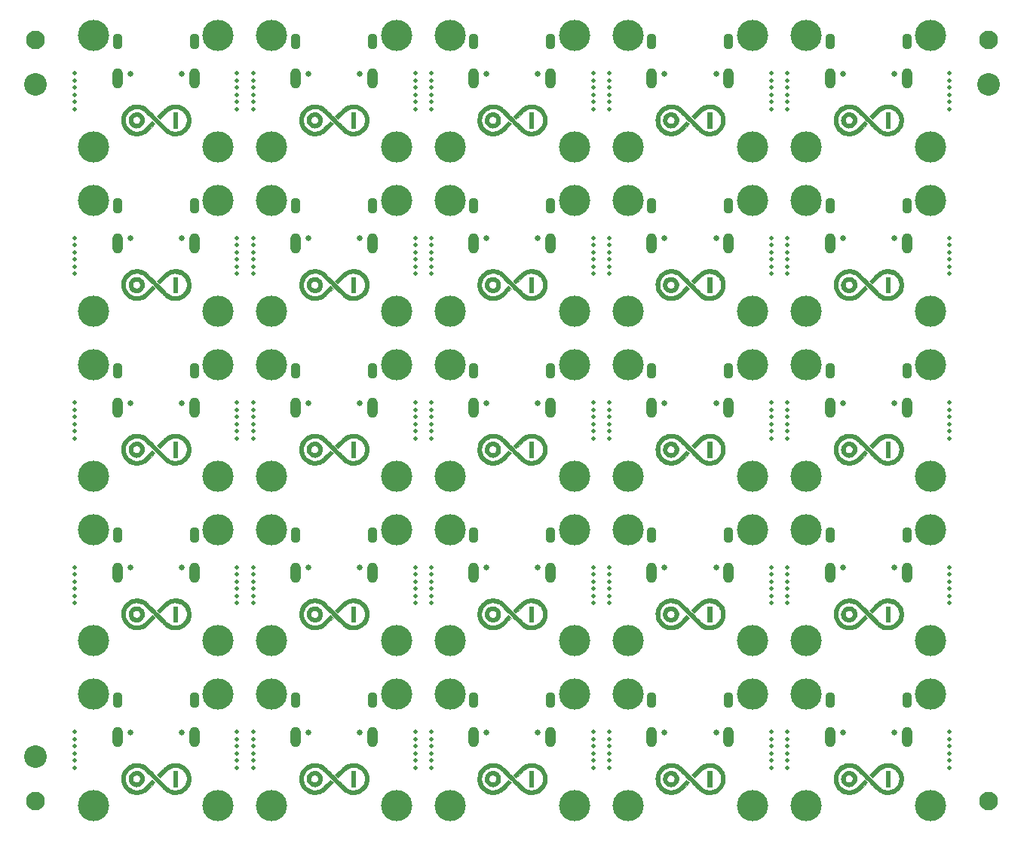
<source format=gbs>
%TF.GenerationSoftware,KiCad,Pcbnew,8.0.7*%
%TF.CreationDate,2025-01-05T21:54:17+08:00*%
%TF.ProjectId,u1-panelized,75312d70-616e-4656-9c69-7a65642e6b69,rev?*%
%TF.SameCoordinates,PX5836c38PY1312d00*%
%TF.FileFunction,Soldermask,Bot*%
%TF.FilePolarity,Negative*%
%FSLAX46Y46*%
G04 Gerber Fmt 4.6, Leading zero omitted, Abs format (unit mm)*
G04 Created by KiCad (PCBNEW 8.0.7) date 2025-01-05 21:54:17*
%MOMM*%
%LPD*%
G01*
G04 APERTURE LIST*
%ADD10C,0.010000*%
%ADD11C,0.500000*%
%ADD12C,3.500000*%
%ADD13C,0.650000*%
%ADD14O,1.200000X2.300000*%
%ADD15O,1.100000X1.800000*%
%ADD16C,2.100000*%
%ADD17C,2.540000*%
G04 APERTURE END LIST*
D10*
%TO.C,G\u002A\u002A\u002A*%
X78379364Y-49365909D02*
X77940637Y-49365909D01*
X77940637Y-47634091D01*
X78379364Y-47634091D01*
X78379364Y-49365909D01*
G36*
X78379364Y-49365909D02*
G01*
X77940637Y-49365909D01*
X77940637Y-47634091D01*
X78379364Y-47634091D01*
X78379364Y-49365909D01*
G37*
X74664530Y-48528514D02*
X74657134Y-48631464D01*
X74640122Y-48722674D01*
X74595247Y-48849244D01*
X74530125Y-48968410D01*
X74447502Y-49076043D01*
X74349594Y-49170021D01*
X74238617Y-49248220D01*
X74116786Y-49308520D01*
X73986319Y-49348797D01*
X73933358Y-49357450D01*
X73851644Y-49363563D01*
X73763949Y-49363898D01*
X73679517Y-49358489D01*
X73607598Y-49347372D01*
X73501585Y-49316282D01*
X73377562Y-49259282D01*
X73264501Y-49183843D01*
X73164432Y-49091888D01*
X73079386Y-48985340D01*
X73011392Y-48866124D01*
X72962481Y-48736161D01*
X72946791Y-48664540D01*
X72936086Y-48563464D01*
X72935779Y-48529249D01*
X73362245Y-48529249D01*
X73376507Y-48614502D01*
X73407993Y-48695890D01*
X73456714Y-48770545D01*
X73522677Y-48835598D01*
X73605892Y-48888181D01*
X73636286Y-48902646D01*
X73681964Y-48920448D01*
X73724853Y-48930007D01*
X73775563Y-48934202D01*
X73822001Y-48934541D01*
X73868692Y-48931923D01*
X73902793Y-48926842D01*
X73928124Y-48919427D01*
X74009721Y-48881583D01*
X74084994Y-48826388D01*
X74148699Y-48758236D01*
X74195590Y-48681522D01*
X74202997Y-48665096D01*
X74216505Y-48629939D01*
X74224312Y-48596127D01*
X74227906Y-48555525D01*
X74228773Y-48500000D01*
X74228656Y-48475261D01*
X74226866Y-48426741D01*
X74221750Y-48389860D01*
X74211820Y-48356483D01*
X74195590Y-48318478D01*
X74171826Y-48275347D01*
X74116528Y-48205090D01*
X74047852Y-48144113D01*
X73971917Y-48098439D01*
X73970193Y-48097640D01*
X73932827Y-48082187D01*
X73897821Y-48073009D01*
X73856710Y-48068565D01*
X73801032Y-48067314D01*
X73761757Y-48067531D01*
X73720666Y-48069928D01*
X73687332Y-48076578D01*
X73652839Y-48089488D01*
X73608269Y-48110663D01*
X73549012Y-48145402D01*
X73477278Y-48206954D01*
X73422726Y-48278983D01*
X73385364Y-48358621D01*
X73365201Y-48442999D01*
X73362245Y-48529249D01*
X72935779Y-48529249D01*
X72935132Y-48457180D01*
X72943931Y-48354400D01*
X72962481Y-48263838D01*
X72975802Y-48221351D01*
X73031739Y-48091660D01*
X73106448Y-47974813D01*
X73198823Y-47872105D01*
X73307755Y-47784833D01*
X73432137Y-47714291D01*
X73527958Y-47675134D01*
X73624673Y-47649320D01*
X73726344Y-47637122D01*
X73840729Y-47637073D01*
X73878549Y-47639317D01*
X74002554Y-47656078D01*
X74113873Y-47688006D01*
X74216720Y-47736988D01*
X74315307Y-47804909D01*
X74413849Y-47893655D01*
X74475586Y-47960355D01*
X74547305Y-48058066D01*
X74601148Y-48162022D01*
X74640122Y-48277326D01*
X74650473Y-48324395D01*
X74662309Y-48423073D01*
X74663930Y-48500000D01*
X74664530Y-48528514D01*
G36*
X74664530Y-48528514D02*
G01*
X74657134Y-48631464D01*
X74640122Y-48722674D01*
X74595247Y-48849244D01*
X74530125Y-48968410D01*
X74447502Y-49076043D01*
X74349594Y-49170021D01*
X74238617Y-49248220D01*
X74116786Y-49308520D01*
X73986319Y-49348797D01*
X73933358Y-49357450D01*
X73851644Y-49363563D01*
X73763949Y-49363898D01*
X73679517Y-49358489D01*
X73607598Y-49347372D01*
X73501585Y-49316282D01*
X73377562Y-49259282D01*
X73264501Y-49183843D01*
X73164432Y-49091888D01*
X73079386Y-48985340D01*
X73011392Y-48866124D01*
X72962481Y-48736161D01*
X72946791Y-48664540D01*
X72936086Y-48563464D01*
X72935779Y-48529249D01*
X73362245Y-48529249D01*
X73376507Y-48614502D01*
X73407993Y-48695890D01*
X73456714Y-48770545D01*
X73522677Y-48835598D01*
X73605892Y-48888181D01*
X73636286Y-48902646D01*
X73681964Y-48920448D01*
X73724853Y-48930007D01*
X73775563Y-48934202D01*
X73822001Y-48934541D01*
X73868692Y-48931923D01*
X73902793Y-48926842D01*
X73928124Y-48919427D01*
X74009721Y-48881583D01*
X74084994Y-48826388D01*
X74148699Y-48758236D01*
X74195590Y-48681522D01*
X74202997Y-48665096D01*
X74216505Y-48629939D01*
X74224312Y-48596127D01*
X74227906Y-48555525D01*
X74228773Y-48500000D01*
X74228656Y-48475261D01*
X74226866Y-48426741D01*
X74221750Y-48389860D01*
X74211820Y-48356483D01*
X74195590Y-48318478D01*
X74171826Y-48275347D01*
X74116528Y-48205090D01*
X74047852Y-48144113D01*
X73971917Y-48098439D01*
X73970193Y-48097640D01*
X73932827Y-48082187D01*
X73897821Y-48073009D01*
X73856710Y-48068565D01*
X73801032Y-48067314D01*
X73761757Y-48067531D01*
X73720666Y-48069928D01*
X73687332Y-48076578D01*
X73652839Y-48089488D01*
X73608269Y-48110663D01*
X73549012Y-48145402D01*
X73477278Y-48206954D01*
X73422726Y-48278983D01*
X73385364Y-48358621D01*
X73365201Y-48442999D01*
X73362245Y-48529249D01*
X72935779Y-48529249D01*
X72935132Y-48457180D01*
X72943931Y-48354400D01*
X72962481Y-48263838D01*
X72975802Y-48221351D01*
X73031739Y-48091660D01*
X73106448Y-47974813D01*
X73198823Y-47872105D01*
X73307755Y-47784833D01*
X73432137Y-47714291D01*
X73527958Y-47675134D01*
X73624673Y-47649320D01*
X73726344Y-47637122D01*
X73840729Y-47637073D01*
X73878549Y-47639317D01*
X74002554Y-47656078D01*
X74113873Y-47688006D01*
X74216720Y-47736988D01*
X74315307Y-47804909D01*
X74413849Y-47893655D01*
X74475586Y-47960355D01*
X74547305Y-48058066D01*
X74601148Y-48162022D01*
X74640122Y-48277326D01*
X74650473Y-48324395D01*
X74662309Y-48423073D01*
X74663930Y-48500000D01*
X74664530Y-48528514D01*
G37*
X78353165Y-46769923D02*
X78544506Y-46802168D01*
X78730691Y-46855760D01*
X78909989Y-46930065D01*
X79080669Y-47024449D01*
X79240999Y-47138279D01*
X79389248Y-47270919D01*
X79409600Y-47291603D01*
X79539089Y-47440284D01*
X79648102Y-47598578D01*
X79737895Y-47768517D01*
X79809722Y-47952135D01*
X79832075Y-48023277D01*
X79861874Y-48138440D01*
X79881529Y-48250692D01*
X79892358Y-48368416D01*
X79895676Y-48500000D01*
X79894599Y-48578193D01*
X79887103Y-48700747D01*
X79871335Y-48814286D01*
X79845980Y-48927197D01*
X79809722Y-49047864D01*
X79800463Y-49075154D01*
X79726133Y-49256683D01*
X79633657Y-49424824D01*
X79521780Y-49581612D01*
X79389248Y-49729080D01*
X79243996Y-49859453D01*
X79082384Y-49974760D01*
X78909832Y-50070300D01*
X78727752Y-50145393D01*
X78537558Y-50199364D01*
X78340664Y-50231534D01*
X78219330Y-50239647D01*
X78035224Y-50235373D01*
X77850940Y-50212268D01*
X77670802Y-50171167D01*
X77499138Y-50112906D01*
X77340273Y-50038320D01*
X77325062Y-50030011D01*
X77295947Y-50013963D01*
X77268522Y-49998357D01*
X77241882Y-49982358D01*
X77215127Y-49965128D01*
X77187354Y-49945829D01*
X77157661Y-49923625D01*
X77125144Y-49897679D01*
X77088903Y-49867154D01*
X77048034Y-49831212D01*
X77001635Y-49789017D01*
X76948805Y-49739732D01*
X76888640Y-49682519D01*
X76820238Y-49616542D01*
X76742697Y-49540962D01*
X76655116Y-49454945D01*
X76556590Y-49357651D01*
X76446219Y-49248245D01*
X76323099Y-49125890D01*
X76186329Y-48989747D01*
X76035006Y-48838981D01*
X75868228Y-48672753D01*
X75724173Y-48529288D01*
X75567525Y-48373574D01*
X75420318Y-48227567D01*
X75283172Y-48091873D01*
X75156708Y-47967101D01*
X75041546Y-47853857D01*
X74938307Y-47752750D01*
X74847611Y-47664386D01*
X74770079Y-47589374D01*
X74706332Y-47528320D01*
X74656989Y-47481833D01*
X74622672Y-47450520D01*
X74604000Y-47434988D01*
X74497982Y-47367330D01*
X74343622Y-47290759D01*
X74183398Y-47236396D01*
X74016471Y-47203973D01*
X73842000Y-47193225D01*
X73703134Y-47199637D01*
X73549593Y-47224253D01*
X73400994Y-47268565D01*
X73251872Y-47333875D01*
X73198164Y-47362361D01*
X73058431Y-47452246D01*
X72933768Y-47558140D01*
X72820955Y-47682648D01*
X72766950Y-47757786D01*
X72708409Y-47855599D01*
X72654412Y-47962055D01*
X72608727Y-48069669D01*
X72575124Y-48170954D01*
X72566856Y-48201712D01*
X72557632Y-48240317D01*
X72551186Y-48276586D01*
X72547027Y-48315604D01*
X72544664Y-48362455D01*
X72543606Y-48422226D01*
X72543362Y-48500000D01*
X72543467Y-48555980D01*
X72544222Y-48620752D01*
X72546131Y-48671040D01*
X72549685Y-48711928D01*
X72555374Y-48748502D01*
X72563690Y-48785846D01*
X72575124Y-48829045D01*
X72605126Y-48920774D01*
X72649871Y-49028123D01*
X72703270Y-49134993D01*
X72761555Y-49233898D01*
X72820955Y-49317351D01*
X72859622Y-49363359D01*
X72981694Y-49484777D01*
X73118630Y-49589286D01*
X73268486Y-49675526D01*
X73429312Y-49742139D01*
X73492193Y-49761417D01*
X73646443Y-49793017D01*
X73806904Y-49805822D01*
X73969286Y-49800122D01*
X74129297Y-49776208D01*
X74282647Y-49734369D01*
X74425046Y-49674894D01*
X74464507Y-49654420D01*
X74502337Y-49633099D01*
X74539480Y-49609847D01*
X74577620Y-49583207D01*
X74618442Y-49551724D01*
X74663631Y-49513940D01*
X74714871Y-49468400D01*
X74773847Y-49413647D01*
X74842243Y-49348224D01*
X74921744Y-49270676D01*
X75014035Y-49179545D01*
X75120799Y-49073375D01*
X75574097Y-48621615D01*
X75726935Y-48774676D01*
X75879773Y-48927738D01*
X75412182Y-49392723D01*
X75361962Y-49442627D01*
X75260352Y-49543245D01*
X75172425Y-49629590D01*
X75096437Y-49703161D01*
X75030641Y-49765462D01*
X74973292Y-49817993D01*
X74922644Y-49862257D01*
X74876952Y-49899755D01*
X74834470Y-49931989D01*
X74793452Y-49960461D01*
X74752153Y-49986673D01*
X74708827Y-50012125D01*
X74661728Y-50038320D01*
X74519876Y-50105751D01*
X74352547Y-50164458D01*
X74174504Y-50207385D01*
X73989934Y-50233318D01*
X73843600Y-50240340D01*
X73648836Y-50230076D01*
X73457495Y-50197831D01*
X73271310Y-50144239D01*
X73092012Y-50069934D01*
X72921332Y-49975550D01*
X72761002Y-49861720D01*
X72612753Y-49729080D01*
X72592401Y-49708396D01*
X72462912Y-49559715D01*
X72353899Y-49401421D01*
X72264106Y-49231482D01*
X72192279Y-49047864D01*
X72169926Y-48976722D01*
X72140127Y-48861559D01*
X72120472Y-48749308D01*
X72109643Y-48631583D01*
X72106325Y-48500000D01*
X72107402Y-48421807D01*
X72114898Y-48299253D01*
X72130666Y-48185713D01*
X72156021Y-48072802D01*
X72192279Y-47952135D01*
X72201538Y-47924845D01*
X72275868Y-47743317D01*
X72368344Y-47575175D01*
X72480221Y-47418387D01*
X72612753Y-47270919D01*
X72635318Y-47248659D01*
X72765497Y-47133561D01*
X72902806Y-47035450D01*
X73054338Y-46949157D01*
X73130364Y-46912272D01*
X73264094Y-46857578D01*
X73399586Y-46816273D01*
X73543504Y-46786479D01*
X73702509Y-46766316D01*
X73802174Y-46760371D01*
X73979801Y-46765459D01*
X74159604Y-46789160D01*
X74336550Y-46830447D01*
X74505602Y-46888295D01*
X74661728Y-46961679D01*
X74677171Y-46970115D01*
X74706292Y-46986166D01*
X74733721Y-47001772D01*
X74760362Y-47017772D01*
X74787116Y-47035000D01*
X74814887Y-47054296D01*
X74844576Y-47076496D01*
X74877085Y-47102437D01*
X74913318Y-47132956D01*
X74954177Y-47168890D01*
X75000564Y-47211077D01*
X75053382Y-47260354D01*
X75113532Y-47317558D01*
X75181918Y-47383525D01*
X75259442Y-47459094D01*
X75347006Y-47545100D01*
X75445513Y-47642382D01*
X75555865Y-47751777D01*
X75678965Y-47874121D01*
X75815714Y-48010252D01*
X75967016Y-48161007D01*
X76133773Y-48327223D01*
X76275660Y-48468540D01*
X76432765Y-48624722D01*
X76580357Y-48771123D01*
X76717821Y-48907144D01*
X76844544Y-49032183D01*
X76959913Y-49145639D01*
X77063312Y-49246911D01*
X77154130Y-49335399D01*
X77231751Y-49410501D01*
X77295563Y-49471616D01*
X77344951Y-49518144D01*
X77379301Y-49549484D01*
X77398000Y-49565034D01*
X77504101Y-49632719D01*
X77658471Y-49709276D01*
X77818673Y-49763623D01*
X77985564Y-49796031D01*
X78160000Y-49806774D01*
X78298867Y-49800363D01*
X78452408Y-49775746D01*
X78601007Y-49731434D01*
X78750129Y-49666125D01*
X78803837Y-49637638D01*
X78943570Y-49547753D01*
X79068233Y-49441859D01*
X79181046Y-49317351D01*
X79235051Y-49242213D01*
X79293592Y-49144400D01*
X79347589Y-49037944D01*
X79393274Y-48930330D01*
X79426877Y-48829045D01*
X79435145Y-48798287D01*
X79444369Y-48759682D01*
X79450815Y-48723413D01*
X79454974Y-48684395D01*
X79457337Y-48637544D01*
X79458395Y-48577774D01*
X79458639Y-48500000D01*
X79458534Y-48444019D01*
X79457779Y-48379247D01*
X79455870Y-48328959D01*
X79452316Y-48288071D01*
X79446627Y-48251497D01*
X79438311Y-48214154D01*
X79426877Y-48170954D01*
X79396875Y-48079225D01*
X79352130Y-47971876D01*
X79298731Y-47865006D01*
X79240446Y-47766101D01*
X79181046Y-47682648D01*
X79083336Y-47573521D01*
X78954621Y-47460567D01*
X78813669Y-47366402D01*
X78662105Y-47291806D01*
X78501555Y-47237558D01*
X78333645Y-47204438D01*
X78160001Y-47193225D01*
X78035934Y-47198584D01*
X77866793Y-47224636D01*
X77704625Y-47272560D01*
X77548628Y-47342609D01*
X77398000Y-47435039D01*
X77389682Y-47441369D01*
X77360400Y-47466401D01*
X77317487Y-47505297D01*
X77262758Y-47556329D01*
X77198029Y-47617765D01*
X77125116Y-47687878D01*
X77045834Y-47764935D01*
X76961999Y-47847207D01*
X76875427Y-47932965D01*
X76427899Y-48378381D01*
X76275064Y-48225321D01*
X76122228Y-48072261D01*
X76589819Y-47607277D01*
X76640039Y-47557372D01*
X76741649Y-47456754D01*
X76829576Y-47370410D01*
X76905564Y-47296838D01*
X76971360Y-47234537D01*
X77028709Y-47182006D01*
X77079357Y-47137742D01*
X77125049Y-47100244D01*
X77167531Y-47068010D01*
X77208549Y-47039538D01*
X77249848Y-47013327D01*
X77293174Y-46987874D01*
X77340273Y-46961679D01*
X77482125Y-46894248D01*
X77649454Y-46835541D01*
X77827497Y-46792614D01*
X78012067Y-46766681D01*
X78158401Y-46759659D01*
X78353165Y-46769923D01*
G36*
X78353165Y-46769923D02*
G01*
X78544506Y-46802168D01*
X78730691Y-46855760D01*
X78909989Y-46930065D01*
X79080669Y-47024449D01*
X79240999Y-47138279D01*
X79389248Y-47270919D01*
X79409600Y-47291603D01*
X79539089Y-47440284D01*
X79648102Y-47598578D01*
X79737895Y-47768517D01*
X79809722Y-47952135D01*
X79832075Y-48023277D01*
X79861874Y-48138440D01*
X79881529Y-48250692D01*
X79892358Y-48368416D01*
X79895676Y-48500000D01*
X79894599Y-48578193D01*
X79887103Y-48700747D01*
X79871335Y-48814286D01*
X79845980Y-48927197D01*
X79809722Y-49047864D01*
X79800463Y-49075154D01*
X79726133Y-49256683D01*
X79633657Y-49424824D01*
X79521780Y-49581612D01*
X79389248Y-49729080D01*
X79243996Y-49859453D01*
X79082384Y-49974760D01*
X78909832Y-50070300D01*
X78727752Y-50145393D01*
X78537558Y-50199364D01*
X78340664Y-50231534D01*
X78219330Y-50239647D01*
X78035224Y-50235373D01*
X77850940Y-50212268D01*
X77670802Y-50171167D01*
X77499138Y-50112906D01*
X77340273Y-50038320D01*
X77325062Y-50030011D01*
X77295947Y-50013963D01*
X77268522Y-49998357D01*
X77241882Y-49982358D01*
X77215127Y-49965128D01*
X77187354Y-49945829D01*
X77157661Y-49923625D01*
X77125144Y-49897679D01*
X77088903Y-49867154D01*
X77048034Y-49831212D01*
X77001635Y-49789017D01*
X76948805Y-49739732D01*
X76888640Y-49682519D01*
X76820238Y-49616542D01*
X76742697Y-49540962D01*
X76655116Y-49454945D01*
X76556590Y-49357651D01*
X76446219Y-49248245D01*
X76323099Y-49125890D01*
X76186329Y-48989747D01*
X76035006Y-48838981D01*
X75868228Y-48672753D01*
X75724173Y-48529288D01*
X75567525Y-48373574D01*
X75420318Y-48227567D01*
X75283172Y-48091873D01*
X75156708Y-47967101D01*
X75041546Y-47853857D01*
X74938307Y-47752750D01*
X74847611Y-47664386D01*
X74770079Y-47589374D01*
X74706332Y-47528320D01*
X74656989Y-47481833D01*
X74622672Y-47450520D01*
X74604000Y-47434988D01*
X74497982Y-47367330D01*
X74343622Y-47290759D01*
X74183398Y-47236396D01*
X74016471Y-47203973D01*
X73842000Y-47193225D01*
X73703134Y-47199637D01*
X73549593Y-47224253D01*
X73400994Y-47268565D01*
X73251872Y-47333875D01*
X73198164Y-47362361D01*
X73058431Y-47452246D01*
X72933768Y-47558140D01*
X72820955Y-47682648D01*
X72766950Y-47757786D01*
X72708409Y-47855599D01*
X72654412Y-47962055D01*
X72608727Y-48069669D01*
X72575124Y-48170954D01*
X72566856Y-48201712D01*
X72557632Y-48240317D01*
X72551186Y-48276586D01*
X72547027Y-48315604D01*
X72544664Y-48362455D01*
X72543606Y-48422226D01*
X72543362Y-48500000D01*
X72543467Y-48555980D01*
X72544222Y-48620752D01*
X72546131Y-48671040D01*
X72549685Y-48711928D01*
X72555374Y-48748502D01*
X72563690Y-48785846D01*
X72575124Y-48829045D01*
X72605126Y-48920774D01*
X72649871Y-49028123D01*
X72703270Y-49134993D01*
X72761555Y-49233898D01*
X72820955Y-49317351D01*
X72859622Y-49363359D01*
X72981694Y-49484777D01*
X73118630Y-49589286D01*
X73268486Y-49675526D01*
X73429312Y-49742139D01*
X73492193Y-49761417D01*
X73646443Y-49793017D01*
X73806904Y-49805822D01*
X73969286Y-49800122D01*
X74129297Y-49776208D01*
X74282647Y-49734369D01*
X74425046Y-49674894D01*
X74464507Y-49654420D01*
X74502337Y-49633099D01*
X74539480Y-49609847D01*
X74577620Y-49583207D01*
X74618442Y-49551724D01*
X74663631Y-49513940D01*
X74714871Y-49468400D01*
X74773847Y-49413647D01*
X74842243Y-49348224D01*
X74921744Y-49270676D01*
X75014035Y-49179545D01*
X75120799Y-49073375D01*
X75574097Y-48621615D01*
X75726935Y-48774676D01*
X75879773Y-48927738D01*
X75412182Y-49392723D01*
X75361962Y-49442627D01*
X75260352Y-49543245D01*
X75172425Y-49629590D01*
X75096437Y-49703161D01*
X75030641Y-49765462D01*
X74973292Y-49817993D01*
X74922644Y-49862257D01*
X74876952Y-49899755D01*
X74834470Y-49931989D01*
X74793452Y-49960461D01*
X74752153Y-49986673D01*
X74708827Y-50012125D01*
X74661728Y-50038320D01*
X74519876Y-50105751D01*
X74352547Y-50164458D01*
X74174504Y-50207385D01*
X73989934Y-50233318D01*
X73843600Y-50240340D01*
X73648836Y-50230076D01*
X73457495Y-50197831D01*
X73271310Y-50144239D01*
X73092012Y-50069934D01*
X72921332Y-49975550D01*
X72761002Y-49861720D01*
X72612753Y-49729080D01*
X72592401Y-49708396D01*
X72462912Y-49559715D01*
X72353899Y-49401421D01*
X72264106Y-49231482D01*
X72192279Y-49047864D01*
X72169926Y-48976722D01*
X72140127Y-48861559D01*
X72120472Y-48749308D01*
X72109643Y-48631583D01*
X72106325Y-48500000D01*
X72107402Y-48421807D01*
X72114898Y-48299253D01*
X72130666Y-48185713D01*
X72156021Y-48072802D01*
X72192279Y-47952135D01*
X72201538Y-47924845D01*
X72275868Y-47743317D01*
X72368344Y-47575175D01*
X72480221Y-47418387D01*
X72612753Y-47270919D01*
X72635318Y-47248659D01*
X72765497Y-47133561D01*
X72902806Y-47035450D01*
X73054338Y-46949157D01*
X73130364Y-46912272D01*
X73264094Y-46857578D01*
X73399586Y-46816273D01*
X73543504Y-46786479D01*
X73702509Y-46766316D01*
X73802174Y-46760371D01*
X73979801Y-46765459D01*
X74159604Y-46789160D01*
X74336550Y-46830447D01*
X74505602Y-46888295D01*
X74661728Y-46961679D01*
X74677171Y-46970115D01*
X74706292Y-46986166D01*
X74733721Y-47001772D01*
X74760362Y-47017772D01*
X74787116Y-47035000D01*
X74814887Y-47054296D01*
X74844576Y-47076496D01*
X74877085Y-47102437D01*
X74913318Y-47132956D01*
X74954177Y-47168890D01*
X75000564Y-47211077D01*
X75053382Y-47260354D01*
X75113532Y-47317558D01*
X75181918Y-47383525D01*
X75259442Y-47459094D01*
X75347006Y-47545100D01*
X75445513Y-47642382D01*
X75555865Y-47751777D01*
X75678965Y-47874121D01*
X75815714Y-48010252D01*
X75967016Y-48161007D01*
X76133773Y-48327223D01*
X76275660Y-48468540D01*
X76432765Y-48624722D01*
X76580357Y-48771123D01*
X76717821Y-48907144D01*
X76844544Y-49032183D01*
X76959913Y-49145639D01*
X77063312Y-49246911D01*
X77154130Y-49335399D01*
X77231751Y-49410501D01*
X77295563Y-49471616D01*
X77344951Y-49518144D01*
X77379301Y-49549484D01*
X77398000Y-49565034D01*
X77504101Y-49632719D01*
X77658471Y-49709276D01*
X77818673Y-49763623D01*
X77985564Y-49796031D01*
X78160000Y-49806774D01*
X78298867Y-49800363D01*
X78452408Y-49775746D01*
X78601007Y-49731434D01*
X78750129Y-49666125D01*
X78803837Y-49637638D01*
X78943570Y-49547753D01*
X79068233Y-49441859D01*
X79181046Y-49317351D01*
X79235051Y-49242213D01*
X79293592Y-49144400D01*
X79347589Y-49037944D01*
X79393274Y-48930330D01*
X79426877Y-48829045D01*
X79435145Y-48798287D01*
X79444369Y-48759682D01*
X79450815Y-48723413D01*
X79454974Y-48684395D01*
X79457337Y-48637544D01*
X79458395Y-48577774D01*
X79458639Y-48500000D01*
X79458534Y-48444019D01*
X79457779Y-48379247D01*
X79455870Y-48328959D01*
X79452316Y-48288071D01*
X79446627Y-48251497D01*
X79438311Y-48214154D01*
X79426877Y-48170954D01*
X79396875Y-48079225D01*
X79352130Y-47971876D01*
X79298731Y-47865006D01*
X79240446Y-47766101D01*
X79181046Y-47682648D01*
X79083336Y-47573521D01*
X78954621Y-47460567D01*
X78813669Y-47366402D01*
X78662105Y-47291806D01*
X78501555Y-47237558D01*
X78333645Y-47204438D01*
X78160001Y-47193225D01*
X78035934Y-47198584D01*
X77866793Y-47224636D01*
X77704625Y-47272560D01*
X77548628Y-47342609D01*
X77398000Y-47435039D01*
X77389682Y-47441369D01*
X77360400Y-47466401D01*
X77317487Y-47505297D01*
X77262758Y-47556329D01*
X77198029Y-47617765D01*
X77125116Y-47687878D01*
X77045834Y-47764935D01*
X76961999Y-47847207D01*
X76875427Y-47932965D01*
X76427899Y-48378381D01*
X76275064Y-48225321D01*
X76122228Y-48072261D01*
X76589819Y-47607277D01*
X76640039Y-47557372D01*
X76741649Y-47456754D01*
X76829576Y-47370410D01*
X76905564Y-47296838D01*
X76971360Y-47234537D01*
X77028709Y-47182006D01*
X77079357Y-47137742D01*
X77125049Y-47100244D01*
X77167531Y-47068010D01*
X77208549Y-47039538D01*
X77249848Y-47013327D01*
X77293174Y-46987874D01*
X77340273Y-46961679D01*
X77482125Y-46894248D01*
X77649454Y-46835541D01*
X77827497Y-46792614D01*
X78012067Y-46766681D01*
X78158401Y-46759659D01*
X78353165Y-46769923D01*
G37*
X18379364Y-86365909D02*
X17940637Y-86365909D01*
X17940637Y-84634091D01*
X18379364Y-84634091D01*
X18379364Y-86365909D01*
G36*
X18379364Y-86365909D02*
G01*
X17940637Y-86365909D01*
X17940637Y-84634091D01*
X18379364Y-84634091D01*
X18379364Y-86365909D01*
G37*
X14664530Y-85528514D02*
X14657134Y-85631464D01*
X14640122Y-85722674D01*
X14595247Y-85849244D01*
X14530125Y-85968410D01*
X14447502Y-86076043D01*
X14349594Y-86170021D01*
X14238617Y-86248220D01*
X14116786Y-86308520D01*
X13986319Y-86348797D01*
X13933358Y-86357450D01*
X13851644Y-86363563D01*
X13763949Y-86363898D01*
X13679517Y-86358489D01*
X13607598Y-86347372D01*
X13501585Y-86316282D01*
X13377562Y-86259282D01*
X13264501Y-86183843D01*
X13164432Y-86091888D01*
X13079386Y-85985340D01*
X13011392Y-85866124D01*
X12962481Y-85736161D01*
X12946791Y-85664540D01*
X12936086Y-85563464D01*
X12935779Y-85529249D01*
X13362245Y-85529249D01*
X13376507Y-85614502D01*
X13407993Y-85695890D01*
X13456714Y-85770545D01*
X13522677Y-85835598D01*
X13605892Y-85888181D01*
X13636286Y-85902646D01*
X13681964Y-85920448D01*
X13724853Y-85930007D01*
X13775563Y-85934202D01*
X13822001Y-85934541D01*
X13868692Y-85931923D01*
X13902793Y-85926842D01*
X13928124Y-85919427D01*
X14009721Y-85881583D01*
X14084994Y-85826388D01*
X14148699Y-85758236D01*
X14195590Y-85681522D01*
X14202997Y-85665096D01*
X14216505Y-85629939D01*
X14224312Y-85596127D01*
X14227906Y-85555525D01*
X14228773Y-85500000D01*
X14228656Y-85475261D01*
X14226866Y-85426741D01*
X14221750Y-85389860D01*
X14211820Y-85356483D01*
X14195590Y-85318478D01*
X14171826Y-85275347D01*
X14116528Y-85205090D01*
X14047852Y-85144113D01*
X13971917Y-85098439D01*
X13970193Y-85097640D01*
X13932827Y-85082187D01*
X13897821Y-85073009D01*
X13856710Y-85068565D01*
X13801032Y-85067314D01*
X13761757Y-85067531D01*
X13720666Y-85069928D01*
X13687332Y-85076578D01*
X13652839Y-85089488D01*
X13608269Y-85110663D01*
X13549012Y-85145402D01*
X13477278Y-85206954D01*
X13422726Y-85278983D01*
X13385364Y-85358621D01*
X13365201Y-85442999D01*
X13362245Y-85529249D01*
X12935779Y-85529249D01*
X12935132Y-85457180D01*
X12943931Y-85354400D01*
X12962481Y-85263838D01*
X12975802Y-85221351D01*
X13031739Y-85091660D01*
X13106448Y-84974813D01*
X13198823Y-84872105D01*
X13307755Y-84784833D01*
X13432137Y-84714291D01*
X13527958Y-84675134D01*
X13624673Y-84649320D01*
X13726344Y-84637122D01*
X13840729Y-84637073D01*
X13878549Y-84639317D01*
X14002554Y-84656078D01*
X14113873Y-84688006D01*
X14216720Y-84736988D01*
X14315307Y-84804909D01*
X14413849Y-84893655D01*
X14475586Y-84960355D01*
X14547305Y-85058066D01*
X14601148Y-85162022D01*
X14640122Y-85277326D01*
X14650473Y-85324395D01*
X14662309Y-85423073D01*
X14663930Y-85500000D01*
X14664530Y-85528514D01*
G36*
X14664530Y-85528514D02*
G01*
X14657134Y-85631464D01*
X14640122Y-85722674D01*
X14595247Y-85849244D01*
X14530125Y-85968410D01*
X14447502Y-86076043D01*
X14349594Y-86170021D01*
X14238617Y-86248220D01*
X14116786Y-86308520D01*
X13986319Y-86348797D01*
X13933358Y-86357450D01*
X13851644Y-86363563D01*
X13763949Y-86363898D01*
X13679517Y-86358489D01*
X13607598Y-86347372D01*
X13501585Y-86316282D01*
X13377562Y-86259282D01*
X13264501Y-86183843D01*
X13164432Y-86091888D01*
X13079386Y-85985340D01*
X13011392Y-85866124D01*
X12962481Y-85736161D01*
X12946791Y-85664540D01*
X12936086Y-85563464D01*
X12935779Y-85529249D01*
X13362245Y-85529249D01*
X13376507Y-85614502D01*
X13407993Y-85695890D01*
X13456714Y-85770545D01*
X13522677Y-85835598D01*
X13605892Y-85888181D01*
X13636286Y-85902646D01*
X13681964Y-85920448D01*
X13724853Y-85930007D01*
X13775563Y-85934202D01*
X13822001Y-85934541D01*
X13868692Y-85931923D01*
X13902793Y-85926842D01*
X13928124Y-85919427D01*
X14009721Y-85881583D01*
X14084994Y-85826388D01*
X14148699Y-85758236D01*
X14195590Y-85681522D01*
X14202997Y-85665096D01*
X14216505Y-85629939D01*
X14224312Y-85596127D01*
X14227906Y-85555525D01*
X14228773Y-85500000D01*
X14228656Y-85475261D01*
X14226866Y-85426741D01*
X14221750Y-85389860D01*
X14211820Y-85356483D01*
X14195590Y-85318478D01*
X14171826Y-85275347D01*
X14116528Y-85205090D01*
X14047852Y-85144113D01*
X13971917Y-85098439D01*
X13970193Y-85097640D01*
X13932827Y-85082187D01*
X13897821Y-85073009D01*
X13856710Y-85068565D01*
X13801032Y-85067314D01*
X13761757Y-85067531D01*
X13720666Y-85069928D01*
X13687332Y-85076578D01*
X13652839Y-85089488D01*
X13608269Y-85110663D01*
X13549012Y-85145402D01*
X13477278Y-85206954D01*
X13422726Y-85278983D01*
X13385364Y-85358621D01*
X13365201Y-85442999D01*
X13362245Y-85529249D01*
X12935779Y-85529249D01*
X12935132Y-85457180D01*
X12943931Y-85354400D01*
X12962481Y-85263838D01*
X12975802Y-85221351D01*
X13031739Y-85091660D01*
X13106448Y-84974813D01*
X13198823Y-84872105D01*
X13307755Y-84784833D01*
X13432137Y-84714291D01*
X13527958Y-84675134D01*
X13624673Y-84649320D01*
X13726344Y-84637122D01*
X13840729Y-84637073D01*
X13878549Y-84639317D01*
X14002554Y-84656078D01*
X14113873Y-84688006D01*
X14216720Y-84736988D01*
X14315307Y-84804909D01*
X14413849Y-84893655D01*
X14475586Y-84960355D01*
X14547305Y-85058066D01*
X14601148Y-85162022D01*
X14640122Y-85277326D01*
X14650473Y-85324395D01*
X14662309Y-85423073D01*
X14663930Y-85500000D01*
X14664530Y-85528514D01*
G37*
X18353165Y-83769923D02*
X18544506Y-83802168D01*
X18730691Y-83855760D01*
X18909989Y-83930065D01*
X19080669Y-84024449D01*
X19240999Y-84138279D01*
X19389248Y-84270919D01*
X19409600Y-84291603D01*
X19539089Y-84440284D01*
X19648102Y-84598578D01*
X19737895Y-84768517D01*
X19809722Y-84952135D01*
X19832075Y-85023277D01*
X19861874Y-85138440D01*
X19881529Y-85250692D01*
X19892358Y-85368416D01*
X19895676Y-85500000D01*
X19894599Y-85578193D01*
X19887103Y-85700747D01*
X19871335Y-85814286D01*
X19845980Y-85927197D01*
X19809722Y-86047864D01*
X19800463Y-86075154D01*
X19726133Y-86256683D01*
X19633657Y-86424824D01*
X19521780Y-86581612D01*
X19389248Y-86729080D01*
X19243996Y-86859453D01*
X19082384Y-86974760D01*
X18909832Y-87070300D01*
X18727752Y-87145393D01*
X18537558Y-87199364D01*
X18340664Y-87231534D01*
X18219330Y-87239647D01*
X18035224Y-87235373D01*
X17850940Y-87212268D01*
X17670802Y-87171167D01*
X17499138Y-87112906D01*
X17340273Y-87038320D01*
X17325062Y-87030011D01*
X17295947Y-87013963D01*
X17268522Y-86998357D01*
X17241882Y-86982358D01*
X17215127Y-86965128D01*
X17187354Y-86945829D01*
X17157661Y-86923625D01*
X17125144Y-86897679D01*
X17088903Y-86867154D01*
X17048034Y-86831212D01*
X17001635Y-86789017D01*
X16948805Y-86739732D01*
X16888640Y-86682519D01*
X16820238Y-86616542D01*
X16742697Y-86540962D01*
X16655116Y-86454945D01*
X16556590Y-86357651D01*
X16446219Y-86248245D01*
X16323099Y-86125890D01*
X16186329Y-85989747D01*
X16035006Y-85838981D01*
X15868228Y-85672753D01*
X15724173Y-85529288D01*
X15567525Y-85373574D01*
X15420318Y-85227567D01*
X15283172Y-85091873D01*
X15156708Y-84967101D01*
X15041546Y-84853857D01*
X14938307Y-84752750D01*
X14847611Y-84664386D01*
X14770079Y-84589374D01*
X14706332Y-84528320D01*
X14656989Y-84481833D01*
X14622672Y-84450520D01*
X14604000Y-84434988D01*
X14497982Y-84367330D01*
X14343622Y-84290759D01*
X14183398Y-84236396D01*
X14016471Y-84203973D01*
X13842000Y-84193225D01*
X13703134Y-84199637D01*
X13549593Y-84224253D01*
X13400994Y-84268565D01*
X13251872Y-84333875D01*
X13198164Y-84362361D01*
X13058431Y-84452246D01*
X12933768Y-84558140D01*
X12820955Y-84682648D01*
X12766950Y-84757786D01*
X12708409Y-84855599D01*
X12654412Y-84962055D01*
X12608727Y-85069669D01*
X12575124Y-85170954D01*
X12566856Y-85201712D01*
X12557632Y-85240317D01*
X12551186Y-85276586D01*
X12547027Y-85315604D01*
X12544664Y-85362455D01*
X12543606Y-85422226D01*
X12543362Y-85500000D01*
X12543467Y-85555980D01*
X12544222Y-85620752D01*
X12546131Y-85671040D01*
X12549685Y-85711928D01*
X12555374Y-85748502D01*
X12563690Y-85785846D01*
X12575124Y-85829045D01*
X12605126Y-85920774D01*
X12649871Y-86028123D01*
X12703270Y-86134993D01*
X12761555Y-86233898D01*
X12820955Y-86317351D01*
X12859622Y-86363359D01*
X12981694Y-86484777D01*
X13118630Y-86589286D01*
X13268486Y-86675526D01*
X13429312Y-86742139D01*
X13492193Y-86761417D01*
X13646443Y-86793017D01*
X13806904Y-86805822D01*
X13969286Y-86800122D01*
X14129297Y-86776208D01*
X14282647Y-86734369D01*
X14425046Y-86674894D01*
X14464507Y-86654420D01*
X14502337Y-86633099D01*
X14539480Y-86609847D01*
X14577620Y-86583207D01*
X14618442Y-86551724D01*
X14663631Y-86513940D01*
X14714871Y-86468400D01*
X14773847Y-86413647D01*
X14842243Y-86348224D01*
X14921744Y-86270676D01*
X15014035Y-86179545D01*
X15120799Y-86073375D01*
X15574097Y-85621615D01*
X15726935Y-85774676D01*
X15879773Y-85927738D01*
X15412182Y-86392723D01*
X15361962Y-86442627D01*
X15260352Y-86543245D01*
X15172425Y-86629590D01*
X15096437Y-86703161D01*
X15030641Y-86765462D01*
X14973292Y-86817993D01*
X14922644Y-86862257D01*
X14876952Y-86899755D01*
X14834470Y-86931989D01*
X14793452Y-86960461D01*
X14752153Y-86986673D01*
X14708827Y-87012125D01*
X14661728Y-87038320D01*
X14519876Y-87105751D01*
X14352547Y-87164458D01*
X14174504Y-87207385D01*
X13989934Y-87233318D01*
X13843600Y-87240340D01*
X13648836Y-87230076D01*
X13457495Y-87197831D01*
X13271310Y-87144239D01*
X13092012Y-87069934D01*
X12921332Y-86975550D01*
X12761002Y-86861720D01*
X12612753Y-86729080D01*
X12592401Y-86708396D01*
X12462912Y-86559715D01*
X12353899Y-86401421D01*
X12264106Y-86231482D01*
X12192279Y-86047864D01*
X12169926Y-85976722D01*
X12140127Y-85861559D01*
X12120472Y-85749308D01*
X12109643Y-85631583D01*
X12106325Y-85500000D01*
X12107402Y-85421807D01*
X12114898Y-85299253D01*
X12130666Y-85185713D01*
X12156021Y-85072802D01*
X12192279Y-84952135D01*
X12201538Y-84924845D01*
X12275868Y-84743317D01*
X12368344Y-84575175D01*
X12480221Y-84418387D01*
X12612753Y-84270919D01*
X12635318Y-84248659D01*
X12765497Y-84133561D01*
X12902806Y-84035450D01*
X13054338Y-83949157D01*
X13130364Y-83912272D01*
X13264094Y-83857578D01*
X13399586Y-83816273D01*
X13543504Y-83786479D01*
X13702509Y-83766316D01*
X13802174Y-83760371D01*
X13979801Y-83765459D01*
X14159604Y-83789160D01*
X14336550Y-83830447D01*
X14505602Y-83888295D01*
X14661728Y-83961679D01*
X14677171Y-83970115D01*
X14706292Y-83986166D01*
X14733721Y-84001772D01*
X14760362Y-84017772D01*
X14787116Y-84035000D01*
X14814887Y-84054296D01*
X14844576Y-84076496D01*
X14877085Y-84102437D01*
X14913318Y-84132956D01*
X14954177Y-84168890D01*
X15000564Y-84211077D01*
X15053382Y-84260354D01*
X15113532Y-84317558D01*
X15181918Y-84383525D01*
X15259442Y-84459094D01*
X15347006Y-84545100D01*
X15445513Y-84642382D01*
X15555865Y-84751777D01*
X15678965Y-84874121D01*
X15815714Y-85010252D01*
X15967016Y-85161007D01*
X16133773Y-85327223D01*
X16275660Y-85468540D01*
X16432765Y-85624722D01*
X16580357Y-85771123D01*
X16717821Y-85907144D01*
X16844544Y-86032183D01*
X16959913Y-86145639D01*
X17063312Y-86246911D01*
X17154130Y-86335399D01*
X17231751Y-86410501D01*
X17295563Y-86471616D01*
X17344951Y-86518144D01*
X17379301Y-86549484D01*
X17398000Y-86565034D01*
X17504101Y-86632719D01*
X17658471Y-86709276D01*
X17818673Y-86763623D01*
X17985564Y-86796031D01*
X18160000Y-86806774D01*
X18298867Y-86800363D01*
X18452408Y-86775746D01*
X18601007Y-86731434D01*
X18750129Y-86666125D01*
X18803837Y-86637638D01*
X18943570Y-86547753D01*
X19068233Y-86441859D01*
X19181046Y-86317351D01*
X19235051Y-86242213D01*
X19293592Y-86144400D01*
X19347589Y-86037944D01*
X19393274Y-85930330D01*
X19426877Y-85829045D01*
X19435145Y-85798287D01*
X19444369Y-85759682D01*
X19450815Y-85723413D01*
X19454974Y-85684395D01*
X19457337Y-85637544D01*
X19458395Y-85577774D01*
X19458639Y-85500000D01*
X19458534Y-85444019D01*
X19457779Y-85379247D01*
X19455870Y-85328959D01*
X19452316Y-85288071D01*
X19446627Y-85251497D01*
X19438311Y-85214154D01*
X19426877Y-85170954D01*
X19396875Y-85079225D01*
X19352130Y-84971876D01*
X19298731Y-84865006D01*
X19240446Y-84766101D01*
X19181046Y-84682648D01*
X19083336Y-84573521D01*
X18954621Y-84460567D01*
X18813669Y-84366402D01*
X18662105Y-84291806D01*
X18501555Y-84237558D01*
X18333645Y-84204438D01*
X18160001Y-84193225D01*
X18035934Y-84198584D01*
X17866793Y-84224636D01*
X17704625Y-84272560D01*
X17548628Y-84342609D01*
X17398000Y-84435039D01*
X17389682Y-84441369D01*
X17360400Y-84466401D01*
X17317487Y-84505297D01*
X17262758Y-84556329D01*
X17198029Y-84617765D01*
X17125116Y-84687878D01*
X17045834Y-84764935D01*
X16961999Y-84847207D01*
X16875427Y-84932965D01*
X16427899Y-85378381D01*
X16275064Y-85225321D01*
X16122228Y-85072261D01*
X16589819Y-84607277D01*
X16640039Y-84557372D01*
X16741649Y-84456754D01*
X16829576Y-84370410D01*
X16905564Y-84296838D01*
X16971360Y-84234537D01*
X17028709Y-84182006D01*
X17079357Y-84137742D01*
X17125049Y-84100244D01*
X17167531Y-84068010D01*
X17208549Y-84039538D01*
X17249848Y-84013327D01*
X17293174Y-83987874D01*
X17340273Y-83961679D01*
X17482125Y-83894248D01*
X17649454Y-83835541D01*
X17827497Y-83792614D01*
X18012067Y-83766681D01*
X18158401Y-83759659D01*
X18353165Y-83769923D01*
G36*
X18353165Y-83769923D02*
G01*
X18544506Y-83802168D01*
X18730691Y-83855760D01*
X18909989Y-83930065D01*
X19080669Y-84024449D01*
X19240999Y-84138279D01*
X19389248Y-84270919D01*
X19409600Y-84291603D01*
X19539089Y-84440284D01*
X19648102Y-84598578D01*
X19737895Y-84768517D01*
X19809722Y-84952135D01*
X19832075Y-85023277D01*
X19861874Y-85138440D01*
X19881529Y-85250692D01*
X19892358Y-85368416D01*
X19895676Y-85500000D01*
X19894599Y-85578193D01*
X19887103Y-85700747D01*
X19871335Y-85814286D01*
X19845980Y-85927197D01*
X19809722Y-86047864D01*
X19800463Y-86075154D01*
X19726133Y-86256683D01*
X19633657Y-86424824D01*
X19521780Y-86581612D01*
X19389248Y-86729080D01*
X19243996Y-86859453D01*
X19082384Y-86974760D01*
X18909832Y-87070300D01*
X18727752Y-87145393D01*
X18537558Y-87199364D01*
X18340664Y-87231534D01*
X18219330Y-87239647D01*
X18035224Y-87235373D01*
X17850940Y-87212268D01*
X17670802Y-87171167D01*
X17499138Y-87112906D01*
X17340273Y-87038320D01*
X17325062Y-87030011D01*
X17295947Y-87013963D01*
X17268522Y-86998357D01*
X17241882Y-86982358D01*
X17215127Y-86965128D01*
X17187354Y-86945829D01*
X17157661Y-86923625D01*
X17125144Y-86897679D01*
X17088903Y-86867154D01*
X17048034Y-86831212D01*
X17001635Y-86789017D01*
X16948805Y-86739732D01*
X16888640Y-86682519D01*
X16820238Y-86616542D01*
X16742697Y-86540962D01*
X16655116Y-86454945D01*
X16556590Y-86357651D01*
X16446219Y-86248245D01*
X16323099Y-86125890D01*
X16186329Y-85989747D01*
X16035006Y-85838981D01*
X15868228Y-85672753D01*
X15724173Y-85529288D01*
X15567525Y-85373574D01*
X15420318Y-85227567D01*
X15283172Y-85091873D01*
X15156708Y-84967101D01*
X15041546Y-84853857D01*
X14938307Y-84752750D01*
X14847611Y-84664386D01*
X14770079Y-84589374D01*
X14706332Y-84528320D01*
X14656989Y-84481833D01*
X14622672Y-84450520D01*
X14604000Y-84434988D01*
X14497982Y-84367330D01*
X14343622Y-84290759D01*
X14183398Y-84236396D01*
X14016471Y-84203973D01*
X13842000Y-84193225D01*
X13703134Y-84199637D01*
X13549593Y-84224253D01*
X13400994Y-84268565D01*
X13251872Y-84333875D01*
X13198164Y-84362361D01*
X13058431Y-84452246D01*
X12933768Y-84558140D01*
X12820955Y-84682648D01*
X12766950Y-84757786D01*
X12708409Y-84855599D01*
X12654412Y-84962055D01*
X12608727Y-85069669D01*
X12575124Y-85170954D01*
X12566856Y-85201712D01*
X12557632Y-85240317D01*
X12551186Y-85276586D01*
X12547027Y-85315604D01*
X12544664Y-85362455D01*
X12543606Y-85422226D01*
X12543362Y-85500000D01*
X12543467Y-85555980D01*
X12544222Y-85620752D01*
X12546131Y-85671040D01*
X12549685Y-85711928D01*
X12555374Y-85748502D01*
X12563690Y-85785846D01*
X12575124Y-85829045D01*
X12605126Y-85920774D01*
X12649871Y-86028123D01*
X12703270Y-86134993D01*
X12761555Y-86233898D01*
X12820955Y-86317351D01*
X12859622Y-86363359D01*
X12981694Y-86484777D01*
X13118630Y-86589286D01*
X13268486Y-86675526D01*
X13429312Y-86742139D01*
X13492193Y-86761417D01*
X13646443Y-86793017D01*
X13806904Y-86805822D01*
X13969286Y-86800122D01*
X14129297Y-86776208D01*
X14282647Y-86734369D01*
X14425046Y-86674894D01*
X14464507Y-86654420D01*
X14502337Y-86633099D01*
X14539480Y-86609847D01*
X14577620Y-86583207D01*
X14618442Y-86551724D01*
X14663631Y-86513940D01*
X14714871Y-86468400D01*
X14773847Y-86413647D01*
X14842243Y-86348224D01*
X14921744Y-86270676D01*
X15014035Y-86179545D01*
X15120799Y-86073375D01*
X15574097Y-85621615D01*
X15726935Y-85774676D01*
X15879773Y-85927738D01*
X15412182Y-86392723D01*
X15361962Y-86442627D01*
X15260352Y-86543245D01*
X15172425Y-86629590D01*
X15096437Y-86703161D01*
X15030641Y-86765462D01*
X14973292Y-86817993D01*
X14922644Y-86862257D01*
X14876952Y-86899755D01*
X14834470Y-86931989D01*
X14793452Y-86960461D01*
X14752153Y-86986673D01*
X14708827Y-87012125D01*
X14661728Y-87038320D01*
X14519876Y-87105751D01*
X14352547Y-87164458D01*
X14174504Y-87207385D01*
X13989934Y-87233318D01*
X13843600Y-87240340D01*
X13648836Y-87230076D01*
X13457495Y-87197831D01*
X13271310Y-87144239D01*
X13092012Y-87069934D01*
X12921332Y-86975550D01*
X12761002Y-86861720D01*
X12612753Y-86729080D01*
X12592401Y-86708396D01*
X12462912Y-86559715D01*
X12353899Y-86401421D01*
X12264106Y-86231482D01*
X12192279Y-86047864D01*
X12169926Y-85976722D01*
X12140127Y-85861559D01*
X12120472Y-85749308D01*
X12109643Y-85631583D01*
X12106325Y-85500000D01*
X12107402Y-85421807D01*
X12114898Y-85299253D01*
X12130666Y-85185713D01*
X12156021Y-85072802D01*
X12192279Y-84952135D01*
X12201538Y-84924845D01*
X12275868Y-84743317D01*
X12368344Y-84575175D01*
X12480221Y-84418387D01*
X12612753Y-84270919D01*
X12635318Y-84248659D01*
X12765497Y-84133561D01*
X12902806Y-84035450D01*
X13054338Y-83949157D01*
X13130364Y-83912272D01*
X13264094Y-83857578D01*
X13399586Y-83816273D01*
X13543504Y-83786479D01*
X13702509Y-83766316D01*
X13802174Y-83760371D01*
X13979801Y-83765459D01*
X14159604Y-83789160D01*
X14336550Y-83830447D01*
X14505602Y-83888295D01*
X14661728Y-83961679D01*
X14677171Y-83970115D01*
X14706292Y-83986166D01*
X14733721Y-84001772D01*
X14760362Y-84017772D01*
X14787116Y-84035000D01*
X14814887Y-84054296D01*
X14844576Y-84076496D01*
X14877085Y-84102437D01*
X14913318Y-84132956D01*
X14954177Y-84168890D01*
X15000564Y-84211077D01*
X15053382Y-84260354D01*
X15113532Y-84317558D01*
X15181918Y-84383525D01*
X15259442Y-84459094D01*
X15347006Y-84545100D01*
X15445513Y-84642382D01*
X15555865Y-84751777D01*
X15678965Y-84874121D01*
X15815714Y-85010252D01*
X15967016Y-85161007D01*
X16133773Y-85327223D01*
X16275660Y-85468540D01*
X16432765Y-85624722D01*
X16580357Y-85771123D01*
X16717821Y-85907144D01*
X16844544Y-86032183D01*
X16959913Y-86145639D01*
X17063312Y-86246911D01*
X17154130Y-86335399D01*
X17231751Y-86410501D01*
X17295563Y-86471616D01*
X17344951Y-86518144D01*
X17379301Y-86549484D01*
X17398000Y-86565034D01*
X17504101Y-86632719D01*
X17658471Y-86709276D01*
X17818673Y-86763623D01*
X17985564Y-86796031D01*
X18160000Y-86806774D01*
X18298867Y-86800363D01*
X18452408Y-86775746D01*
X18601007Y-86731434D01*
X18750129Y-86666125D01*
X18803837Y-86637638D01*
X18943570Y-86547753D01*
X19068233Y-86441859D01*
X19181046Y-86317351D01*
X19235051Y-86242213D01*
X19293592Y-86144400D01*
X19347589Y-86037944D01*
X19393274Y-85930330D01*
X19426877Y-85829045D01*
X19435145Y-85798287D01*
X19444369Y-85759682D01*
X19450815Y-85723413D01*
X19454974Y-85684395D01*
X19457337Y-85637544D01*
X19458395Y-85577774D01*
X19458639Y-85500000D01*
X19458534Y-85444019D01*
X19457779Y-85379247D01*
X19455870Y-85328959D01*
X19452316Y-85288071D01*
X19446627Y-85251497D01*
X19438311Y-85214154D01*
X19426877Y-85170954D01*
X19396875Y-85079225D01*
X19352130Y-84971876D01*
X19298731Y-84865006D01*
X19240446Y-84766101D01*
X19181046Y-84682648D01*
X19083336Y-84573521D01*
X18954621Y-84460567D01*
X18813669Y-84366402D01*
X18662105Y-84291806D01*
X18501555Y-84237558D01*
X18333645Y-84204438D01*
X18160001Y-84193225D01*
X18035934Y-84198584D01*
X17866793Y-84224636D01*
X17704625Y-84272560D01*
X17548628Y-84342609D01*
X17398000Y-84435039D01*
X17389682Y-84441369D01*
X17360400Y-84466401D01*
X17317487Y-84505297D01*
X17262758Y-84556329D01*
X17198029Y-84617765D01*
X17125116Y-84687878D01*
X17045834Y-84764935D01*
X16961999Y-84847207D01*
X16875427Y-84932965D01*
X16427899Y-85378381D01*
X16275064Y-85225321D01*
X16122228Y-85072261D01*
X16589819Y-84607277D01*
X16640039Y-84557372D01*
X16741649Y-84456754D01*
X16829576Y-84370410D01*
X16905564Y-84296838D01*
X16971360Y-84234537D01*
X17028709Y-84182006D01*
X17079357Y-84137742D01*
X17125049Y-84100244D01*
X17167531Y-84068010D01*
X17208549Y-84039538D01*
X17249848Y-84013327D01*
X17293174Y-83987874D01*
X17340273Y-83961679D01*
X17482125Y-83894248D01*
X17649454Y-83835541D01*
X17827497Y-83792614D01*
X18012067Y-83766681D01*
X18158401Y-83759659D01*
X18353165Y-83769923D01*
G37*
X98379364Y-67865909D02*
X97940637Y-67865909D01*
X97940637Y-66134091D01*
X98379364Y-66134091D01*
X98379364Y-67865909D01*
G36*
X98379364Y-67865909D02*
G01*
X97940637Y-67865909D01*
X97940637Y-66134091D01*
X98379364Y-66134091D01*
X98379364Y-67865909D01*
G37*
X94664530Y-67028514D02*
X94657134Y-67131464D01*
X94640122Y-67222674D01*
X94595247Y-67349244D01*
X94530125Y-67468410D01*
X94447502Y-67576043D01*
X94349594Y-67670021D01*
X94238617Y-67748220D01*
X94116786Y-67808520D01*
X93986319Y-67848797D01*
X93933358Y-67857450D01*
X93851644Y-67863563D01*
X93763949Y-67863898D01*
X93679517Y-67858489D01*
X93607598Y-67847372D01*
X93501585Y-67816282D01*
X93377562Y-67759282D01*
X93264501Y-67683843D01*
X93164432Y-67591888D01*
X93079386Y-67485340D01*
X93011392Y-67366124D01*
X92962481Y-67236161D01*
X92946791Y-67164540D01*
X92936086Y-67063464D01*
X92935779Y-67029249D01*
X93362245Y-67029249D01*
X93376507Y-67114502D01*
X93407993Y-67195890D01*
X93456714Y-67270545D01*
X93522677Y-67335598D01*
X93605892Y-67388181D01*
X93636286Y-67402646D01*
X93681964Y-67420448D01*
X93724853Y-67430007D01*
X93775563Y-67434202D01*
X93822001Y-67434541D01*
X93868692Y-67431923D01*
X93902793Y-67426842D01*
X93928124Y-67419427D01*
X94009721Y-67381583D01*
X94084994Y-67326388D01*
X94148699Y-67258236D01*
X94195590Y-67181522D01*
X94202997Y-67165096D01*
X94216505Y-67129939D01*
X94224312Y-67096127D01*
X94227906Y-67055525D01*
X94228773Y-67000000D01*
X94228656Y-66975261D01*
X94226866Y-66926741D01*
X94221750Y-66889860D01*
X94211820Y-66856483D01*
X94195590Y-66818478D01*
X94171826Y-66775347D01*
X94116528Y-66705090D01*
X94047852Y-66644113D01*
X93971917Y-66598439D01*
X93970193Y-66597640D01*
X93932827Y-66582187D01*
X93897821Y-66573009D01*
X93856710Y-66568565D01*
X93801032Y-66567314D01*
X93761757Y-66567531D01*
X93720666Y-66569928D01*
X93687332Y-66576578D01*
X93652839Y-66589488D01*
X93608269Y-66610663D01*
X93549012Y-66645402D01*
X93477278Y-66706954D01*
X93422726Y-66778983D01*
X93385364Y-66858621D01*
X93365201Y-66942999D01*
X93362245Y-67029249D01*
X92935779Y-67029249D01*
X92935132Y-66957180D01*
X92943931Y-66854400D01*
X92962481Y-66763838D01*
X92975802Y-66721351D01*
X93031739Y-66591660D01*
X93106448Y-66474813D01*
X93198823Y-66372105D01*
X93307755Y-66284833D01*
X93432137Y-66214291D01*
X93527958Y-66175134D01*
X93624673Y-66149320D01*
X93726344Y-66137122D01*
X93840729Y-66137073D01*
X93878549Y-66139317D01*
X94002554Y-66156078D01*
X94113873Y-66188006D01*
X94216720Y-66236988D01*
X94315307Y-66304909D01*
X94413849Y-66393655D01*
X94475586Y-66460355D01*
X94547305Y-66558066D01*
X94601148Y-66662022D01*
X94640122Y-66777326D01*
X94650473Y-66824395D01*
X94662309Y-66923073D01*
X94663930Y-67000000D01*
X94664530Y-67028514D01*
G36*
X94664530Y-67028514D02*
G01*
X94657134Y-67131464D01*
X94640122Y-67222674D01*
X94595247Y-67349244D01*
X94530125Y-67468410D01*
X94447502Y-67576043D01*
X94349594Y-67670021D01*
X94238617Y-67748220D01*
X94116786Y-67808520D01*
X93986319Y-67848797D01*
X93933358Y-67857450D01*
X93851644Y-67863563D01*
X93763949Y-67863898D01*
X93679517Y-67858489D01*
X93607598Y-67847372D01*
X93501585Y-67816282D01*
X93377562Y-67759282D01*
X93264501Y-67683843D01*
X93164432Y-67591888D01*
X93079386Y-67485340D01*
X93011392Y-67366124D01*
X92962481Y-67236161D01*
X92946791Y-67164540D01*
X92936086Y-67063464D01*
X92935779Y-67029249D01*
X93362245Y-67029249D01*
X93376507Y-67114502D01*
X93407993Y-67195890D01*
X93456714Y-67270545D01*
X93522677Y-67335598D01*
X93605892Y-67388181D01*
X93636286Y-67402646D01*
X93681964Y-67420448D01*
X93724853Y-67430007D01*
X93775563Y-67434202D01*
X93822001Y-67434541D01*
X93868692Y-67431923D01*
X93902793Y-67426842D01*
X93928124Y-67419427D01*
X94009721Y-67381583D01*
X94084994Y-67326388D01*
X94148699Y-67258236D01*
X94195590Y-67181522D01*
X94202997Y-67165096D01*
X94216505Y-67129939D01*
X94224312Y-67096127D01*
X94227906Y-67055525D01*
X94228773Y-67000000D01*
X94228656Y-66975261D01*
X94226866Y-66926741D01*
X94221750Y-66889860D01*
X94211820Y-66856483D01*
X94195590Y-66818478D01*
X94171826Y-66775347D01*
X94116528Y-66705090D01*
X94047852Y-66644113D01*
X93971917Y-66598439D01*
X93970193Y-66597640D01*
X93932827Y-66582187D01*
X93897821Y-66573009D01*
X93856710Y-66568565D01*
X93801032Y-66567314D01*
X93761757Y-66567531D01*
X93720666Y-66569928D01*
X93687332Y-66576578D01*
X93652839Y-66589488D01*
X93608269Y-66610663D01*
X93549012Y-66645402D01*
X93477278Y-66706954D01*
X93422726Y-66778983D01*
X93385364Y-66858621D01*
X93365201Y-66942999D01*
X93362245Y-67029249D01*
X92935779Y-67029249D01*
X92935132Y-66957180D01*
X92943931Y-66854400D01*
X92962481Y-66763838D01*
X92975802Y-66721351D01*
X93031739Y-66591660D01*
X93106448Y-66474813D01*
X93198823Y-66372105D01*
X93307755Y-66284833D01*
X93432137Y-66214291D01*
X93527958Y-66175134D01*
X93624673Y-66149320D01*
X93726344Y-66137122D01*
X93840729Y-66137073D01*
X93878549Y-66139317D01*
X94002554Y-66156078D01*
X94113873Y-66188006D01*
X94216720Y-66236988D01*
X94315307Y-66304909D01*
X94413849Y-66393655D01*
X94475586Y-66460355D01*
X94547305Y-66558066D01*
X94601148Y-66662022D01*
X94640122Y-66777326D01*
X94650473Y-66824395D01*
X94662309Y-66923073D01*
X94663930Y-67000000D01*
X94664530Y-67028514D01*
G37*
X98353165Y-65269923D02*
X98544506Y-65302168D01*
X98730691Y-65355760D01*
X98909989Y-65430065D01*
X99080669Y-65524449D01*
X99240999Y-65638279D01*
X99389248Y-65770919D01*
X99409600Y-65791603D01*
X99539089Y-65940284D01*
X99648102Y-66098578D01*
X99737895Y-66268517D01*
X99809722Y-66452135D01*
X99832075Y-66523277D01*
X99861874Y-66638440D01*
X99881529Y-66750692D01*
X99892358Y-66868416D01*
X99895676Y-67000000D01*
X99894599Y-67078193D01*
X99887103Y-67200747D01*
X99871335Y-67314286D01*
X99845980Y-67427197D01*
X99809722Y-67547864D01*
X99800463Y-67575154D01*
X99726133Y-67756683D01*
X99633657Y-67924824D01*
X99521780Y-68081612D01*
X99389248Y-68229080D01*
X99243996Y-68359453D01*
X99082384Y-68474760D01*
X98909832Y-68570300D01*
X98727752Y-68645393D01*
X98537558Y-68699364D01*
X98340664Y-68731534D01*
X98219330Y-68739647D01*
X98035224Y-68735373D01*
X97850940Y-68712268D01*
X97670802Y-68671167D01*
X97499138Y-68612906D01*
X97340273Y-68538320D01*
X97325062Y-68530011D01*
X97295947Y-68513963D01*
X97268522Y-68498357D01*
X97241882Y-68482358D01*
X97215127Y-68465128D01*
X97187354Y-68445829D01*
X97157661Y-68423625D01*
X97125144Y-68397679D01*
X97088903Y-68367154D01*
X97048034Y-68331212D01*
X97001635Y-68289017D01*
X96948805Y-68239732D01*
X96888640Y-68182519D01*
X96820238Y-68116542D01*
X96742697Y-68040962D01*
X96655116Y-67954945D01*
X96556590Y-67857651D01*
X96446219Y-67748245D01*
X96323099Y-67625890D01*
X96186329Y-67489747D01*
X96035006Y-67338981D01*
X95868228Y-67172753D01*
X95724173Y-67029288D01*
X95567525Y-66873574D01*
X95420318Y-66727567D01*
X95283172Y-66591873D01*
X95156708Y-66467101D01*
X95041546Y-66353857D01*
X94938307Y-66252750D01*
X94847611Y-66164386D01*
X94770079Y-66089374D01*
X94706332Y-66028320D01*
X94656989Y-65981833D01*
X94622672Y-65950520D01*
X94604000Y-65934988D01*
X94497982Y-65867330D01*
X94343622Y-65790759D01*
X94183398Y-65736396D01*
X94016471Y-65703973D01*
X93842000Y-65693225D01*
X93703134Y-65699637D01*
X93549593Y-65724253D01*
X93400994Y-65768565D01*
X93251872Y-65833875D01*
X93198164Y-65862361D01*
X93058431Y-65952246D01*
X92933768Y-66058140D01*
X92820955Y-66182648D01*
X92766950Y-66257786D01*
X92708409Y-66355599D01*
X92654412Y-66462055D01*
X92608727Y-66569669D01*
X92575124Y-66670954D01*
X92566856Y-66701712D01*
X92557632Y-66740317D01*
X92551186Y-66776586D01*
X92547027Y-66815604D01*
X92544664Y-66862455D01*
X92543606Y-66922226D01*
X92543362Y-67000000D01*
X92543467Y-67055980D01*
X92544222Y-67120752D01*
X92546131Y-67171040D01*
X92549685Y-67211928D01*
X92555374Y-67248502D01*
X92563690Y-67285846D01*
X92575124Y-67329045D01*
X92605126Y-67420774D01*
X92649871Y-67528123D01*
X92703270Y-67634993D01*
X92761555Y-67733898D01*
X92820955Y-67817351D01*
X92859622Y-67863359D01*
X92981694Y-67984777D01*
X93118630Y-68089286D01*
X93268486Y-68175526D01*
X93429312Y-68242139D01*
X93492193Y-68261417D01*
X93646443Y-68293017D01*
X93806904Y-68305822D01*
X93969286Y-68300122D01*
X94129297Y-68276208D01*
X94282647Y-68234369D01*
X94425046Y-68174894D01*
X94464507Y-68154420D01*
X94502337Y-68133099D01*
X94539480Y-68109847D01*
X94577620Y-68083207D01*
X94618442Y-68051724D01*
X94663631Y-68013940D01*
X94714871Y-67968400D01*
X94773847Y-67913647D01*
X94842243Y-67848224D01*
X94921744Y-67770676D01*
X95014035Y-67679545D01*
X95120799Y-67573375D01*
X95574097Y-67121615D01*
X95726935Y-67274676D01*
X95879773Y-67427738D01*
X95412182Y-67892723D01*
X95361962Y-67942627D01*
X95260352Y-68043245D01*
X95172425Y-68129590D01*
X95096437Y-68203161D01*
X95030641Y-68265462D01*
X94973292Y-68317993D01*
X94922644Y-68362257D01*
X94876952Y-68399755D01*
X94834470Y-68431989D01*
X94793452Y-68460461D01*
X94752153Y-68486673D01*
X94708827Y-68512125D01*
X94661728Y-68538320D01*
X94519876Y-68605751D01*
X94352547Y-68664458D01*
X94174504Y-68707385D01*
X93989934Y-68733318D01*
X93843600Y-68740340D01*
X93648836Y-68730076D01*
X93457495Y-68697831D01*
X93271310Y-68644239D01*
X93092012Y-68569934D01*
X92921332Y-68475550D01*
X92761002Y-68361720D01*
X92612753Y-68229080D01*
X92592401Y-68208396D01*
X92462912Y-68059715D01*
X92353899Y-67901421D01*
X92264106Y-67731482D01*
X92192279Y-67547864D01*
X92169926Y-67476722D01*
X92140127Y-67361559D01*
X92120472Y-67249308D01*
X92109643Y-67131583D01*
X92106325Y-67000000D01*
X92107402Y-66921807D01*
X92114898Y-66799253D01*
X92130666Y-66685713D01*
X92156021Y-66572802D01*
X92192279Y-66452135D01*
X92201538Y-66424845D01*
X92275868Y-66243317D01*
X92368344Y-66075175D01*
X92480221Y-65918387D01*
X92612753Y-65770919D01*
X92635318Y-65748659D01*
X92765497Y-65633561D01*
X92902806Y-65535450D01*
X93054338Y-65449157D01*
X93130364Y-65412272D01*
X93264094Y-65357578D01*
X93399586Y-65316273D01*
X93543504Y-65286479D01*
X93702509Y-65266316D01*
X93802174Y-65260371D01*
X93979801Y-65265459D01*
X94159604Y-65289160D01*
X94336550Y-65330447D01*
X94505602Y-65388295D01*
X94661728Y-65461679D01*
X94677171Y-65470115D01*
X94706292Y-65486166D01*
X94733721Y-65501772D01*
X94760362Y-65517772D01*
X94787116Y-65535000D01*
X94814887Y-65554296D01*
X94844576Y-65576496D01*
X94877085Y-65602437D01*
X94913318Y-65632956D01*
X94954177Y-65668890D01*
X95000564Y-65711077D01*
X95053382Y-65760354D01*
X95113532Y-65817558D01*
X95181918Y-65883525D01*
X95259442Y-65959094D01*
X95347006Y-66045100D01*
X95445513Y-66142382D01*
X95555865Y-66251777D01*
X95678965Y-66374121D01*
X95815714Y-66510252D01*
X95967016Y-66661007D01*
X96133773Y-66827223D01*
X96275660Y-66968540D01*
X96432765Y-67124722D01*
X96580357Y-67271123D01*
X96717821Y-67407144D01*
X96844544Y-67532183D01*
X96959913Y-67645639D01*
X97063312Y-67746911D01*
X97154130Y-67835399D01*
X97231751Y-67910501D01*
X97295563Y-67971616D01*
X97344951Y-68018144D01*
X97379301Y-68049484D01*
X97398000Y-68065034D01*
X97504101Y-68132719D01*
X97658471Y-68209276D01*
X97818673Y-68263623D01*
X97985564Y-68296031D01*
X98160000Y-68306774D01*
X98298867Y-68300363D01*
X98452408Y-68275746D01*
X98601007Y-68231434D01*
X98750129Y-68166125D01*
X98803837Y-68137638D01*
X98943570Y-68047753D01*
X99068233Y-67941859D01*
X99181046Y-67817351D01*
X99235051Y-67742213D01*
X99293592Y-67644400D01*
X99347589Y-67537944D01*
X99393274Y-67430330D01*
X99426877Y-67329045D01*
X99435145Y-67298287D01*
X99444369Y-67259682D01*
X99450815Y-67223413D01*
X99454974Y-67184395D01*
X99457337Y-67137544D01*
X99458395Y-67077774D01*
X99458639Y-67000000D01*
X99458534Y-66944019D01*
X99457779Y-66879247D01*
X99455870Y-66828959D01*
X99452316Y-66788071D01*
X99446627Y-66751497D01*
X99438311Y-66714154D01*
X99426877Y-66670954D01*
X99396875Y-66579225D01*
X99352130Y-66471876D01*
X99298731Y-66365006D01*
X99240446Y-66266101D01*
X99181046Y-66182648D01*
X99083336Y-66073521D01*
X98954621Y-65960567D01*
X98813669Y-65866402D01*
X98662105Y-65791806D01*
X98501555Y-65737558D01*
X98333645Y-65704438D01*
X98160001Y-65693225D01*
X98035934Y-65698584D01*
X97866793Y-65724636D01*
X97704625Y-65772560D01*
X97548628Y-65842609D01*
X97398000Y-65935039D01*
X97389682Y-65941369D01*
X97360400Y-65966401D01*
X97317487Y-66005297D01*
X97262758Y-66056329D01*
X97198029Y-66117765D01*
X97125116Y-66187878D01*
X97045834Y-66264935D01*
X96961999Y-66347207D01*
X96875427Y-66432965D01*
X96427899Y-66878381D01*
X96275064Y-66725321D01*
X96122228Y-66572261D01*
X96589819Y-66107277D01*
X96640039Y-66057372D01*
X96741649Y-65956754D01*
X96829576Y-65870410D01*
X96905564Y-65796838D01*
X96971360Y-65734537D01*
X97028709Y-65682006D01*
X97079357Y-65637742D01*
X97125049Y-65600244D01*
X97167531Y-65568010D01*
X97208549Y-65539538D01*
X97249848Y-65513327D01*
X97293174Y-65487874D01*
X97340273Y-65461679D01*
X97482125Y-65394248D01*
X97649454Y-65335541D01*
X97827497Y-65292614D01*
X98012067Y-65266681D01*
X98158401Y-65259659D01*
X98353165Y-65269923D01*
G36*
X98353165Y-65269923D02*
G01*
X98544506Y-65302168D01*
X98730691Y-65355760D01*
X98909989Y-65430065D01*
X99080669Y-65524449D01*
X99240999Y-65638279D01*
X99389248Y-65770919D01*
X99409600Y-65791603D01*
X99539089Y-65940284D01*
X99648102Y-66098578D01*
X99737895Y-66268517D01*
X99809722Y-66452135D01*
X99832075Y-66523277D01*
X99861874Y-66638440D01*
X99881529Y-66750692D01*
X99892358Y-66868416D01*
X99895676Y-67000000D01*
X99894599Y-67078193D01*
X99887103Y-67200747D01*
X99871335Y-67314286D01*
X99845980Y-67427197D01*
X99809722Y-67547864D01*
X99800463Y-67575154D01*
X99726133Y-67756683D01*
X99633657Y-67924824D01*
X99521780Y-68081612D01*
X99389248Y-68229080D01*
X99243996Y-68359453D01*
X99082384Y-68474760D01*
X98909832Y-68570300D01*
X98727752Y-68645393D01*
X98537558Y-68699364D01*
X98340664Y-68731534D01*
X98219330Y-68739647D01*
X98035224Y-68735373D01*
X97850940Y-68712268D01*
X97670802Y-68671167D01*
X97499138Y-68612906D01*
X97340273Y-68538320D01*
X97325062Y-68530011D01*
X97295947Y-68513963D01*
X97268522Y-68498357D01*
X97241882Y-68482358D01*
X97215127Y-68465128D01*
X97187354Y-68445829D01*
X97157661Y-68423625D01*
X97125144Y-68397679D01*
X97088903Y-68367154D01*
X97048034Y-68331212D01*
X97001635Y-68289017D01*
X96948805Y-68239732D01*
X96888640Y-68182519D01*
X96820238Y-68116542D01*
X96742697Y-68040962D01*
X96655116Y-67954945D01*
X96556590Y-67857651D01*
X96446219Y-67748245D01*
X96323099Y-67625890D01*
X96186329Y-67489747D01*
X96035006Y-67338981D01*
X95868228Y-67172753D01*
X95724173Y-67029288D01*
X95567525Y-66873574D01*
X95420318Y-66727567D01*
X95283172Y-66591873D01*
X95156708Y-66467101D01*
X95041546Y-66353857D01*
X94938307Y-66252750D01*
X94847611Y-66164386D01*
X94770079Y-66089374D01*
X94706332Y-66028320D01*
X94656989Y-65981833D01*
X94622672Y-65950520D01*
X94604000Y-65934988D01*
X94497982Y-65867330D01*
X94343622Y-65790759D01*
X94183398Y-65736396D01*
X94016471Y-65703973D01*
X93842000Y-65693225D01*
X93703134Y-65699637D01*
X93549593Y-65724253D01*
X93400994Y-65768565D01*
X93251872Y-65833875D01*
X93198164Y-65862361D01*
X93058431Y-65952246D01*
X92933768Y-66058140D01*
X92820955Y-66182648D01*
X92766950Y-66257786D01*
X92708409Y-66355599D01*
X92654412Y-66462055D01*
X92608727Y-66569669D01*
X92575124Y-66670954D01*
X92566856Y-66701712D01*
X92557632Y-66740317D01*
X92551186Y-66776586D01*
X92547027Y-66815604D01*
X92544664Y-66862455D01*
X92543606Y-66922226D01*
X92543362Y-67000000D01*
X92543467Y-67055980D01*
X92544222Y-67120752D01*
X92546131Y-67171040D01*
X92549685Y-67211928D01*
X92555374Y-67248502D01*
X92563690Y-67285846D01*
X92575124Y-67329045D01*
X92605126Y-67420774D01*
X92649871Y-67528123D01*
X92703270Y-67634993D01*
X92761555Y-67733898D01*
X92820955Y-67817351D01*
X92859622Y-67863359D01*
X92981694Y-67984777D01*
X93118630Y-68089286D01*
X93268486Y-68175526D01*
X93429312Y-68242139D01*
X93492193Y-68261417D01*
X93646443Y-68293017D01*
X93806904Y-68305822D01*
X93969286Y-68300122D01*
X94129297Y-68276208D01*
X94282647Y-68234369D01*
X94425046Y-68174894D01*
X94464507Y-68154420D01*
X94502337Y-68133099D01*
X94539480Y-68109847D01*
X94577620Y-68083207D01*
X94618442Y-68051724D01*
X94663631Y-68013940D01*
X94714871Y-67968400D01*
X94773847Y-67913647D01*
X94842243Y-67848224D01*
X94921744Y-67770676D01*
X95014035Y-67679545D01*
X95120799Y-67573375D01*
X95574097Y-67121615D01*
X95726935Y-67274676D01*
X95879773Y-67427738D01*
X95412182Y-67892723D01*
X95361962Y-67942627D01*
X95260352Y-68043245D01*
X95172425Y-68129590D01*
X95096437Y-68203161D01*
X95030641Y-68265462D01*
X94973292Y-68317993D01*
X94922644Y-68362257D01*
X94876952Y-68399755D01*
X94834470Y-68431989D01*
X94793452Y-68460461D01*
X94752153Y-68486673D01*
X94708827Y-68512125D01*
X94661728Y-68538320D01*
X94519876Y-68605751D01*
X94352547Y-68664458D01*
X94174504Y-68707385D01*
X93989934Y-68733318D01*
X93843600Y-68740340D01*
X93648836Y-68730076D01*
X93457495Y-68697831D01*
X93271310Y-68644239D01*
X93092012Y-68569934D01*
X92921332Y-68475550D01*
X92761002Y-68361720D01*
X92612753Y-68229080D01*
X92592401Y-68208396D01*
X92462912Y-68059715D01*
X92353899Y-67901421D01*
X92264106Y-67731482D01*
X92192279Y-67547864D01*
X92169926Y-67476722D01*
X92140127Y-67361559D01*
X92120472Y-67249308D01*
X92109643Y-67131583D01*
X92106325Y-67000000D01*
X92107402Y-66921807D01*
X92114898Y-66799253D01*
X92130666Y-66685713D01*
X92156021Y-66572802D01*
X92192279Y-66452135D01*
X92201538Y-66424845D01*
X92275868Y-66243317D01*
X92368344Y-66075175D01*
X92480221Y-65918387D01*
X92612753Y-65770919D01*
X92635318Y-65748659D01*
X92765497Y-65633561D01*
X92902806Y-65535450D01*
X93054338Y-65449157D01*
X93130364Y-65412272D01*
X93264094Y-65357578D01*
X93399586Y-65316273D01*
X93543504Y-65286479D01*
X93702509Y-65266316D01*
X93802174Y-65260371D01*
X93979801Y-65265459D01*
X94159604Y-65289160D01*
X94336550Y-65330447D01*
X94505602Y-65388295D01*
X94661728Y-65461679D01*
X94677171Y-65470115D01*
X94706292Y-65486166D01*
X94733721Y-65501772D01*
X94760362Y-65517772D01*
X94787116Y-65535000D01*
X94814887Y-65554296D01*
X94844576Y-65576496D01*
X94877085Y-65602437D01*
X94913318Y-65632956D01*
X94954177Y-65668890D01*
X95000564Y-65711077D01*
X95053382Y-65760354D01*
X95113532Y-65817558D01*
X95181918Y-65883525D01*
X95259442Y-65959094D01*
X95347006Y-66045100D01*
X95445513Y-66142382D01*
X95555865Y-66251777D01*
X95678965Y-66374121D01*
X95815714Y-66510252D01*
X95967016Y-66661007D01*
X96133773Y-66827223D01*
X96275660Y-66968540D01*
X96432765Y-67124722D01*
X96580357Y-67271123D01*
X96717821Y-67407144D01*
X96844544Y-67532183D01*
X96959913Y-67645639D01*
X97063312Y-67746911D01*
X97154130Y-67835399D01*
X97231751Y-67910501D01*
X97295563Y-67971616D01*
X97344951Y-68018144D01*
X97379301Y-68049484D01*
X97398000Y-68065034D01*
X97504101Y-68132719D01*
X97658471Y-68209276D01*
X97818673Y-68263623D01*
X97985564Y-68296031D01*
X98160000Y-68306774D01*
X98298867Y-68300363D01*
X98452408Y-68275746D01*
X98601007Y-68231434D01*
X98750129Y-68166125D01*
X98803837Y-68137638D01*
X98943570Y-68047753D01*
X99068233Y-67941859D01*
X99181046Y-67817351D01*
X99235051Y-67742213D01*
X99293592Y-67644400D01*
X99347589Y-67537944D01*
X99393274Y-67430330D01*
X99426877Y-67329045D01*
X99435145Y-67298287D01*
X99444369Y-67259682D01*
X99450815Y-67223413D01*
X99454974Y-67184395D01*
X99457337Y-67137544D01*
X99458395Y-67077774D01*
X99458639Y-67000000D01*
X99458534Y-66944019D01*
X99457779Y-66879247D01*
X99455870Y-66828959D01*
X99452316Y-66788071D01*
X99446627Y-66751497D01*
X99438311Y-66714154D01*
X99426877Y-66670954D01*
X99396875Y-66579225D01*
X99352130Y-66471876D01*
X99298731Y-66365006D01*
X99240446Y-66266101D01*
X99181046Y-66182648D01*
X99083336Y-66073521D01*
X98954621Y-65960567D01*
X98813669Y-65866402D01*
X98662105Y-65791806D01*
X98501555Y-65737558D01*
X98333645Y-65704438D01*
X98160001Y-65693225D01*
X98035934Y-65698584D01*
X97866793Y-65724636D01*
X97704625Y-65772560D01*
X97548628Y-65842609D01*
X97398000Y-65935039D01*
X97389682Y-65941369D01*
X97360400Y-65966401D01*
X97317487Y-66005297D01*
X97262758Y-66056329D01*
X97198029Y-66117765D01*
X97125116Y-66187878D01*
X97045834Y-66264935D01*
X96961999Y-66347207D01*
X96875427Y-66432965D01*
X96427899Y-66878381D01*
X96275064Y-66725321D01*
X96122228Y-66572261D01*
X96589819Y-66107277D01*
X96640039Y-66057372D01*
X96741649Y-65956754D01*
X96829576Y-65870410D01*
X96905564Y-65796838D01*
X96971360Y-65734537D01*
X97028709Y-65682006D01*
X97079357Y-65637742D01*
X97125049Y-65600244D01*
X97167531Y-65568010D01*
X97208549Y-65539538D01*
X97249848Y-65513327D01*
X97293174Y-65487874D01*
X97340273Y-65461679D01*
X97482125Y-65394248D01*
X97649454Y-65335541D01*
X97827497Y-65292614D01*
X98012067Y-65266681D01*
X98158401Y-65259659D01*
X98353165Y-65269923D01*
G37*
X38379364Y-30865909D02*
X37940637Y-30865909D01*
X37940637Y-29134091D01*
X38379364Y-29134091D01*
X38379364Y-30865909D01*
G36*
X38379364Y-30865909D02*
G01*
X37940637Y-30865909D01*
X37940637Y-29134091D01*
X38379364Y-29134091D01*
X38379364Y-30865909D01*
G37*
X34664530Y-30028514D02*
X34657134Y-30131464D01*
X34640122Y-30222674D01*
X34595247Y-30349244D01*
X34530125Y-30468410D01*
X34447502Y-30576043D01*
X34349594Y-30670021D01*
X34238617Y-30748220D01*
X34116786Y-30808520D01*
X33986319Y-30848797D01*
X33933358Y-30857450D01*
X33851644Y-30863563D01*
X33763949Y-30863898D01*
X33679517Y-30858489D01*
X33607598Y-30847372D01*
X33501585Y-30816282D01*
X33377562Y-30759282D01*
X33264501Y-30683843D01*
X33164432Y-30591888D01*
X33079386Y-30485340D01*
X33011392Y-30366124D01*
X32962481Y-30236161D01*
X32946791Y-30164540D01*
X32936086Y-30063464D01*
X32935779Y-30029249D01*
X33362245Y-30029249D01*
X33376507Y-30114502D01*
X33407993Y-30195890D01*
X33456714Y-30270545D01*
X33522677Y-30335598D01*
X33605892Y-30388181D01*
X33636286Y-30402646D01*
X33681964Y-30420448D01*
X33724853Y-30430007D01*
X33775563Y-30434202D01*
X33822001Y-30434541D01*
X33868692Y-30431923D01*
X33902793Y-30426842D01*
X33928124Y-30419427D01*
X34009721Y-30381583D01*
X34084994Y-30326388D01*
X34148699Y-30258236D01*
X34195590Y-30181522D01*
X34202997Y-30165096D01*
X34216505Y-30129939D01*
X34224312Y-30096127D01*
X34227906Y-30055525D01*
X34228773Y-30000000D01*
X34228656Y-29975261D01*
X34226866Y-29926741D01*
X34221750Y-29889860D01*
X34211820Y-29856483D01*
X34195590Y-29818478D01*
X34171826Y-29775347D01*
X34116528Y-29705090D01*
X34047852Y-29644113D01*
X33971917Y-29598439D01*
X33970193Y-29597640D01*
X33932827Y-29582187D01*
X33897821Y-29573009D01*
X33856710Y-29568565D01*
X33801032Y-29567314D01*
X33761757Y-29567531D01*
X33720666Y-29569928D01*
X33687332Y-29576578D01*
X33652839Y-29589488D01*
X33608269Y-29610663D01*
X33549012Y-29645402D01*
X33477278Y-29706954D01*
X33422726Y-29778983D01*
X33385364Y-29858621D01*
X33365201Y-29942999D01*
X33362245Y-30029249D01*
X32935779Y-30029249D01*
X32935132Y-29957180D01*
X32943931Y-29854400D01*
X32962481Y-29763838D01*
X32975802Y-29721351D01*
X33031739Y-29591660D01*
X33106448Y-29474813D01*
X33198823Y-29372105D01*
X33307755Y-29284833D01*
X33432137Y-29214291D01*
X33527958Y-29175134D01*
X33624673Y-29149320D01*
X33726344Y-29137122D01*
X33840729Y-29137073D01*
X33878549Y-29139317D01*
X34002554Y-29156078D01*
X34113873Y-29188006D01*
X34216720Y-29236988D01*
X34315307Y-29304909D01*
X34413849Y-29393655D01*
X34475586Y-29460355D01*
X34547305Y-29558066D01*
X34601148Y-29662022D01*
X34640122Y-29777326D01*
X34650473Y-29824395D01*
X34662309Y-29923073D01*
X34663930Y-30000000D01*
X34664530Y-30028514D01*
G36*
X34664530Y-30028514D02*
G01*
X34657134Y-30131464D01*
X34640122Y-30222674D01*
X34595247Y-30349244D01*
X34530125Y-30468410D01*
X34447502Y-30576043D01*
X34349594Y-30670021D01*
X34238617Y-30748220D01*
X34116786Y-30808520D01*
X33986319Y-30848797D01*
X33933358Y-30857450D01*
X33851644Y-30863563D01*
X33763949Y-30863898D01*
X33679517Y-30858489D01*
X33607598Y-30847372D01*
X33501585Y-30816282D01*
X33377562Y-30759282D01*
X33264501Y-30683843D01*
X33164432Y-30591888D01*
X33079386Y-30485340D01*
X33011392Y-30366124D01*
X32962481Y-30236161D01*
X32946791Y-30164540D01*
X32936086Y-30063464D01*
X32935779Y-30029249D01*
X33362245Y-30029249D01*
X33376507Y-30114502D01*
X33407993Y-30195890D01*
X33456714Y-30270545D01*
X33522677Y-30335598D01*
X33605892Y-30388181D01*
X33636286Y-30402646D01*
X33681964Y-30420448D01*
X33724853Y-30430007D01*
X33775563Y-30434202D01*
X33822001Y-30434541D01*
X33868692Y-30431923D01*
X33902793Y-30426842D01*
X33928124Y-30419427D01*
X34009721Y-30381583D01*
X34084994Y-30326388D01*
X34148699Y-30258236D01*
X34195590Y-30181522D01*
X34202997Y-30165096D01*
X34216505Y-30129939D01*
X34224312Y-30096127D01*
X34227906Y-30055525D01*
X34228773Y-30000000D01*
X34228656Y-29975261D01*
X34226866Y-29926741D01*
X34221750Y-29889860D01*
X34211820Y-29856483D01*
X34195590Y-29818478D01*
X34171826Y-29775347D01*
X34116528Y-29705090D01*
X34047852Y-29644113D01*
X33971917Y-29598439D01*
X33970193Y-29597640D01*
X33932827Y-29582187D01*
X33897821Y-29573009D01*
X33856710Y-29568565D01*
X33801032Y-29567314D01*
X33761757Y-29567531D01*
X33720666Y-29569928D01*
X33687332Y-29576578D01*
X33652839Y-29589488D01*
X33608269Y-29610663D01*
X33549012Y-29645402D01*
X33477278Y-29706954D01*
X33422726Y-29778983D01*
X33385364Y-29858621D01*
X33365201Y-29942999D01*
X33362245Y-30029249D01*
X32935779Y-30029249D01*
X32935132Y-29957180D01*
X32943931Y-29854400D01*
X32962481Y-29763838D01*
X32975802Y-29721351D01*
X33031739Y-29591660D01*
X33106448Y-29474813D01*
X33198823Y-29372105D01*
X33307755Y-29284833D01*
X33432137Y-29214291D01*
X33527958Y-29175134D01*
X33624673Y-29149320D01*
X33726344Y-29137122D01*
X33840729Y-29137073D01*
X33878549Y-29139317D01*
X34002554Y-29156078D01*
X34113873Y-29188006D01*
X34216720Y-29236988D01*
X34315307Y-29304909D01*
X34413849Y-29393655D01*
X34475586Y-29460355D01*
X34547305Y-29558066D01*
X34601148Y-29662022D01*
X34640122Y-29777326D01*
X34650473Y-29824395D01*
X34662309Y-29923073D01*
X34663930Y-30000000D01*
X34664530Y-30028514D01*
G37*
X38353165Y-28269923D02*
X38544506Y-28302168D01*
X38730691Y-28355760D01*
X38909989Y-28430065D01*
X39080669Y-28524449D01*
X39240999Y-28638279D01*
X39389248Y-28770919D01*
X39409600Y-28791603D01*
X39539089Y-28940284D01*
X39648102Y-29098578D01*
X39737895Y-29268517D01*
X39809722Y-29452135D01*
X39832075Y-29523277D01*
X39861874Y-29638440D01*
X39881529Y-29750692D01*
X39892358Y-29868416D01*
X39895676Y-30000000D01*
X39894599Y-30078193D01*
X39887103Y-30200747D01*
X39871335Y-30314286D01*
X39845980Y-30427197D01*
X39809722Y-30547864D01*
X39800463Y-30575154D01*
X39726133Y-30756683D01*
X39633657Y-30924824D01*
X39521780Y-31081612D01*
X39389248Y-31229080D01*
X39243996Y-31359453D01*
X39082384Y-31474760D01*
X38909832Y-31570300D01*
X38727752Y-31645393D01*
X38537558Y-31699364D01*
X38340664Y-31731534D01*
X38219330Y-31739647D01*
X38035224Y-31735373D01*
X37850940Y-31712268D01*
X37670802Y-31671167D01*
X37499138Y-31612906D01*
X37340273Y-31538320D01*
X37325062Y-31530011D01*
X37295947Y-31513963D01*
X37268522Y-31498357D01*
X37241882Y-31482358D01*
X37215127Y-31465128D01*
X37187354Y-31445829D01*
X37157661Y-31423625D01*
X37125144Y-31397679D01*
X37088903Y-31367154D01*
X37048034Y-31331212D01*
X37001635Y-31289017D01*
X36948805Y-31239732D01*
X36888640Y-31182519D01*
X36820238Y-31116542D01*
X36742697Y-31040962D01*
X36655116Y-30954945D01*
X36556590Y-30857651D01*
X36446219Y-30748245D01*
X36323099Y-30625890D01*
X36186329Y-30489747D01*
X36035006Y-30338981D01*
X35868228Y-30172753D01*
X35724173Y-30029288D01*
X35567525Y-29873574D01*
X35420318Y-29727567D01*
X35283172Y-29591873D01*
X35156708Y-29467101D01*
X35041546Y-29353857D01*
X34938307Y-29252750D01*
X34847611Y-29164386D01*
X34770079Y-29089374D01*
X34706332Y-29028320D01*
X34656989Y-28981833D01*
X34622672Y-28950520D01*
X34604000Y-28934988D01*
X34497982Y-28867330D01*
X34343622Y-28790759D01*
X34183398Y-28736396D01*
X34016471Y-28703973D01*
X33842000Y-28693225D01*
X33703134Y-28699637D01*
X33549593Y-28724253D01*
X33400994Y-28768565D01*
X33251872Y-28833875D01*
X33198164Y-28862361D01*
X33058431Y-28952246D01*
X32933768Y-29058140D01*
X32820955Y-29182648D01*
X32766950Y-29257786D01*
X32708409Y-29355599D01*
X32654412Y-29462055D01*
X32608727Y-29569669D01*
X32575124Y-29670954D01*
X32566856Y-29701712D01*
X32557632Y-29740317D01*
X32551186Y-29776586D01*
X32547027Y-29815604D01*
X32544664Y-29862455D01*
X32543606Y-29922226D01*
X32543362Y-30000000D01*
X32543467Y-30055980D01*
X32544222Y-30120752D01*
X32546131Y-30171040D01*
X32549685Y-30211928D01*
X32555374Y-30248502D01*
X32563690Y-30285846D01*
X32575124Y-30329045D01*
X32605126Y-30420774D01*
X32649871Y-30528123D01*
X32703270Y-30634993D01*
X32761555Y-30733898D01*
X32820955Y-30817351D01*
X32859622Y-30863359D01*
X32981694Y-30984777D01*
X33118630Y-31089286D01*
X33268486Y-31175526D01*
X33429312Y-31242139D01*
X33492193Y-31261417D01*
X33646443Y-31293017D01*
X33806904Y-31305822D01*
X33969286Y-31300122D01*
X34129297Y-31276208D01*
X34282647Y-31234369D01*
X34425046Y-31174894D01*
X34464507Y-31154420D01*
X34502337Y-31133099D01*
X34539480Y-31109847D01*
X34577620Y-31083207D01*
X34618442Y-31051724D01*
X34663631Y-31013940D01*
X34714871Y-30968400D01*
X34773847Y-30913647D01*
X34842243Y-30848224D01*
X34921744Y-30770676D01*
X35014035Y-30679545D01*
X35120799Y-30573375D01*
X35574097Y-30121615D01*
X35726935Y-30274676D01*
X35879773Y-30427738D01*
X35412182Y-30892723D01*
X35361962Y-30942627D01*
X35260352Y-31043245D01*
X35172425Y-31129590D01*
X35096437Y-31203161D01*
X35030641Y-31265462D01*
X34973292Y-31317993D01*
X34922644Y-31362257D01*
X34876952Y-31399755D01*
X34834470Y-31431989D01*
X34793452Y-31460461D01*
X34752153Y-31486673D01*
X34708827Y-31512125D01*
X34661728Y-31538320D01*
X34519876Y-31605751D01*
X34352547Y-31664458D01*
X34174504Y-31707385D01*
X33989934Y-31733318D01*
X33843600Y-31740340D01*
X33648836Y-31730076D01*
X33457495Y-31697831D01*
X33271310Y-31644239D01*
X33092012Y-31569934D01*
X32921332Y-31475550D01*
X32761002Y-31361720D01*
X32612753Y-31229080D01*
X32592401Y-31208396D01*
X32462912Y-31059715D01*
X32353899Y-30901421D01*
X32264106Y-30731482D01*
X32192279Y-30547864D01*
X32169926Y-30476722D01*
X32140127Y-30361559D01*
X32120472Y-30249308D01*
X32109643Y-30131583D01*
X32106325Y-30000000D01*
X32107402Y-29921807D01*
X32114898Y-29799253D01*
X32130666Y-29685713D01*
X32156021Y-29572802D01*
X32192279Y-29452135D01*
X32201538Y-29424845D01*
X32275868Y-29243317D01*
X32368344Y-29075175D01*
X32480221Y-28918387D01*
X32612753Y-28770919D01*
X32635318Y-28748659D01*
X32765497Y-28633561D01*
X32902806Y-28535450D01*
X33054338Y-28449157D01*
X33130364Y-28412272D01*
X33264094Y-28357578D01*
X33399586Y-28316273D01*
X33543504Y-28286479D01*
X33702509Y-28266316D01*
X33802174Y-28260371D01*
X33979801Y-28265459D01*
X34159604Y-28289160D01*
X34336550Y-28330447D01*
X34505602Y-28388295D01*
X34661728Y-28461679D01*
X34677171Y-28470115D01*
X34706292Y-28486166D01*
X34733721Y-28501772D01*
X34760362Y-28517772D01*
X34787116Y-28535000D01*
X34814887Y-28554296D01*
X34844576Y-28576496D01*
X34877085Y-28602437D01*
X34913318Y-28632956D01*
X34954177Y-28668890D01*
X35000564Y-28711077D01*
X35053382Y-28760354D01*
X35113532Y-28817558D01*
X35181918Y-28883525D01*
X35259442Y-28959094D01*
X35347006Y-29045100D01*
X35445513Y-29142382D01*
X35555865Y-29251777D01*
X35678965Y-29374121D01*
X35815714Y-29510252D01*
X35967016Y-29661007D01*
X36133773Y-29827223D01*
X36275660Y-29968540D01*
X36432765Y-30124722D01*
X36580357Y-30271123D01*
X36717821Y-30407144D01*
X36844544Y-30532183D01*
X36959913Y-30645639D01*
X37063312Y-30746911D01*
X37154130Y-30835399D01*
X37231751Y-30910501D01*
X37295563Y-30971616D01*
X37344951Y-31018144D01*
X37379301Y-31049484D01*
X37398000Y-31065034D01*
X37504101Y-31132719D01*
X37658471Y-31209276D01*
X37818673Y-31263623D01*
X37985564Y-31296031D01*
X38160000Y-31306774D01*
X38298867Y-31300363D01*
X38452408Y-31275746D01*
X38601007Y-31231434D01*
X38750129Y-31166125D01*
X38803837Y-31137638D01*
X38943570Y-31047753D01*
X39068233Y-30941859D01*
X39181046Y-30817351D01*
X39235051Y-30742213D01*
X39293592Y-30644400D01*
X39347589Y-30537944D01*
X39393274Y-30430330D01*
X39426877Y-30329045D01*
X39435145Y-30298287D01*
X39444369Y-30259682D01*
X39450815Y-30223413D01*
X39454974Y-30184395D01*
X39457337Y-30137544D01*
X39458395Y-30077774D01*
X39458639Y-30000000D01*
X39458534Y-29944019D01*
X39457779Y-29879247D01*
X39455870Y-29828959D01*
X39452316Y-29788071D01*
X39446627Y-29751497D01*
X39438311Y-29714154D01*
X39426877Y-29670954D01*
X39396875Y-29579225D01*
X39352130Y-29471876D01*
X39298731Y-29365006D01*
X39240446Y-29266101D01*
X39181046Y-29182648D01*
X39083336Y-29073521D01*
X38954621Y-28960567D01*
X38813669Y-28866402D01*
X38662105Y-28791806D01*
X38501555Y-28737558D01*
X38333645Y-28704438D01*
X38160001Y-28693225D01*
X38035934Y-28698584D01*
X37866793Y-28724636D01*
X37704625Y-28772560D01*
X37548628Y-28842609D01*
X37398000Y-28935039D01*
X37389682Y-28941369D01*
X37360400Y-28966401D01*
X37317487Y-29005297D01*
X37262758Y-29056329D01*
X37198029Y-29117765D01*
X37125116Y-29187878D01*
X37045834Y-29264935D01*
X36961999Y-29347207D01*
X36875427Y-29432965D01*
X36427899Y-29878381D01*
X36275064Y-29725321D01*
X36122228Y-29572261D01*
X36589819Y-29107277D01*
X36640039Y-29057372D01*
X36741649Y-28956754D01*
X36829576Y-28870410D01*
X36905564Y-28796838D01*
X36971360Y-28734537D01*
X37028709Y-28682006D01*
X37079357Y-28637742D01*
X37125049Y-28600244D01*
X37167531Y-28568010D01*
X37208549Y-28539538D01*
X37249848Y-28513327D01*
X37293174Y-28487874D01*
X37340273Y-28461679D01*
X37482125Y-28394248D01*
X37649454Y-28335541D01*
X37827497Y-28292614D01*
X38012067Y-28266681D01*
X38158401Y-28259659D01*
X38353165Y-28269923D01*
G36*
X38353165Y-28269923D02*
G01*
X38544506Y-28302168D01*
X38730691Y-28355760D01*
X38909989Y-28430065D01*
X39080669Y-28524449D01*
X39240999Y-28638279D01*
X39389248Y-28770919D01*
X39409600Y-28791603D01*
X39539089Y-28940284D01*
X39648102Y-29098578D01*
X39737895Y-29268517D01*
X39809722Y-29452135D01*
X39832075Y-29523277D01*
X39861874Y-29638440D01*
X39881529Y-29750692D01*
X39892358Y-29868416D01*
X39895676Y-30000000D01*
X39894599Y-30078193D01*
X39887103Y-30200747D01*
X39871335Y-30314286D01*
X39845980Y-30427197D01*
X39809722Y-30547864D01*
X39800463Y-30575154D01*
X39726133Y-30756683D01*
X39633657Y-30924824D01*
X39521780Y-31081612D01*
X39389248Y-31229080D01*
X39243996Y-31359453D01*
X39082384Y-31474760D01*
X38909832Y-31570300D01*
X38727752Y-31645393D01*
X38537558Y-31699364D01*
X38340664Y-31731534D01*
X38219330Y-31739647D01*
X38035224Y-31735373D01*
X37850940Y-31712268D01*
X37670802Y-31671167D01*
X37499138Y-31612906D01*
X37340273Y-31538320D01*
X37325062Y-31530011D01*
X37295947Y-31513963D01*
X37268522Y-31498357D01*
X37241882Y-31482358D01*
X37215127Y-31465128D01*
X37187354Y-31445829D01*
X37157661Y-31423625D01*
X37125144Y-31397679D01*
X37088903Y-31367154D01*
X37048034Y-31331212D01*
X37001635Y-31289017D01*
X36948805Y-31239732D01*
X36888640Y-31182519D01*
X36820238Y-31116542D01*
X36742697Y-31040962D01*
X36655116Y-30954945D01*
X36556590Y-30857651D01*
X36446219Y-30748245D01*
X36323099Y-30625890D01*
X36186329Y-30489747D01*
X36035006Y-30338981D01*
X35868228Y-30172753D01*
X35724173Y-30029288D01*
X35567525Y-29873574D01*
X35420318Y-29727567D01*
X35283172Y-29591873D01*
X35156708Y-29467101D01*
X35041546Y-29353857D01*
X34938307Y-29252750D01*
X34847611Y-29164386D01*
X34770079Y-29089374D01*
X34706332Y-29028320D01*
X34656989Y-28981833D01*
X34622672Y-28950520D01*
X34604000Y-28934988D01*
X34497982Y-28867330D01*
X34343622Y-28790759D01*
X34183398Y-28736396D01*
X34016471Y-28703973D01*
X33842000Y-28693225D01*
X33703134Y-28699637D01*
X33549593Y-28724253D01*
X33400994Y-28768565D01*
X33251872Y-28833875D01*
X33198164Y-28862361D01*
X33058431Y-28952246D01*
X32933768Y-29058140D01*
X32820955Y-29182648D01*
X32766950Y-29257786D01*
X32708409Y-29355599D01*
X32654412Y-29462055D01*
X32608727Y-29569669D01*
X32575124Y-29670954D01*
X32566856Y-29701712D01*
X32557632Y-29740317D01*
X32551186Y-29776586D01*
X32547027Y-29815604D01*
X32544664Y-29862455D01*
X32543606Y-29922226D01*
X32543362Y-30000000D01*
X32543467Y-30055980D01*
X32544222Y-30120752D01*
X32546131Y-30171040D01*
X32549685Y-30211928D01*
X32555374Y-30248502D01*
X32563690Y-30285846D01*
X32575124Y-30329045D01*
X32605126Y-30420774D01*
X32649871Y-30528123D01*
X32703270Y-30634993D01*
X32761555Y-30733898D01*
X32820955Y-30817351D01*
X32859622Y-30863359D01*
X32981694Y-30984777D01*
X33118630Y-31089286D01*
X33268486Y-31175526D01*
X33429312Y-31242139D01*
X33492193Y-31261417D01*
X33646443Y-31293017D01*
X33806904Y-31305822D01*
X33969286Y-31300122D01*
X34129297Y-31276208D01*
X34282647Y-31234369D01*
X34425046Y-31174894D01*
X34464507Y-31154420D01*
X34502337Y-31133099D01*
X34539480Y-31109847D01*
X34577620Y-31083207D01*
X34618442Y-31051724D01*
X34663631Y-31013940D01*
X34714871Y-30968400D01*
X34773847Y-30913647D01*
X34842243Y-30848224D01*
X34921744Y-30770676D01*
X35014035Y-30679545D01*
X35120799Y-30573375D01*
X35574097Y-30121615D01*
X35726935Y-30274676D01*
X35879773Y-30427738D01*
X35412182Y-30892723D01*
X35361962Y-30942627D01*
X35260352Y-31043245D01*
X35172425Y-31129590D01*
X35096437Y-31203161D01*
X35030641Y-31265462D01*
X34973292Y-31317993D01*
X34922644Y-31362257D01*
X34876952Y-31399755D01*
X34834470Y-31431989D01*
X34793452Y-31460461D01*
X34752153Y-31486673D01*
X34708827Y-31512125D01*
X34661728Y-31538320D01*
X34519876Y-31605751D01*
X34352547Y-31664458D01*
X34174504Y-31707385D01*
X33989934Y-31733318D01*
X33843600Y-31740340D01*
X33648836Y-31730076D01*
X33457495Y-31697831D01*
X33271310Y-31644239D01*
X33092012Y-31569934D01*
X32921332Y-31475550D01*
X32761002Y-31361720D01*
X32612753Y-31229080D01*
X32592401Y-31208396D01*
X32462912Y-31059715D01*
X32353899Y-30901421D01*
X32264106Y-30731482D01*
X32192279Y-30547864D01*
X32169926Y-30476722D01*
X32140127Y-30361559D01*
X32120472Y-30249308D01*
X32109643Y-30131583D01*
X32106325Y-30000000D01*
X32107402Y-29921807D01*
X32114898Y-29799253D01*
X32130666Y-29685713D01*
X32156021Y-29572802D01*
X32192279Y-29452135D01*
X32201538Y-29424845D01*
X32275868Y-29243317D01*
X32368344Y-29075175D01*
X32480221Y-28918387D01*
X32612753Y-28770919D01*
X32635318Y-28748659D01*
X32765497Y-28633561D01*
X32902806Y-28535450D01*
X33054338Y-28449157D01*
X33130364Y-28412272D01*
X33264094Y-28357578D01*
X33399586Y-28316273D01*
X33543504Y-28286479D01*
X33702509Y-28266316D01*
X33802174Y-28260371D01*
X33979801Y-28265459D01*
X34159604Y-28289160D01*
X34336550Y-28330447D01*
X34505602Y-28388295D01*
X34661728Y-28461679D01*
X34677171Y-28470115D01*
X34706292Y-28486166D01*
X34733721Y-28501772D01*
X34760362Y-28517772D01*
X34787116Y-28535000D01*
X34814887Y-28554296D01*
X34844576Y-28576496D01*
X34877085Y-28602437D01*
X34913318Y-28632956D01*
X34954177Y-28668890D01*
X35000564Y-28711077D01*
X35053382Y-28760354D01*
X35113532Y-28817558D01*
X35181918Y-28883525D01*
X35259442Y-28959094D01*
X35347006Y-29045100D01*
X35445513Y-29142382D01*
X35555865Y-29251777D01*
X35678965Y-29374121D01*
X35815714Y-29510252D01*
X35967016Y-29661007D01*
X36133773Y-29827223D01*
X36275660Y-29968540D01*
X36432765Y-30124722D01*
X36580357Y-30271123D01*
X36717821Y-30407144D01*
X36844544Y-30532183D01*
X36959913Y-30645639D01*
X37063312Y-30746911D01*
X37154130Y-30835399D01*
X37231751Y-30910501D01*
X37295563Y-30971616D01*
X37344951Y-31018144D01*
X37379301Y-31049484D01*
X37398000Y-31065034D01*
X37504101Y-31132719D01*
X37658471Y-31209276D01*
X37818673Y-31263623D01*
X37985564Y-31296031D01*
X38160000Y-31306774D01*
X38298867Y-31300363D01*
X38452408Y-31275746D01*
X38601007Y-31231434D01*
X38750129Y-31166125D01*
X38803837Y-31137638D01*
X38943570Y-31047753D01*
X39068233Y-30941859D01*
X39181046Y-30817351D01*
X39235051Y-30742213D01*
X39293592Y-30644400D01*
X39347589Y-30537944D01*
X39393274Y-30430330D01*
X39426877Y-30329045D01*
X39435145Y-30298287D01*
X39444369Y-30259682D01*
X39450815Y-30223413D01*
X39454974Y-30184395D01*
X39457337Y-30137544D01*
X39458395Y-30077774D01*
X39458639Y-30000000D01*
X39458534Y-29944019D01*
X39457779Y-29879247D01*
X39455870Y-29828959D01*
X39452316Y-29788071D01*
X39446627Y-29751497D01*
X39438311Y-29714154D01*
X39426877Y-29670954D01*
X39396875Y-29579225D01*
X39352130Y-29471876D01*
X39298731Y-29365006D01*
X39240446Y-29266101D01*
X39181046Y-29182648D01*
X39083336Y-29073521D01*
X38954621Y-28960567D01*
X38813669Y-28866402D01*
X38662105Y-28791806D01*
X38501555Y-28737558D01*
X38333645Y-28704438D01*
X38160001Y-28693225D01*
X38035934Y-28698584D01*
X37866793Y-28724636D01*
X37704625Y-28772560D01*
X37548628Y-28842609D01*
X37398000Y-28935039D01*
X37389682Y-28941369D01*
X37360400Y-28966401D01*
X37317487Y-29005297D01*
X37262758Y-29056329D01*
X37198029Y-29117765D01*
X37125116Y-29187878D01*
X37045834Y-29264935D01*
X36961999Y-29347207D01*
X36875427Y-29432965D01*
X36427899Y-29878381D01*
X36275064Y-29725321D01*
X36122228Y-29572261D01*
X36589819Y-29107277D01*
X36640039Y-29057372D01*
X36741649Y-28956754D01*
X36829576Y-28870410D01*
X36905564Y-28796838D01*
X36971360Y-28734537D01*
X37028709Y-28682006D01*
X37079357Y-28637742D01*
X37125049Y-28600244D01*
X37167531Y-28568010D01*
X37208549Y-28539538D01*
X37249848Y-28513327D01*
X37293174Y-28487874D01*
X37340273Y-28461679D01*
X37482125Y-28394248D01*
X37649454Y-28335541D01*
X37827497Y-28292614D01*
X38012067Y-28266681D01*
X38158401Y-28259659D01*
X38353165Y-28269923D01*
G37*
X38379364Y-12365909D02*
X37940637Y-12365909D01*
X37940637Y-10634091D01*
X38379364Y-10634091D01*
X38379364Y-12365909D01*
G36*
X38379364Y-12365909D02*
G01*
X37940637Y-12365909D01*
X37940637Y-10634091D01*
X38379364Y-10634091D01*
X38379364Y-12365909D01*
G37*
X34664530Y-11528514D02*
X34657134Y-11631464D01*
X34640122Y-11722674D01*
X34595247Y-11849244D01*
X34530125Y-11968410D01*
X34447502Y-12076043D01*
X34349594Y-12170021D01*
X34238617Y-12248220D01*
X34116786Y-12308520D01*
X33986319Y-12348797D01*
X33933358Y-12357450D01*
X33851644Y-12363563D01*
X33763949Y-12363898D01*
X33679517Y-12358489D01*
X33607598Y-12347372D01*
X33501585Y-12316282D01*
X33377562Y-12259282D01*
X33264501Y-12183843D01*
X33164432Y-12091888D01*
X33079386Y-11985340D01*
X33011392Y-11866124D01*
X32962481Y-11736161D01*
X32946791Y-11664540D01*
X32936086Y-11563464D01*
X32935779Y-11529249D01*
X33362245Y-11529249D01*
X33376507Y-11614502D01*
X33407993Y-11695890D01*
X33456714Y-11770545D01*
X33522677Y-11835598D01*
X33605892Y-11888181D01*
X33636286Y-11902646D01*
X33681964Y-11920448D01*
X33724853Y-11930007D01*
X33775563Y-11934202D01*
X33822001Y-11934541D01*
X33868692Y-11931923D01*
X33902793Y-11926842D01*
X33928124Y-11919427D01*
X34009721Y-11881583D01*
X34084994Y-11826388D01*
X34148699Y-11758236D01*
X34195590Y-11681522D01*
X34202997Y-11665096D01*
X34216505Y-11629939D01*
X34224312Y-11596127D01*
X34227906Y-11555525D01*
X34228773Y-11500000D01*
X34228656Y-11475261D01*
X34226866Y-11426741D01*
X34221750Y-11389860D01*
X34211820Y-11356483D01*
X34195590Y-11318478D01*
X34171826Y-11275347D01*
X34116528Y-11205090D01*
X34047852Y-11144113D01*
X33971917Y-11098439D01*
X33970193Y-11097640D01*
X33932827Y-11082187D01*
X33897821Y-11073009D01*
X33856710Y-11068565D01*
X33801032Y-11067314D01*
X33761757Y-11067531D01*
X33720666Y-11069928D01*
X33687332Y-11076578D01*
X33652839Y-11089488D01*
X33608269Y-11110663D01*
X33549012Y-11145402D01*
X33477278Y-11206954D01*
X33422726Y-11278983D01*
X33385364Y-11358621D01*
X33365201Y-11442999D01*
X33362245Y-11529249D01*
X32935779Y-11529249D01*
X32935132Y-11457180D01*
X32943931Y-11354400D01*
X32962481Y-11263838D01*
X32975802Y-11221351D01*
X33031739Y-11091660D01*
X33106448Y-10974813D01*
X33198823Y-10872105D01*
X33307755Y-10784833D01*
X33432137Y-10714291D01*
X33527958Y-10675134D01*
X33624673Y-10649320D01*
X33726344Y-10637122D01*
X33840729Y-10637073D01*
X33878549Y-10639317D01*
X34002554Y-10656078D01*
X34113873Y-10688006D01*
X34216720Y-10736988D01*
X34315307Y-10804909D01*
X34413849Y-10893655D01*
X34475586Y-10960355D01*
X34547305Y-11058066D01*
X34601148Y-11162022D01*
X34640122Y-11277326D01*
X34650473Y-11324395D01*
X34662309Y-11423073D01*
X34663930Y-11500000D01*
X34664530Y-11528514D01*
G36*
X34664530Y-11528514D02*
G01*
X34657134Y-11631464D01*
X34640122Y-11722674D01*
X34595247Y-11849244D01*
X34530125Y-11968410D01*
X34447502Y-12076043D01*
X34349594Y-12170021D01*
X34238617Y-12248220D01*
X34116786Y-12308520D01*
X33986319Y-12348797D01*
X33933358Y-12357450D01*
X33851644Y-12363563D01*
X33763949Y-12363898D01*
X33679517Y-12358489D01*
X33607598Y-12347372D01*
X33501585Y-12316282D01*
X33377562Y-12259282D01*
X33264501Y-12183843D01*
X33164432Y-12091888D01*
X33079386Y-11985340D01*
X33011392Y-11866124D01*
X32962481Y-11736161D01*
X32946791Y-11664540D01*
X32936086Y-11563464D01*
X32935779Y-11529249D01*
X33362245Y-11529249D01*
X33376507Y-11614502D01*
X33407993Y-11695890D01*
X33456714Y-11770545D01*
X33522677Y-11835598D01*
X33605892Y-11888181D01*
X33636286Y-11902646D01*
X33681964Y-11920448D01*
X33724853Y-11930007D01*
X33775563Y-11934202D01*
X33822001Y-11934541D01*
X33868692Y-11931923D01*
X33902793Y-11926842D01*
X33928124Y-11919427D01*
X34009721Y-11881583D01*
X34084994Y-11826388D01*
X34148699Y-11758236D01*
X34195590Y-11681522D01*
X34202997Y-11665096D01*
X34216505Y-11629939D01*
X34224312Y-11596127D01*
X34227906Y-11555525D01*
X34228773Y-11500000D01*
X34228656Y-11475261D01*
X34226866Y-11426741D01*
X34221750Y-11389860D01*
X34211820Y-11356483D01*
X34195590Y-11318478D01*
X34171826Y-11275347D01*
X34116528Y-11205090D01*
X34047852Y-11144113D01*
X33971917Y-11098439D01*
X33970193Y-11097640D01*
X33932827Y-11082187D01*
X33897821Y-11073009D01*
X33856710Y-11068565D01*
X33801032Y-11067314D01*
X33761757Y-11067531D01*
X33720666Y-11069928D01*
X33687332Y-11076578D01*
X33652839Y-11089488D01*
X33608269Y-11110663D01*
X33549012Y-11145402D01*
X33477278Y-11206954D01*
X33422726Y-11278983D01*
X33385364Y-11358621D01*
X33365201Y-11442999D01*
X33362245Y-11529249D01*
X32935779Y-11529249D01*
X32935132Y-11457180D01*
X32943931Y-11354400D01*
X32962481Y-11263838D01*
X32975802Y-11221351D01*
X33031739Y-11091660D01*
X33106448Y-10974813D01*
X33198823Y-10872105D01*
X33307755Y-10784833D01*
X33432137Y-10714291D01*
X33527958Y-10675134D01*
X33624673Y-10649320D01*
X33726344Y-10637122D01*
X33840729Y-10637073D01*
X33878549Y-10639317D01*
X34002554Y-10656078D01*
X34113873Y-10688006D01*
X34216720Y-10736988D01*
X34315307Y-10804909D01*
X34413849Y-10893655D01*
X34475586Y-10960355D01*
X34547305Y-11058066D01*
X34601148Y-11162022D01*
X34640122Y-11277326D01*
X34650473Y-11324395D01*
X34662309Y-11423073D01*
X34663930Y-11500000D01*
X34664530Y-11528514D01*
G37*
X38353165Y-9769923D02*
X38544506Y-9802168D01*
X38730691Y-9855760D01*
X38909989Y-9930065D01*
X39080669Y-10024449D01*
X39240999Y-10138279D01*
X39389248Y-10270919D01*
X39409600Y-10291603D01*
X39539089Y-10440284D01*
X39648102Y-10598578D01*
X39737895Y-10768517D01*
X39809722Y-10952135D01*
X39832075Y-11023277D01*
X39861874Y-11138440D01*
X39881529Y-11250692D01*
X39892358Y-11368416D01*
X39895676Y-11500000D01*
X39894599Y-11578193D01*
X39887103Y-11700747D01*
X39871335Y-11814286D01*
X39845980Y-11927197D01*
X39809722Y-12047864D01*
X39800463Y-12075154D01*
X39726133Y-12256683D01*
X39633657Y-12424824D01*
X39521780Y-12581612D01*
X39389248Y-12729080D01*
X39243996Y-12859453D01*
X39082384Y-12974760D01*
X38909832Y-13070300D01*
X38727752Y-13145393D01*
X38537558Y-13199364D01*
X38340664Y-13231534D01*
X38219330Y-13239647D01*
X38035224Y-13235373D01*
X37850940Y-13212268D01*
X37670802Y-13171167D01*
X37499138Y-13112906D01*
X37340273Y-13038320D01*
X37325062Y-13030011D01*
X37295947Y-13013963D01*
X37268522Y-12998357D01*
X37241882Y-12982358D01*
X37215127Y-12965128D01*
X37187354Y-12945829D01*
X37157661Y-12923625D01*
X37125144Y-12897679D01*
X37088903Y-12867154D01*
X37048034Y-12831212D01*
X37001635Y-12789017D01*
X36948805Y-12739732D01*
X36888640Y-12682519D01*
X36820238Y-12616542D01*
X36742697Y-12540962D01*
X36655116Y-12454945D01*
X36556590Y-12357651D01*
X36446219Y-12248245D01*
X36323099Y-12125890D01*
X36186329Y-11989747D01*
X36035006Y-11838981D01*
X35868228Y-11672753D01*
X35724173Y-11529288D01*
X35567525Y-11373574D01*
X35420318Y-11227567D01*
X35283172Y-11091873D01*
X35156708Y-10967101D01*
X35041546Y-10853857D01*
X34938307Y-10752750D01*
X34847611Y-10664386D01*
X34770079Y-10589374D01*
X34706332Y-10528320D01*
X34656989Y-10481833D01*
X34622672Y-10450520D01*
X34604000Y-10434988D01*
X34497982Y-10367330D01*
X34343622Y-10290759D01*
X34183398Y-10236396D01*
X34016471Y-10203973D01*
X33842000Y-10193225D01*
X33703134Y-10199637D01*
X33549593Y-10224253D01*
X33400994Y-10268565D01*
X33251872Y-10333875D01*
X33198164Y-10362361D01*
X33058431Y-10452246D01*
X32933768Y-10558140D01*
X32820955Y-10682648D01*
X32766950Y-10757786D01*
X32708409Y-10855599D01*
X32654412Y-10962055D01*
X32608727Y-11069669D01*
X32575124Y-11170954D01*
X32566856Y-11201712D01*
X32557632Y-11240317D01*
X32551186Y-11276586D01*
X32547027Y-11315604D01*
X32544664Y-11362455D01*
X32543606Y-11422226D01*
X32543362Y-11500000D01*
X32543467Y-11555980D01*
X32544222Y-11620752D01*
X32546131Y-11671040D01*
X32549685Y-11711928D01*
X32555374Y-11748502D01*
X32563690Y-11785846D01*
X32575124Y-11829045D01*
X32605126Y-11920774D01*
X32649871Y-12028123D01*
X32703270Y-12134993D01*
X32761555Y-12233898D01*
X32820955Y-12317351D01*
X32859622Y-12363359D01*
X32981694Y-12484777D01*
X33118630Y-12589286D01*
X33268486Y-12675526D01*
X33429312Y-12742139D01*
X33492193Y-12761417D01*
X33646443Y-12793017D01*
X33806904Y-12805822D01*
X33969286Y-12800122D01*
X34129297Y-12776208D01*
X34282647Y-12734369D01*
X34425046Y-12674894D01*
X34464507Y-12654420D01*
X34502337Y-12633099D01*
X34539480Y-12609847D01*
X34577620Y-12583207D01*
X34618442Y-12551724D01*
X34663631Y-12513940D01*
X34714871Y-12468400D01*
X34773847Y-12413647D01*
X34842243Y-12348224D01*
X34921744Y-12270676D01*
X35014035Y-12179545D01*
X35120799Y-12073375D01*
X35574097Y-11621615D01*
X35726935Y-11774676D01*
X35879773Y-11927738D01*
X35412182Y-12392723D01*
X35361962Y-12442627D01*
X35260352Y-12543245D01*
X35172425Y-12629590D01*
X35096437Y-12703161D01*
X35030641Y-12765462D01*
X34973292Y-12817993D01*
X34922644Y-12862257D01*
X34876952Y-12899755D01*
X34834470Y-12931989D01*
X34793452Y-12960461D01*
X34752153Y-12986673D01*
X34708827Y-13012125D01*
X34661728Y-13038320D01*
X34519876Y-13105751D01*
X34352547Y-13164458D01*
X34174504Y-13207385D01*
X33989934Y-13233318D01*
X33843600Y-13240340D01*
X33648836Y-13230076D01*
X33457495Y-13197831D01*
X33271310Y-13144239D01*
X33092012Y-13069934D01*
X32921332Y-12975550D01*
X32761002Y-12861720D01*
X32612753Y-12729080D01*
X32592401Y-12708396D01*
X32462912Y-12559715D01*
X32353899Y-12401421D01*
X32264106Y-12231482D01*
X32192279Y-12047864D01*
X32169926Y-11976722D01*
X32140127Y-11861559D01*
X32120472Y-11749308D01*
X32109643Y-11631583D01*
X32106325Y-11500000D01*
X32107402Y-11421807D01*
X32114898Y-11299253D01*
X32130666Y-11185713D01*
X32156021Y-11072802D01*
X32192279Y-10952135D01*
X32201538Y-10924845D01*
X32275868Y-10743317D01*
X32368344Y-10575175D01*
X32480221Y-10418387D01*
X32612753Y-10270919D01*
X32635318Y-10248659D01*
X32765497Y-10133561D01*
X32902806Y-10035450D01*
X33054338Y-9949157D01*
X33130364Y-9912272D01*
X33264094Y-9857578D01*
X33399586Y-9816273D01*
X33543504Y-9786479D01*
X33702509Y-9766316D01*
X33802174Y-9760371D01*
X33979801Y-9765459D01*
X34159604Y-9789160D01*
X34336550Y-9830447D01*
X34505602Y-9888295D01*
X34661728Y-9961679D01*
X34677171Y-9970115D01*
X34706292Y-9986166D01*
X34733721Y-10001772D01*
X34760362Y-10017772D01*
X34787116Y-10035000D01*
X34814887Y-10054296D01*
X34844576Y-10076496D01*
X34877085Y-10102437D01*
X34913318Y-10132956D01*
X34954177Y-10168890D01*
X35000564Y-10211077D01*
X35053382Y-10260354D01*
X35113532Y-10317558D01*
X35181918Y-10383525D01*
X35259442Y-10459094D01*
X35347006Y-10545100D01*
X35445513Y-10642382D01*
X35555865Y-10751777D01*
X35678965Y-10874121D01*
X35815714Y-11010252D01*
X35967016Y-11161007D01*
X36133773Y-11327223D01*
X36275660Y-11468540D01*
X36432765Y-11624722D01*
X36580357Y-11771123D01*
X36717821Y-11907144D01*
X36844544Y-12032183D01*
X36959913Y-12145639D01*
X37063312Y-12246911D01*
X37154130Y-12335399D01*
X37231751Y-12410501D01*
X37295563Y-12471616D01*
X37344951Y-12518144D01*
X37379301Y-12549484D01*
X37398000Y-12565034D01*
X37504101Y-12632719D01*
X37658471Y-12709276D01*
X37818673Y-12763623D01*
X37985564Y-12796031D01*
X38160000Y-12806774D01*
X38298867Y-12800363D01*
X38452408Y-12775746D01*
X38601007Y-12731434D01*
X38750129Y-12666125D01*
X38803837Y-12637638D01*
X38943570Y-12547753D01*
X39068233Y-12441859D01*
X39181046Y-12317351D01*
X39235051Y-12242213D01*
X39293592Y-12144400D01*
X39347589Y-12037944D01*
X39393274Y-11930330D01*
X39426877Y-11829045D01*
X39435145Y-11798287D01*
X39444369Y-11759682D01*
X39450815Y-11723413D01*
X39454974Y-11684395D01*
X39457337Y-11637544D01*
X39458395Y-11577774D01*
X39458639Y-11500000D01*
X39458534Y-11444019D01*
X39457779Y-11379247D01*
X39455870Y-11328959D01*
X39452316Y-11288071D01*
X39446627Y-11251497D01*
X39438311Y-11214154D01*
X39426877Y-11170954D01*
X39396875Y-11079225D01*
X39352130Y-10971876D01*
X39298731Y-10865006D01*
X39240446Y-10766101D01*
X39181046Y-10682648D01*
X39083336Y-10573521D01*
X38954621Y-10460567D01*
X38813669Y-10366402D01*
X38662105Y-10291806D01*
X38501555Y-10237558D01*
X38333645Y-10204438D01*
X38160001Y-10193225D01*
X38035934Y-10198584D01*
X37866793Y-10224636D01*
X37704625Y-10272560D01*
X37548628Y-10342609D01*
X37398000Y-10435039D01*
X37389682Y-10441369D01*
X37360400Y-10466401D01*
X37317487Y-10505297D01*
X37262758Y-10556329D01*
X37198029Y-10617765D01*
X37125116Y-10687878D01*
X37045834Y-10764935D01*
X36961999Y-10847207D01*
X36875427Y-10932965D01*
X36427899Y-11378381D01*
X36275064Y-11225321D01*
X36122228Y-11072261D01*
X36589819Y-10607277D01*
X36640039Y-10557372D01*
X36741649Y-10456754D01*
X36829576Y-10370410D01*
X36905564Y-10296838D01*
X36971360Y-10234537D01*
X37028709Y-10182006D01*
X37079357Y-10137742D01*
X37125049Y-10100244D01*
X37167531Y-10068010D01*
X37208549Y-10039538D01*
X37249848Y-10013327D01*
X37293174Y-9987874D01*
X37340273Y-9961679D01*
X37482125Y-9894248D01*
X37649454Y-9835541D01*
X37827497Y-9792614D01*
X38012067Y-9766681D01*
X38158401Y-9759659D01*
X38353165Y-9769923D01*
G36*
X38353165Y-9769923D02*
G01*
X38544506Y-9802168D01*
X38730691Y-9855760D01*
X38909989Y-9930065D01*
X39080669Y-10024449D01*
X39240999Y-10138279D01*
X39389248Y-10270919D01*
X39409600Y-10291603D01*
X39539089Y-10440284D01*
X39648102Y-10598578D01*
X39737895Y-10768517D01*
X39809722Y-10952135D01*
X39832075Y-11023277D01*
X39861874Y-11138440D01*
X39881529Y-11250692D01*
X39892358Y-11368416D01*
X39895676Y-11500000D01*
X39894599Y-11578193D01*
X39887103Y-11700747D01*
X39871335Y-11814286D01*
X39845980Y-11927197D01*
X39809722Y-12047864D01*
X39800463Y-12075154D01*
X39726133Y-12256683D01*
X39633657Y-12424824D01*
X39521780Y-12581612D01*
X39389248Y-12729080D01*
X39243996Y-12859453D01*
X39082384Y-12974760D01*
X38909832Y-13070300D01*
X38727752Y-13145393D01*
X38537558Y-13199364D01*
X38340664Y-13231534D01*
X38219330Y-13239647D01*
X38035224Y-13235373D01*
X37850940Y-13212268D01*
X37670802Y-13171167D01*
X37499138Y-13112906D01*
X37340273Y-13038320D01*
X37325062Y-13030011D01*
X37295947Y-13013963D01*
X37268522Y-12998357D01*
X37241882Y-12982358D01*
X37215127Y-12965128D01*
X37187354Y-12945829D01*
X37157661Y-12923625D01*
X37125144Y-12897679D01*
X37088903Y-12867154D01*
X37048034Y-12831212D01*
X37001635Y-12789017D01*
X36948805Y-12739732D01*
X36888640Y-12682519D01*
X36820238Y-12616542D01*
X36742697Y-12540962D01*
X36655116Y-12454945D01*
X36556590Y-12357651D01*
X36446219Y-12248245D01*
X36323099Y-12125890D01*
X36186329Y-11989747D01*
X36035006Y-11838981D01*
X35868228Y-11672753D01*
X35724173Y-11529288D01*
X35567525Y-11373574D01*
X35420318Y-11227567D01*
X35283172Y-11091873D01*
X35156708Y-10967101D01*
X35041546Y-10853857D01*
X34938307Y-10752750D01*
X34847611Y-10664386D01*
X34770079Y-10589374D01*
X34706332Y-10528320D01*
X34656989Y-10481833D01*
X34622672Y-10450520D01*
X34604000Y-10434988D01*
X34497982Y-10367330D01*
X34343622Y-10290759D01*
X34183398Y-10236396D01*
X34016471Y-10203973D01*
X33842000Y-10193225D01*
X33703134Y-10199637D01*
X33549593Y-10224253D01*
X33400994Y-10268565D01*
X33251872Y-10333875D01*
X33198164Y-10362361D01*
X33058431Y-10452246D01*
X32933768Y-10558140D01*
X32820955Y-10682648D01*
X32766950Y-10757786D01*
X32708409Y-10855599D01*
X32654412Y-10962055D01*
X32608727Y-11069669D01*
X32575124Y-11170954D01*
X32566856Y-11201712D01*
X32557632Y-11240317D01*
X32551186Y-11276586D01*
X32547027Y-11315604D01*
X32544664Y-11362455D01*
X32543606Y-11422226D01*
X32543362Y-11500000D01*
X32543467Y-11555980D01*
X32544222Y-11620752D01*
X32546131Y-11671040D01*
X32549685Y-11711928D01*
X32555374Y-11748502D01*
X32563690Y-11785846D01*
X32575124Y-11829045D01*
X32605126Y-11920774D01*
X32649871Y-12028123D01*
X32703270Y-12134993D01*
X32761555Y-12233898D01*
X32820955Y-12317351D01*
X32859622Y-12363359D01*
X32981694Y-12484777D01*
X33118630Y-12589286D01*
X33268486Y-12675526D01*
X33429312Y-12742139D01*
X33492193Y-12761417D01*
X33646443Y-12793017D01*
X33806904Y-12805822D01*
X33969286Y-12800122D01*
X34129297Y-12776208D01*
X34282647Y-12734369D01*
X34425046Y-12674894D01*
X34464507Y-12654420D01*
X34502337Y-12633099D01*
X34539480Y-12609847D01*
X34577620Y-12583207D01*
X34618442Y-12551724D01*
X34663631Y-12513940D01*
X34714871Y-12468400D01*
X34773847Y-12413647D01*
X34842243Y-12348224D01*
X34921744Y-12270676D01*
X35014035Y-12179545D01*
X35120799Y-12073375D01*
X35574097Y-11621615D01*
X35726935Y-11774676D01*
X35879773Y-11927738D01*
X35412182Y-12392723D01*
X35361962Y-12442627D01*
X35260352Y-12543245D01*
X35172425Y-12629590D01*
X35096437Y-12703161D01*
X35030641Y-12765462D01*
X34973292Y-12817993D01*
X34922644Y-12862257D01*
X34876952Y-12899755D01*
X34834470Y-12931989D01*
X34793452Y-12960461D01*
X34752153Y-12986673D01*
X34708827Y-13012125D01*
X34661728Y-13038320D01*
X34519876Y-13105751D01*
X34352547Y-13164458D01*
X34174504Y-13207385D01*
X33989934Y-13233318D01*
X33843600Y-13240340D01*
X33648836Y-13230076D01*
X33457495Y-13197831D01*
X33271310Y-13144239D01*
X33092012Y-13069934D01*
X32921332Y-12975550D01*
X32761002Y-12861720D01*
X32612753Y-12729080D01*
X32592401Y-12708396D01*
X32462912Y-12559715D01*
X32353899Y-12401421D01*
X32264106Y-12231482D01*
X32192279Y-12047864D01*
X32169926Y-11976722D01*
X32140127Y-11861559D01*
X32120472Y-11749308D01*
X32109643Y-11631583D01*
X32106325Y-11500000D01*
X32107402Y-11421807D01*
X32114898Y-11299253D01*
X32130666Y-11185713D01*
X32156021Y-11072802D01*
X32192279Y-10952135D01*
X32201538Y-10924845D01*
X32275868Y-10743317D01*
X32368344Y-10575175D01*
X32480221Y-10418387D01*
X32612753Y-10270919D01*
X32635318Y-10248659D01*
X32765497Y-10133561D01*
X32902806Y-10035450D01*
X33054338Y-9949157D01*
X33130364Y-9912272D01*
X33264094Y-9857578D01*
X33399586Y-9816273D01*
X33543504Y-9786479D01*
X33702509Y-9766316D01*
X33802174Y-9760371D01*
X33979801Y-9765459D01*
X34159604Y-9789160D01*
X34336550Y-9830447D01*
X34505602Y-9888295D01*
X34661728Y-9961679D01*
X34677171Y-9970115D01*
X34706292Y-9986166D01*
X34733721Y-10001772D01*
X34760362Y-10017772D01*
X34787116Y-10035000D01*
X34814887Y-10054296D01*
X34844576Y-10076496D01*
X34877085Y-10102437D01*
X34913318Y-10132956D01*
X34954177Y-10168890D01*
X35000564Y-10211077D01*
X35053382Y-10260354D01*
X35113532Y-10317558D01*
X35181918Y-10383525D01*
X35259442Y-10459094D01*
X35347006Y-10545100D01*
X35445513Y-10642382D01*
X35555865Y-10751777D01*
X35678965Y-10874121D01*
X35815714Y-11010252D01*
X35967016Y-11161007D01*
X36133773Y-11327223D01*
X36275660Y-11468540D01*
X36432765Y-11624722D01*
X36580357Y-11771123D01*
X36717821Y-11907144D01*
X36844544Y-12032183D01*
X36959913Y-12145639D01*
X37063312Y-12246911D01*
X37154130Y-12335399D01*
X37231751Y-12410501D01*
X37295563Y-12471616D01*
X37344951Y-12518144D01*
X37379301Y-12549484D01*
X37398000Y-12565034D01*
X37504101Y-12632719D01*
X37658471Y-12709276D01*
X37818673Y-12763623D01*
X37985564Y-12796031D01*
X38160000Y-12806774D01*
X38298867Y-12800363D01*
X38452408Y-12775746D01*
X38601007Y-12731434D01*
X38750129Y-12666125D01*
X38803837Y-12637638D01*
X38943570Y-12547753D01*
X39068233Y-12441859D01*
X39181046Y-12317351D01*
X39235051Y-12242213D01*
X39293592Y-12144400D01*
X39347589Y-12037944D01*
X39393274Y-11930330D01*
X39426877Y-11829045D01*
X39435145Y-11798287D01*
X39444369Y-11759682D01*
X39450815Y-11723413D01*
X39454974Y-11684395D01*
X39457337Y-11637544D01*
X39458395Y-11577774D01*
X39458639Y-11500000D01*
X39458534Y-11444019D01*
X39457779Y-11379247D01*
X39455870Y-11328959D01*
X39452316Y-11288071D01*
X39446627Y-11251497D01*
X39438311Y-11214154D01*
X39426877Y-11170954D01*
X39396875Y-11079225D01*
X39352130Y-10971876D01*
X39298731Y-10865006D01*
X39240446Y-10766101D01*
X39181046Y-10682648D01*
X39083336Y-10573521D01*
X38954621Y-10460567D01*
X38813669Y-10366402D01*
X38662105Y-10291806D01*
X38501555Y-10237558D01*
X38333645Y-10204438D01*
X38160001Y-10193225D01*
X38035934Y-10198584D01*
X37866793Y-10224636D01*
X37704625Y-10272560D01*
X37548628Y-10342609D01*
X37398000Y-10435039D01*
X37389682Y-10441369D01*
X37360400Y-10466401D01*
X37317487Y-10505297D01*
X37262758Y-10556329D01*
X37198029Y-10617765D01*
X37125116Y-10687878D01*
X37045834Y-10764935D01*
X36961999Y-10847207D01*
X36875427Y-10932965D01*
X36427899Y-11378381D01*
X36275064Y-11225321D01*
X36122228Y-11072261D01*
X36589819Y-10607277D01*
X36640039Y-10557372D01*
X36741649Y-10456754D01*
X36829576Y-10370410D01*
X36905564Y-10296838D01*
X36971360Y-10234537D01*
X37028709Y-10182006D01*
X37079357Y-10137742D01*
X37125049Y-10100244D01*
X37167531Y-10068010D01*
X37208549Y-10039538D01*
X37249848Y-10013327D01*
X37293174Y-9987874D01*
X37340273Y-9961679D01*
X37482125Y-9894248D01*
X37649454Y-9835541D01*
X37827497Y-9792614D01*
X38012067Y-9766681D01*
X38158401Y-9759659D01*
X38353165Y-9769923D01*
G37*
X98379364Y-49365909D02*
X97940637Y-49365909D01*
X97940637Y-47634091D01*
X98379364Y-47634091D01*
X98379364Y-49365909D01*
G36*
X98379364Y-49365909D02*
G01*
X97940637Y-49365909D01*
X97940637Y-47634091D01*
X98379364Y-47634091D01*
X98379364Y-49365909D01*
G37*
X94664530Y-48528514D02*
X94657134Y-48631464D01*
X94640122Y-48722674D01*
X94595247Y-48849244D01*
X94530125Y-48968410D01*
X94447502Y-49076043D01*
X94349594Y-49170021D01*
X94238617Y-49248220D01*
X94116786Y-49308520D01*
X93986319Y-49348797D01*
X93933358Y-49357450D01*
X93851644Y-49363563D01*
X93763949Y-49363898D01*
X93679517Y-49358489D01*
X93607598Y-49347372D01*
X93501585Y-49316282D01*
X93377562Y-49259282D01*
X93264501Y-49183843D01*
X93164432Y-49091888D01*
X93079386Y-48985340D01*
X93011392Y-48866124D01*
X92962481Y-48736161D01*
X92946791Y-48664540D01*
X92936086Y-48563464D01*
X92935779Y-48529249D01*
X93362245Y-48529249D01*
X93376507Y-48614502D01*
X93407993Y-48695890D01*
X93456714Y-48770545D01*
X93522677Y-48835598D01*
X93605892Y-48888181D01*
X93636286Y-48902646D01*
X93681964Y-48920448D01*
X93724853Y-48930007D01*
X93775563Y-48934202D01*
X93822001Y-48934541D01*
X93868692Y-48931923D01*
X93902793Y-48926842D01*
X93928124Y-48919427D01*
X94009721Y-48881583D01*
X94084994Y-48826388D01*
X94148699Y-48758236D01*
X94195590Y-48681522D01*
X94202997Y-48665096D01*
X94216505Y-48629939D01*
X94224312Y-48596127D01*
X94227906Y-48555525D01*
X94228773Y-48500000D01*
X94228656Y-48475261D01*
X94226866Y-48426741D01*
X94221750Y-48389860D01*
X94211820Y-48356483D01*
X94195590Y-48318478D01*
X94171826Y-48275347D01*
X94116528Y-48205090D01*
X94047852Y-48144113D01*
X93971917Y-48098439D01*
X93970193Y-48097640D01*
X93932827Y-48082187D01*
X93897821Y-48073009D01*
X93856710Y-48068565D01*
X93801032Y-48067314D01*
X93761757Y-48067531D01*
X93720666Y-48069928D01*
X93687332Y-48076578D01*
X93652839Y-48089488D01*
X93608269Y-48110663D01*
X93549012Y-48145402D01*
X93477278Y-48206954D01*
X93422726Y-48278983D01*
X93385364Y-48358621D01*
X93365201Y-48442999D01*
X93362245Y-48529249D01*
X92935779Y-48529249D01*
X92935132Y-48457180D01*
X92943931Y-48354400D01*
X92962481Y-48263838D01*
X92975802Y-48221351D01*
X93031739Y-48091660D01*
X93106448Y-47974813D01*
X93198823Y-47872105D01*
X93307755Y-47784833D01*
X93432137Y-47714291D01*
X93527958Y-47675134D01*
X93624673Y-47649320D01*
X93726344Y-47637122D01*
X93840729Y-47637073D01*
X93878549Y-47639317D01*
X94002554Y-47656078D01*
X94113873Y-47688006D01*
X94216720Y-47736988D01*
X94315307Y-47804909D01*
X94413849Y-47893655D01*
X94475586Y-47960355D01*
X94547305Y-48058066D01*
X94601148Y-48162022D01*
X94640122Y-48277326D01*
X94650473Y-48324395D01*
X94662309Y-48423073D01*
X94663930Y-48500000D01*
X94664530Y-48528514D01*
G36*
X94664530Y-48528514D02*
G01*
X94657134Y-48631464D01*
X94640122Y-48722674D01*
X94595247Y-48849244D01*
X94530125Y-48968410D01*
X94447502Y-49076043D01*
X94349594Y-49170021D01*
X94238617Y-49248220D01*
X94116786Y-49308520D01*
X93986319Y-49348797D01*
X93933358Y-49357450D01*
X93851644Y-49363563D01*
X93763949Y-49363898D01*
X93679517Y-49358489D01*
X93607598Y-49347372D01*
X93501585Y-49316282D01*
X93377562Y-49259282D01*
X93264501Y-49183843D01*
X93164432Y-49091888D01*
X93079386Y-48985340D01*
X93011392Y-48866124D01*
X92962481Y-48736161D01*
X92946791Y-48664540D01*
X92936086Y-48563464D01*
X92935779Y-48529249D01*
X93362245Y-48529249D01*
X93376507Y-48614502D01*
X93407993Y-48695890D01*
X93456714Y-48770545D01*
X93522677Y-48835598D01*
X93605892Y-48888181D01*
X93636286Y-48902646D01*
X93681964Y-48920448D01*
X93724853Y-48930007D01*
X93775563Y-48934202D01*
X93822001Y-48934541D01*
X93868692Y-48931923D01*
X93902793Y-48926842D01*
X93928124Y-48919427D01*
X94009721Y-48881583D01*
X94084994Y-48826388D01*
X94148699Y-48758236D01*
X94195590Y-48681522D01*
X94202997Y-48665096D01*
X94216505Y-48629939D01*
X94224312Y-48596127D01*
X94227906Y-48555525D01*
X94228773Y-48500000D01*
X94228656Y-48475261D01*
X94226866Y-48426741D01*
X94221750Y-48389860D01*
X94211820Y-48356483D01*
X94195590Y-48318478D01*
X94171826Y-48275347D01*
X94116528Y-48205090D01*
X94047852Y-48144113D01*
X93971917Y-48098439D01*
X93970193Y-48097640D01*
X93932827Y-48082187D01*
X93897821Y-48073009D01*
X93856710Y-48068565D01*
X93801032Y-48067314D01*
X93761757Y-48067531D01*
X93720666Y-48069928D01*
X93687332Y-48076578D01*
X93652839Y-48089488D01*
X93608269Y-48110663D01*
X93549012Y-48145402D01*
X93477278Y-48206954D01*
X93422726Y-48278983D01*
X93385364Y-48358621D01*
X93365201Y-48442999D01*
X93362245Y-48529249D01*
X92935779Y-48529249D01*
X92935132Y-48457180D01*
X92943931Y-48354400D01*
X92962481Y-48263838D01*
X92975802Y-48221351D01*
X93031739Y-48091660D01*
X93106448Y-47974813D01*
X93198823Y-47872105D01*
X93307755Y-47784833D01*
X93432137Y-47714291D01*
X93527958Y-47675134D01*
X93624673Y-47649320D01*
X93726344Y-47637122D01*
X93840729Y-47637073D01*
X93878549Y-47639317D01*
X94002554Y-47656078D01*
X94113873Y-47688006D01*
X94216720Y-47736988D01*
X94315307Y-47804909D01*
X94413849Y-47893655D01*
X94475586Y-47960355D01*
X94547305Y-48058066D01*
X94601148Y-48162022D01*
X94640122Y-48277326D01*
X94650473Y-48324395D01*
X94662309Y-48423073D01*
X94663930Y-48500000D01*
X94664530Y-48528514D01*
G37*
X98353165Y-46769923D02*
X98544506Y-46802168D01*
X98730691Y-46855760D01*
X98909989Y-46930065D01*
X99080669Y-47024449D01*
X99240999Y-47138279D01*
X99389248Y-47270919D01*
X99409600Y-47291603D01*
X99539089Y-47440284D01*
X99648102Y-47598578D01*
X99737895Y-47768517D01*
X99809722Y-47952135D01*
X99832075Y-48023277D01*
X99861874Y-48138440D01*
X99881529Y-48250692D01*
X99892358Y-48368416D01*
X99895676Y-48500000D01*
X99894599Y-48578193D01*
X99887103Y-48700747D01*
X99871335Y-48814286D01*
X99845980Y-48927197D01*
X99809722Y-49047864D01*
X99800463Y-49075154D01*
X99726133Y-49256683D01*
X99633657Y-49424824D01*
X99521780Y-49581612D01*
X99389248Y-49729080D01*
X99243996Y-49859453D01*
X99082384Y-49974760D01*
X98909832Y-50070300D01*
X98727752Y-50145393D01*
X98537558Y-50199364D01*
X98340664Y-50231534D01*
X98219330Y-50239647D01*
X98035224Y-50235373D01*
X97850940Y-50212268D01*
X97670802Y-50171167D01*
X97499138Y-50112906D01*
X97340273Y-50038320D01*
X97325062Y-50030011D01*
X97295947Y-50013963D01*
X97268522Y-49998357D01*
X97241882Y-49982358D01*
X97215127Y-49965128D01*
X97187354Y-49945829D01*
X97157661Y-49923625D01*
X97125144Y-49897679D01*
X97088903Y-49867154D01*
X97048034Y-49831212D01*
X97001635Y-49789017D01*
X96948805Y-49739732D01*
X96888640Y-49682519D01*
X96820238Y-49616542D01*
X96742697Y-49540962D01*
X96655116Y-49454945D01*
X96556590Y-49357651D01*
X96446219Y-49248245D01*
X96323099Y-49125890D01*
X96186329Y-48989747D01*
X96035006Y-48838981D01*
X95868228Y-48672753D01*
X95724173Y-48529288D01*
X95567525Y-48373574D01*
X95420318Y-48227567D01*
X95283172Y-48091873D01*
X95156708Y-47967101D01*
X95041546Y-47853857D01*
X94938307Y-47752750D01*
X94847611Y-47664386D01*
X94770079Y-47589374D01*
X94706332Y-47528320D01*
X94656989Y-47481833D01*
X94622672Y-47450520D01*
X94604000Y-47434988D01*
X94497982Y-47367330D01*
X94343622Y-47290759D01*
X94183398Y-47236396D01*
X94016471Y-47203973D01*
X93842000Y-47193225D01*
X93703134Y-47199637D01*
X93549593Y-47224253D01*
X93400994Y-47268565D01*
X93251872Y-47333875D01*
X93198164Y-47362361D01*
X93058431Y-47452246D01*
X92933768Y-47558140D01*
X92820955Y-47682648D01*
X92766950Y-47757786D01*
X92708409Y-47855599D01*
X92654412Y-47962055D01*
X92608727Y-48069669D01*
X92575124Y-48170954D01*
X92566856Y-48201712D01*
X92557632Y-48240317D01*
X92551186Y-48276586D01*
X92547027Y-48315604D01*
X92544664Y-48362455D01*
X92543606Y-48422226D01*
X92543362Y-48500000D01*
X92543467Y-48555980D01*
X92544222Y-48620752D01*
X92546131Y-48671040D01*
X92549685Y-48711928D01*
X92555374Y-48748502D01*
X92563690Y-48785846D01*
X92575124Y-48829045D01*
X92605126Y-48920774D01*
X92649871Y-49028123D01*
X92703270Y-49134993D01*
X92761555Y-49233898D01*
X92820955Y-49317351D01*
X92859622Y-49363359D01*
X92981694Y-49484777D01*
X93118630Y-49589286D01*
X93268486Y-49675526D01*
X93429312Y-49742139D01*
X93492193Y-49761417D01*
X93646443Y-49793017D01*
X93806904Y-49805822D01*
X93969286Y-49800122D01*
X94129297Y-49776208D01*
X94282647Y-49734369D01*
X94425046Y-49674894D01*
X94464507Y-49654420D01*
X94502337Y-49633099D01*
X94539480Y-49609847D01*
X94577620Y-49583207D01*
X94618442Y-49551724D01*
X94663631Y-49513940D01*
X94714871Y-49468400D01*
X94773847Y-49413647D01*
X94842243Y-49348224D01*
X94921744Y-49270676D01*
X95014035Y-49179545D01*
X95120799Y-49073375D01*
X95574097Y-48621615D01*
X95726935Y-48774676D01*
X95879773Y-48927738D01*
X95412182Y-49392723D01*
X95361962Y-49442627D01*
X95260352Y-49543245D01*
X95172425Y-49629590D01*
X95096437Y-49703161D01*
X95030641Y-49765462D01*
X94973292Y-49817993D01*
X94922644Y-49862257D01*
X94876952Y-49899755D01*
X94834470Y-49931989D01*
X94793452Y-49960461D01*
X94752153Y-49986673D01*
X94708827Y-50012125D01*
X94661728Y-50038320D01*
X94519876Y-50105751D01*
X94352547Y-50164458D01*
X94174504Y-50207385D01*
X93989934Y-50233318D01*
X93843600Y-50240340D01*
X93648836Y-50230076D01*
X93457495Y-50197831D01*
X93271310Y-50144239D01*
X93092012Y-50069934D01*
X92921332Y-49975550D01*
X92761002Y-49861720D01*
X92612753Y-49729080D01*
X92592401Y-49708396D01*
X92462912Y-49559715D01*
X92353899Y-49401421D01*
X92264106Y-49231482D01*
X92192279Y-49047864D01*
X92169926Y-48976722D01*
X92140127Y-48861559D01*
X92120472Y-48749308D01*
X92109643Y-48631583D01*
X92106325Y-48500000D01*
X92107402Y-48421807D01*
X92114898Y-48299253D01*
X92130666Y-48185713D01*
X92156021Y-48072802D01*
X92192279Y-47952135D01*
X92201538Y-47924845D01*
X92275868Y-47743317D01*
X92368344Y-47575175D01*
X92480221Y-47418387D01*
X92612753Y-47270919D01*
X92635318Y-47248659D01*
X92765497Y-47133561D01*
X92902806Y-47035450D01*
X93054338Y-46949157D01*
X93130364Y-46912272D01*
X93264094Y-46857578D01*
X93399586Y-46816273D01*
X93543504Y-46786479D01*
X93702509Y-46766316D01*
X93802174Y-46760371D01*
X93979801Y-46765459D01*
X94159604Y-46789160D01*
X94336550Y-46830447D01*
X94505602Y-46888295D01*
X94661728Y-46961679D01*
X94677171Y-46970115D01*
X94706292Y-46986166D01*
X94733721Y-47001772D01*
X94760362Y-47017772D01*
X94787116Y-47035000D01*
X94814887Y-47054296D01*
X94844576Y-47076496D01*
X94877085Y-47102437D01*
X94913318Y-47132956D01*
X94954177Y-47168890D01*
X95000564Y-47211077D01*
X95053382Y-47260354D01*
X95113532Y-47317558D01*
X95181918Y-47383525D01*
X95259442Y-47459094D01*
X95347006Y-47545100D01*
X95445513Y-47642382D01*
X95555865Y-47751777D01*
X95678965Y-47874121D01*
X95815714Y-48010252D01*
X95967016Y-48161007D01*
X96133773Y-48327223D01*
X96275660Y-48468540D01*
X96432765Y-48624722D01*
X96580357Y-48771123D01*
X96717821Y-48907144D01*
X96844544Y-49032183D01*
X96959913Y-49145639D01*
X97063312Y-49246911D01*
X97154130Y-49335399D01*
X97231751Y-49410501D01*
X97295563Y-49471616D01*
X97344951Y-49518144D01*
X97379301Y-49549484D01*
X97398000Y-49565034D01*
X97504101Y-49632719D01*
X97658471Y-49709276D01*
X97818673Y-49763623D01*
X97985564Y-49796031D01*
X98160000Y-49806774D01*
X98298867Y-49800363D01*
X98452408Y-49775746D01*
X98601007Y-49731434D01*
X98750129Y-49666125D01*
X98803837Y-49637638D01*
X98943570Y-49547753D01*
X99068233Y-49441859D01*
X99181046Y-49317351D01*
X99235051Y-49242213D01*
X99293592Y-49144400D01*
X99347589Y-49037944D01*
X99393274Y-48930330D01*
X99426877Y-48829045D01*
X99435145Y-48798287D01*
X99444369Y-48759682D01*
X99450815Y-48723413D01*
X99454974Y-48684395D01*
X99457337Y-48637544D01*
X99458395Y-48577774D01*
X99458639Y-48500000D01*
X99458534Y-48444019D01*
X99457779Y-48379247D01*
X99455870Y-48328959D01*
X99452316Y-48288071D01*
X99446627Y-48251497D01*
X99438311Y-48214154D01*
X99426877Y-48170954D01*
X99396875Y-48079225D01*
X99352130Y-47971876D01*
X99298731Y-47865006D01*
X99240446Y-47766101D01*
X99181046Y-47682648D01*
X99083336Y-47573521D01*
X98954621Y-47460567D01*
X98813669Y-47366402D01*
X98662105Y-47291806D01*
X98501555Y-47237558D01*
X98333645Y-47204438D01*
X98160001Y-47193225D01*
X98035934Y-47198584D01*
X97866793Y-47224636D01*
X97704625Y-47272560D01*
X97548628Y-47342609D01*
X97398000Y-47435039D01*
X97389682Y-47441369D01*
X97360400Y-47466401D01*
X97317487Y-47505297D01*
X97262758Y-47556329D01*
X97198029Y-47617765D01*
X97125116Y-47687878D01*
X97045834Y-47764935D01*
X96961999Y-47847207D01*
X96875427Y-47932965D01*
X96427899Y-48378381D01*
X96275064Y-48225321D01*
X96122228Y-48072261D01*
X96589819Y-47607277D01*
X96640039Y-47557372D01*
X96741649Y-47456754D01*
X96829576Y-47370410D01*
X96905564Y-47296838D01*
X96971360Y-47234537D01*
X97028709Y-47182006D01*
X97079357Y-47137742D01*
X97125049Y-47100244D01*
X97167531Y-47068010D01*
X97208549Y-47039538D01*
X97249848Y-47013327D01*
X97293174Y-46987874D01*
X97340273Y-46961679D01*
X97482125Y-46894248D01*
X97649454Y-46835541D01*
X97827497Y-46792614D01*
X98012067Y-46766681D01*
X98158401Y-46759659D01*
X98353165Y-46769923D01*
G36*
X98353165Y-46769923D02*
G01*
X98544506Y-46802168D01*
X98730691Y-46855760D01*
X98909989Y-46930065D01*
X99080669Y-47024449D01*
X99240999Y-47138279D01*
X99389248Y-47270919D01*
X99409600Y-47291603D01*
X99539089Y-47440284D01*
X99648102Y-47598578D01*
X99737895Y-47768517D01*
X99809722Y-47952135D01*
X99832075Y-48023277D01*
X99861874Y-48138440D01*
X99881529Y-48250692D01*
X99892358Y-48368416D01*
X99895676Y-48500000D01*
X99894599Y-48578193D01*
X99887103Y-48700747D01*
X99871335Y-48814286D01*
X99845980Y-48927197D01*
X99809722Y-49047864D01*
X99800463Y-49075154D01*
X99726133Y-49256683D01*
X99633657Y-49424824D01*
X99521780Y-49581612D01*
X99389248Y-49729080D01*
X99243996Y-49859453D01*
X99082384Y-49974760D01*
X98909832Y-50070300D01*
X98727752Y-50145393D01*
X98537558Y-50199364D01*
X98340664Y-50231534D01*
X98219330Y-50239647D01*
X98035224Y-50235373D01*
X97850940Y-50212268D01*
X97670802Y-50171167D01*
X97499138Y-50112906D01*
X97340273Y-50038320D01*
X97325062Y-50030011D01*
X97295947Y-50013963D01*
X97268522Y-49998357D01*
X97241882Y-49982358D01*
X97215127Y-49965128D01*
X97187354Y-49945829D01*
X97157661Y-49923625D01*
X97125144Y-49897679D01*
X97088903Y-49867154D01*
X97048034Y-49831212D01*
X97001635Y-49789017D01*
X96948805Y-49739732D01*
X96888640Y-49682519D01*
X96820238Y-49616542D01*
X96742697Y-49540962D01*
X96655116Y-49454945D01*
X96556590Y-49357651D01*
X96446219Y-49248245D01*
X96323099Y-49125890D01*
X96186329Y-48989747D01*
X96035006Y-48838981D01*
X95868228Y-48672753D01*
X95724173Y-48529288D01*
X95567525Y-48373574D01*
X95420318Y-48227567D01*
X95283172Y-48091873D01*
X95156708Y-47967101D01*
X95041546Y-47853857D01*
X94938307Y-47752750D01*
X94847611Y-47664386D01*
X94770079Y-47589374D01*
X94706332Y-47528320D01*
X94656989Y-47481833D01*
X94622672Y-47450520D01*
X94604000Y-47434988D01*
X94497982Y-47367330D01*
X94343622Y-47290759D01*
X94183398Y-47236396D01*
X94016471Y-47203973D01*
X93842000Y-47193225D01*
X93703134Y-47199637D01*
X93549593Y-47224253D01*
X93400994Y-47268565D01*
X93251872Y-47333875D01*
X93198164Y-47362361D01*
X93058431Y-47452246D01*
X92933768Y-47558140D01*
X92820955Y-47682648D01*
X92766950Y-47757786D01*
X92708409Y-47855599D01*
X92654412Y-47962055D01*
X92608727Y-48069669D01*
X92575124Y-48170954D01*
X92566856Y-48201712D01*
X92557632Y-48240317D01*
X92551186Y-48276586D01*
X92547027Y-48315604D01*
X92544664Y-48362455D01*
X92543606Y-48422226D01*
X92543362Y-48500000D01*
X92543467Y-48555980D01*
X92544222Y-48620752D01*
X92546131Y-48671040D01*
X92549685Y-48711928D01*
X92555374Y-48748502D01*
X92563690Y-48785846D01*
X92575124Y-48829045D01*
X92605126Y-48920774D01*
X92649871Y-49028123D01*
X92703270Y-49134993D01*
X92761555Y-49233898D01*
X92820955Y-49317351D01*
X92859622Y-49363359D01*
X92981694Y-49484777D01*
X93118630Y-49589286D01*
X93268486Y-49675526D01*
X93429312Y-49742139D01*
X93492193Y-49761417D01*
X93646443Y-49793017D01*
X93806904Y-49805822D01*
X93969286Y-49800122D01*
X94129297Y-49776208D01*
X94282647Y-49734369D01*
X94425046Y-49674894D01*
X94464507Y-49654420D01*
X94502337Y-49633099D01*
X94539480Y-49609847D01*
X94577620Y-49583207D01*
X94618442Y-49551724D01*
X94663631Y-49513940D01*
X94714871Y-49468400D01*
X94773847Y-49413647D01*
X94842243Y-49348224D01*
X94921744Y-49270676D01*
X95014035Y-49179545D01*
X95120799Y-49073375D01*
X95574097Y-48621615D01*
X95726935Y-48774676D01*
X95879773Y-48927738D01*
X95412182Y-49392723D01*
X95361962Y-49442627D01*
X95260352Y-49543245D01*
X95172425Y-49629590D01*
X95096437Y-49703161D01*
X95030641Y-49765462D01*
X94973292Y-49817993D01*
X94922644Y-49862257D01*
X94876952Y-49899755D01*
X94834470Y-49931989D01*
X94793452Y-49960461D01*
X94752153Y-49986673D01*
X94708827Y-50012125D01*
X94661728Y-50038320D01*
X94519876Y-50105751D01*
X94352547Y-50164458D01*
X94174504Y-50207385D01*
X93989934Y-50233318D01*
X93843600Y-50240340D01*
X93648836Y-50230076D01*
X93457495Y-50197831D01*
X93271310Y-50144239D01*
X93092012Y-50069934D01*
X92921332Y-49975550D01*
X92761002Y-49861720D01*
X92612753Y-49729080D01*
X92592401Y-49708396D01*
X92462912Y-49559715D01*
X92353899Y-49401421D01*
X92264106Y-49231482D01*
X92192279Y-49047864D01*
X92169926Y-48976722D01*
X92140127Y-48861559D01*
X92120472Y-48749308D01*
X92109643Y-48631583D01*
X92106325Y-48500000D01*
X92107402Y-48421807D01*
X92114898Y-48299253D01*
X92130666Y-48185713D01*
X92156021Y-48072802D01*
X92192279Y-47952135D01*
X92201538Y-47924845D01*
X92275868Y-47743317D01*
X92368344Y-47575175D01*
X92480221Y-47418387D01*
X92612753Y-47270919D01*
X92635318Y-47248659D01*
X92765497Y-47133561D01*
X92902806Y-47035450D01*
X93054338Y-46949157D01*
X93130364Y-46912272D01*
X93264094Y-46857578D01*
X93399586Y-46816273D01*
X93543504Y-46786479D01*
X93702509Y-46766316D01*
X93802174Y-46760371D01*
X93979801Y-46765459D01*
X94159604Y-46789160D01*
X94336550Y-46830447D01*
X94505602Y-46888295D01*
X94661728Y-46961679D01*
X94677171Y-46970115D01*
X94706292Y-46986166D01*
X94733721Y-47001772D01*
X94760362Y-47017772D01*
X94787116Y-47035000D01*
X94814887Y-47054296D01*
X94844576Y-47076496D01*
X94877085Y-47102437D01*
X94913318Y-47132956D01*
X94954177Y-47168890D01*
X95000564Y-47211077D01*
X95053382Y-47260354D01*
X95113532Y-47317558D01*
X95181918Y-47383525D01*
X95259442Y-47459094D01*
X95347006Y-47545100D01*
X95445513Y-47642382D01*
X95555865Y-47751777D01*
X95678965Y-47874121D01*
X95815714Y-48010252D01*
X95967016Y-48161007D01*
X96133773Y-48327223D01*
X96275660Y-48468540D01*
X96432765Y-48624722D01*
X96580357Y-48771123D01*
X96717821Y-48907144D01*
X96844544Y-49032183D01*
X96959913Y-49145639D01*
X97063312Y-49246911D01*
X97154130Y-49335399D01*
X97231751Y-49410501D01*
X97295563Y-49471616D01*
X97344951Y-49518144D01*
X97379301Y-49549484D01*
X97398000Y-49565034D01*
X97504101Y-49632719D01*
X97658471Y-49709276D01*
X97818673Y-49763623D01*
X97985564Y-49796031D01*
X98160000Y-49806774D01*
X98298867Y-49800363D01*
X98452408Y-49775746D01*
X98601007Y-49731434D01*
X98750129Y-49666125D01*
X98803837Y-49637638D01*
X98943570Y-49547753D01*
X99068233Y-49441859D01*
X99181046Y-49317351D01*
X99235051Y-49242213D01*
X99293592Y-49144400D01*
X99347589Y-49037944D01*
X99393274Y-48930330D01*
X99426877Y-48829045D01*
X99435145Y-48798287D01*
X99444369Y-48759682D01*
X99450815Y-48723413D01*
X99454974Y-48684395D01*
X99457337Y-48637544D01*
X99458395Y-48577774D01*
X99458639Y-48500000D01*
X99458534Y-48444019D01*
X99457779Y-48379247D01*
X99455870Y-48328959D01*
X99452316Y-48288071D01*
X99446627Y-48251497D01*
X99438311Y-48214154D01*
X99426877Y-48170954D01*
X99396875Y-48079225D01*
X99352130Y-47971876D01*
X99298731Y-47865006D01*
X99240446Y-47766101D01*
X99181046Y-47682648D01*
X99083336Y-47573521D01*
X98954621Y-47460567D01*
X98813669Y-47366402D01*
X98662105Y-47291806D01*
X98501555Y-47237558D01*
X98333645Y-47204438D01*
X98160001Y-47193225D01*
X98035934Y-47198584D01*
X97866793Y-47224636D01*
X97704625Y-47272560D01*
X97548628Y-47342609D01*
X97398000Y-47435039D01*
X97389682Y-47441369D01*
X97360400Y-47466401D01*
X97317487Y-47505297D01*
X97262758Y-47556329D01*
X97198029Y-47617765D01*
X97125116Y-47687878D01*
X97045834Y-47764935D01*
X96961999Y-47847207D01*
X96875427Y-47932965D01*
X96427899Y-48378381D01*
X96275064Y-48225321D01*
X96122228Y-48072261D01*
X96589819Y-47607277D01*
X96640039Y-47557372D01*
X96741649Y-47456754D01*
X96829576Y-47370410D01*
X96905564Y-47296838D01*
X96971360Y-47234537D01*
X97028709Y-47182006D01*
X97079357Y-47137742D01*
X97125049Y-47100244D01*
X97167531Y-47068010D01*
X97208549Y-47039538D01*
X97249848Y-47013327D01*
X97293174Y-46987874D01*
X97340273Y-46961679D01*
X97482125Y-46894248D01*
X97649454Y-46835541D01*
X97827497Y-46792614D01*
X98012067Y-46766681D01*
X98158401Y-46759659D01*
X98353165Y-46769923D01*
G37*
X18379364Y-12365909D02*
X17940637Y-12365909D01*
X17940637Y-10634091D01*
X18379364Y-10634091D01*
X18379364Y-12365909D01*
G36*
X18379364Y-12365909D02*
G01*
X17940637Y-12365909D01*
X17940637Y-10634091D01*
X18379364Y-10634091D01*
X18379364Y-12365909D01*
G37*
X14664530Y-11528514D02*
X14657134Y-11631464D01*
X14640122Y-11722674D01*
X14595247Y-11849244D01*
X14530125Y-11968410D01*
X14447502Y-12076043D01*
X14349594Y-12170021D01*
X14238617Y-12248220D01*
X14116786Y-12308520D01*
X13986319Y-12348797D01*
X13933358Y-12357450D01*
X13851644Y-12363563D01*
X13763949Y-12363898D01*
X13679517Y-12358489D01*
X13607598Y-12347372D01*
X13501585Y-12316282D01*
X13377562Y-12259282D01*
X13264501Y-12183843D01*
X13164432Y-12091888D01*
X13079386Y-11985340D01*
X13011392Y-11866124D01*
X12962481Y-11736161D01*
X12946791Y-11664540D01*
X12936086Y-11563464D01*
X12935779Y-11529249D01*
X13362245Y-11529249D01*
X13376507Y-11614502D01*
X13407993Y-11695890D01*
X13456714Y-11770545D01*
X13522677Y-11835598D01*
X13605892Y-11888181D01*
X13636286Y-11902646D01*
X13681964Y-11920448D01*
X13724853Y-11930007D01*
X13775563Y-11934202D01*
X13822001Y-11934541D01*
X13868692Y-11931923D01*
X13902793Y-11926842D01*
X13928124Y-11919427D01*
X14009721Y-11881583D01*
X14084994Y-11826388D01*
X14148699Y-11758236D01*
X14195590Y-11681522D01*
X14202997Y-11665096D01*
X14216505Y-11629939D01*
X14224312Y-11596127D01*
X14227906Y-11555525D01*
X14228773Y-11500000D01*
X14228656Y-11475261D01*
X14226866Y-11426741D01*
X14221750Y-11389860D01*
X14211820Y-11356483D01*
X14195590Y-11318478D01*
X14171826Y-11275347D01*
X14116528Y-11205090D01*
X14047852Y-11144113D01*
X13971917Y-11098439D01*
X13970193Y-11097640D01*
X13932827Y-11082187D01*
X13897821Y-11073009D01*
X13856710Y-11068565D01*
X13801032Y-11067314D01*
X13761757Y-11067531D01*
X13720666Y-11069928D01*
X13687332Y-11076578D01*
X13652839Y-11089488D01*
X13608269Y-11110663D01*
X13549012Y-11145402D01*
X13477278Y-11206954D01*
X13422726Y-11278983D01*
X13385364Y-11358621D01*
X13365201Y-11442999D01*
X13362245Y-11529249D01*
X12935779Y-11529249D01*
X12935132Y-11457180D01*
X12943931Y-11354400D01*
X12962481Y-11263838D01*
X12975802Y-11221351D01*
X13031739Y-11091660D01*
X13106448Y-10974813D01*
X13198823Y-10872105D01*
X13307755Y-10784833D01*
X13432137Y-10714291D01*
X13527958Y-10675134D01*
X13624673Y-10649320D01*
X13726344Y-10637122D01*
X13840729Y-10637073D01*
X13878549Y-10639317D01*
X14002554Y-10656078D01*
X14113873Y-10688006D01*
X14216720Y-10736988D01*
X14315307Y-10804909D01*
X14413849Y-10893655D01*
X14475586Y-10960355D01*
X14547305Y-11058066D01*
X14601148Y-11162022D01*
X14640122Y-11277326D01*
X14650473Y-11324395D01*
X14662309Y-11423073D01*
X14663930Y-11500000D01*
X14664530Y-11528514D01*
G36*
X14664530Y-11528514D02*
G01*
X14657134Y-11631464D01*
X14640122Y-11722674D01*
X14595247Y-11849244D01*
X14530125Y-11968410D01*
X14447502Y-12076043D01*
X14349594Y-12170021D01*
X14238617Y-12248220D01*
X14116786Y-12308520D01*
X13986319Y-12348797D01*
X13933358Y-12357450D01*
X13851644Y-12363563D01*
X13763949Y-12363898D01*
X13679517Y-12358489D01*
X13607598Y-12347372D01*
X13501585Y-12316282D01*
X13377562Y-12259282D01*
X13264501Y-12183843D01*
X13164432Y-12091888D01*
X13079386Y-11985340D01*
X13011392Y-11866124D01*
X12962481Y-11736161D01*
X12946791Y-11664540D01*
X12936086Y-11563464D01*
X12935779Y-11529249D01*
X13362245Y-11529249D01*
X13376507Y-11614502D01*
X13407993Y-11695890D01*
X13456714Y-11770545D01*
X13522677Y-11835598D01*
X13605892Y-11888181D01*
X13636286Y-11902646D01*
X13681964Y-11920448D01*
X13724853Y-11930007D01*
X13775563Y-11934202D01*
X13822001Y-11934541D01*
X13868692Y-11931923D01*
X13902793Y-11926842D01*
X13928124Y-11919427D01*
X14009721Y-11881583D01*
X14084994Y-11826388D01*
X14148699Y-11758236D01*
X14195590Y-11681522D01*
X14202997Y-11665096D01*
X14216505Y-11629939D01*
X14224312Y-11596127D01*
X14227906Y-11555525D01*
X14228773Y-11500000D01*
X14228656Y-11475261D01*
X14226866Y-11426741D01*
X14221750Y-11389860D01*
X14211820Y-11356483D01*
X14195590Y-11318478D01*
X14171826Y-11275347D01*
X14116528Y-11205090D01*
X14047852Y-11144113D01*
X13971917Y-11098439D01*
X13970193Y-11097640D01*
X13932827Y-11082187D01*
X13897821Y-11073009D01*
X13856710Y-11068565D01*
X13801032Y-11067314D01*
X13761757Y-11067531D01*
X13720666Y-11069928D01*
X13687332Y-11076578D01*
X13652839Y-11089488D01*
X13608269Y-11110663D01*
X13549012Y-11145402D01*
X13477278Y-11206954D01*
X13422726Y-11278983D01*
X13385364Y-11358621D01*
X13365201Y-11442999D01*
X13362245Y-11529249D01*
X12935779Y-11529249D01*
X12935132Y-11457180D01*
X12943931Y-11354400D01*
X12962481Y-11263838D01*
X12975802Y-11221351D01*
X13031739Y-11091660D01*
X13106448Y-10974813D01*
X13198823Y-10872105D01*
X13307755Y-10784833D01*
X13432137Y-10714291D01*
X13527958Y-10675134D01*
X13624673Y-10649320D01*
X13726344Y-10637122D01*
X13840729Y-10637073D01*
X13878549Y-10639317D01*
X14002554Y-10656078D01*
X14113873Y-10688006D01*
X14216720Y-10736988D01*
X14315307Y-10804909D01*
X14413849Y-10893655D01*
X14475586Y-10960355D01*
X14547305Y-11058066D01*
X14601148Y-11162022D01*
X14640122Y-11277326D01*
X14650473Y-11324395D01*
X14662309Y-11423073D01*
X14663930Y-11500000D01*
X14664530Y-11528514D01*
G37*
X18353165Y-9769923D02*
X18544506Y-9802168D01*
X18730691Y-9855760D01*
X18909989Y-9930065D01*
X19080669Y-10024449D01*
X19240999Y-10138279D01*
X19389248Y-10270919D01*
X19409600Y-10291603D01*
X19539089Y-10440284D01*
X19648102Y-10598578D01*
X19737895Y-10768517D01*
X19809722Y-10952135D01*
X19832075Y-11023277D01*
X19861874Y-11138440D01*
X19881529Y-11250692D01*
X19892358Y-11368416D01*
X19895676Y-11500000D01*
X19894599Y-11578193D01*
X19887103Y-11700747D01*
X19871335Y-11814286D01*
X19845980Y-11927197D01*
X19809722Y-12047864D01*
X19800463Y-12075154D01*
X19726133Y-12256683D01*
X19633657Y-12424824D01*
X19521780Y-12581612D01*
X19389248Y-12729080D01*
X19243996Y-12859453D01*
X19082384Y-12974760D01*
X18909832Y-13070300D01*
X18727752Y-13145393D01*
X18537558Y-13199364D01*
X18340664Y-13231534D01*
X18219330Y-13239647D01*
X18035224Y-13235373D01*
X17850940Y-13212268D01*
X17670802Y-13171167D01*
X17499138Y-13112906D01*
X17340273Y-13038320D01*
X17325062Y-13030011D01*
X17295947Y-13013963D01*
X17268522Y-12998357D01*
X17241882Y-12982358D01*
X17215127Y-12965128D01*
X17187354Y-12945829D01*
X17157661Y-12923625D01*
X17125144Y-12897679D01*
X17088903Y-12867154D01*
X17048034Y-12831212D01*
X17001635Y-12789017D01*
X16948805Y-12739732D01*
X16888640Y-12682519D01*
X16820238Y-12616542D01*
X16742697Y-12540962D01*
X16655116Y-12454945D01*
X16556590Y-12357651D01*
X16446219Y-12248245D01*
X16323099Y-12125890D01*
X16186329Y-11989747D01*
X16035006Y-11838981D01*
X15868228Y-11672753D01*
X15724173Y-11529288D01*
X15567525Y-11373574D01*
X15420318Y-11227567D01*
X15283172Y-11091873D01*
X15156708Y-10967101D01*
X15041546Y-10853857D01*
X14938307Y-10752750D01*
X14847611Y-10664386D01*
X14770079Y-10589374D01*
X14706332Y-10528320D01*
X14656989Y-10481833D01*
X14622672Y-10450520D01*
X14604000Y-10434988D01*
X14497982Y-10367330D01*
X14343622Y-10290759D01*
X14183398Y-10236396D01*
X14016471Y-10203973D01*
X13842000Y-10193225D01*
X13703134Y-10199637D01*
X13549593Y-10224253D01*
X13400994Y-10268565D01*
X13251872Y-10333875D01*
X13198164Y-10362361D01*
X13058431Y-10452246D01*
X12933768Y-10558140D01*
X12820955Y-10682648D01*
X12766950Y-10757786D01*
X12708409Y-10855599D01*
X12654412Y-10962055D01*
X12608727Y-11069669D01*
X12575124Y-11170954D01*
X12566856Y-11201712D01*
X12557632Y-11240317D01*
X12551186Y-11276586D01*
X12547027Y-11315604D01*
X12544664Y-11362455D01*
X12543606Y-11422226D01*
X12543362Y-11500000D01*
X12543467Y-11555980D01*
X12544222Y-11620752D01*
X12546131Y-11671040D01*
X12549685Y-11711928D01*
X12555374Y-11748502D01*
X12563690Y-11785846D01*
X12575124Y-11829045D01*
X12605126Y-11920774D01*
X12649871Y-12028123D01*
X12703270Y-12134993D01*
X12761555Y-12233898D01*
X12820955Y-12317351D01*
X12859622Y-12363359D01*
X12981694Y-12484777D01*
X13118630Y-12589286D01*
X13268486Y-12675526D01*
X13429312Y-12742139D01*
X13492193Y-12761417D01*
X13646443Y-12793017D01*
X13806904Y-12805822D01*
X13969286Y-12800122D01*
X14129297Y-12776208D01*
X14282647Y-12734369D01*
X14425046Y-12674894D01*
X14464507Y-12654420D01*
X14502337Y-12633099D01*
X14539480Y-12609847D01*
X14577620Y-12583207D01*
X14618442Y-12551724D01*
X14663631Y-12513940D01*
X14714871Y-12468400D01*
X14773847Y-12413647D01*
X14842243Y-12348224D01*
X14921744Y-12270676D01*
X15014035Y-12179545D01*
X15120799Y-12073375D01*
X15574097Y-11621615D01*
X15726935Y-11774676D01*
X15879773Y-11927738D01*
X15412182Y-12392723D01*
X15361962Y-12442627D01*
X15260352Y-12543245D01*
X15172425Y-12629590D01*
X15096437Y-12703161D01*
X15030641Y-12765462D01*
X14973292Y-12817993D01*
X14922644Y-12862257D01*
X14876952Y-12899755D01*
X14834470Y-12931989D01*
X14793452Y-12960461D01*
X14752153Y-12986673D01*
X14708827Y-13012125D01*
X14661728Y-13038320D01*
X14519876Y-13105751D01*
X14352547Y-13164458D01*
X14174504Y-13207385D01*
X13989934Y-13233318D01*
X13843600Y-13240340D01*
X13648836Y-13230076D01*
X13457495Y-13197831D01*
X13271310Y-13144239D01*
X13092012Y-13069934D01*
X12921332Y-12975550D01*
X12761002Y-12861720D01*
X12612753Y-12729080D01*
X12592401Y-12708396D01*
X12462912Y-12559715D01*
X12353899Y-12401421D01*
X12264106Y-12231482D01*
X12192279Y-12047864D01*
X12169926Y-11976722D01*
X12140127Y-11861559D01*
X12120472Y-11749308D01*
X12109643Y-11631583D01*
X12106325Y-11500000D01*
X12107402Y-11421807D01*
X12114898Y-11299253D01*
X12130666Y-11185713D01*
X12156021Y-11072802D01*
X12192279Y-10952135D01*
X12201538Y-10924845D01*
X12275868Y-10743317D01*
X12368344Y-10575175D01*
X12480221Y-10418387D01*
X12612753Y-10270919D01*
X12635318Y-10248659D01*
X12765497Y-10133561D01*
X12902806Y-10035450D01*
X13054338Y-9949157D01*
X13130364Y-9912272D01*
X13264094Y-9857578D01*
X13399586Y-9816273D01*
X13543504Y-9786479D01*
X13702509Y-9766316D01*
X13802174Y-9760371D01*
X13979801Y-9765459D01*
X14159604Y-9789160D01*
X14336550Y-9830447D01*
X14505602Y-9888295D01*
X14661728Y-9961679D01*
X14677171Y-9970115D01*
X14706292Y-9986166D01*
X14733721Y-10001772D01*
X14760362Y-10017772D01*
X14787116Y-10035000D01*
X14814887Y-10054296D01*
X14844576Y-10076496D01*
X14877085Y-10102437D01*
X14913318Y-10132956D01*
X14954177Y-10168890D01*
X15000564Y-10211077D01*
X15053382Y-10260354D01*
X15113532Y-10317558D01*
X15181918Y-10383525D01*
X15259442Y-10459094D01*
X15347006Y-10545100D01*
X15445513Y-10642382D01*
X15555865Y-10751777D01*
X15678965Y-10874121D01*
X15815714Y-11010252D01*
X15967016Y-11161007D01*
X16133773Y-11327223D01*
X16275660Y-11468540D01*
X16432765Y-11624722D01*
X16580357Y-11771123D01*
X16717821Y-11907144D01*
X16844544Y-12032183D01*
X16959913Y-12145639D01*
X17063312Y-12246911D01*
X17154130Y-12335399D01*
X17231751Y-12410501D01*
X17295563Y-12471616D01*
X17344951Y-12518144D01*
X17379301Y-12549484D01*
X17398000Y-12565034D01*
X17504101Y-12632719D01*
X17658471Y-12709276D01*
X17818673Y-12763623D01*
X17985564Y-12796031D01*
X18160000Y-12806774D01*
X18298867Y-12800363D01*
X18452408Y-12775746D01*
X18601007Y-12731434D01*
X18750129Y-12666125D01*
X18803837Y-12637638D01*
X18943570Y-12547753D01*
X19068233Y-12441859D01*
X19181046Y-12317351D01*
X19235051Y-12242213D01*
X19293592Y-12144400D01*
X19347589Y-12037944D01*
X19393274Y-11930330D01*
X19426877Y-11829045D01*
X19435145Y-11798287D01*
X19444369Y-11759682D01*
X19450815Y-11723413D01*
X19454974Y-11684395D01*
X19457337Y-11637544D01*
X19458395Y-11577774D01*
X19458639Y-11500000D01*
X19458534Y-11444019D01*
X19457779Y-11379247D01*
X19455870Y-11328959D01*
X19452316Y-11288071D01*
X19446627Y-11251497D01*
X19438311Y-11214154D01*
X19426877Y-11170954D01*
X19396875Y-11079225D01*
X19352130Y-10971876D01*
X19298731Y-10865006D01*
X19240446Y-10766101D01*
X19181046Y-10682648D01*
X19083336Y-10573521D01*
X18954621Y-10460567D01*
X18813669Y-10366402D01*
X18662105Y-10291806D01*
X18501555Y-10237558D01*
X18333645Y-10204438D01*
X18160001Y-10193225D01*
X18035934Y-10198584D01*
X17866793Y-10224636D01*
X17704625Y-10272560D01*
X17548628Y-10342609D01*
X17398000Y-10435039D01*
X17389682Y-10441369D01*
X17360400Y-10466401D01*
X17317487Y-10505297D01*
X17262758Y-10556329D01*
X17198029Y-10617765D01*
X17125116Y-10687878D01*
X17045834Y-10764935D01*
X16961999Y-10847207D01*
X16875427Y-10932965D01*
X16427899Y-11378381D01*
X16275064Y-11225321D01*
X16122228Y-11072261D01*
X16589819Y-10607277D01*
X16640039Y-10557372D01*
X16741649Y-10456754D01*
X16829576Y-10370410D01*
X16905564Y-10296838D01*
X16971360Y-10234537D01*
X17028709Y-10182006D01*
X17079357Y-10137742D01*
X17125049Y-10100244D01*
X17167531Y-10068010D01*
X17208549Y-10039538D01*
X17249848Y-10013327D01*
X17293174Y-9987874D01*
X17340273Y-9961679D01*
X17482125Y-9894248D01*
X17649454Y-9835541D01*
X17827497Y-9792614D01*
X18012067Y-9766681D01*
X18158401Y-9759659D01*
X18353165Y-9769923D01*
G36*
X18353165Y-9769923D02*
G01*
X18544506Y-9802168D01*
X18730691Y-9855760D01*
X18909989Y-9930065D01*
X19080669Y-10024449D01*
X19240999Y-10138279D01*
X19389248Y-10270919D01*
X19409600Y-10291603D01*
X19539089Y-10440284D01*
X19648102Y-10598578D01*
X19737895Y-10768517D01*
X19809722Y-10952135D01*
X19832075Y-11023277D01*
X19861874Y-11138440D01*
X19881529Y-11250692D01*
X19892358Y-11368416D01*
X19895676Y-11500000D01*
X19894599Y-11578193D01*
X19887103Y-11700747D01*
X19871335Y-11814286D01*
X19845980Y-11927197D01*
X19809722Y-12047864D01*
X19800463Y-12075154D01*
X19726133Y-12256683D01*
X19633657Y-12424824D01*
X19521780Y-12581612D01*
X19389248Y-12729080D01*
X19243996Y-12859453D01*
X19082384Y-12974760D01*
X18909832Y-13070300D01*
X18727752Y-13145393D01*
X18537558Y-13199364D01*
X18340664Y-13231534D01*
X18219330Y-13239647D01*
X18035224Y-13235373D01*
X17850940Y-13212268D01*
X17670802Y-13171167D01*
X17499138Y-13112906D01*
X17340273Y-13038320D01*
X17325062Y-13030011D01*
X17295947Y-13013963D01*
X17268522Y-12998357D01*
X17241882Y-12982358D01*
X17215127Y-12965128D01*
X17187354Y-12945829D01*
X17157661Y-12923625D01*
X17125144Y-12897679D01*
X17088903Y-12867154D01*
X17048034Y-12831212D01*
X17001635Y-12789017D01*
X16948805Y-12739732D01*
X16888640Y-12682519D01*
X16820238Y-12616542D01*
X16742697Y-12540962D01*
X16655116Y-12454945D01*
X16556590Y-12357651D01*
X16446219Y-12248245D01*
X16323099Y-12125890D01*
X16186329Y-11989747D01*
X16035006Y-11838981D01*
X15868228Y-11672753D01*
X15724173Y-11529288D01*
X15567525Y-11373574D01*
X15420318Y-11227567D01*
X15283172Y-11091873D01*
X15156708Y-10967101D01*
X15041546Y-10853857D01*
X14938307Y-10752750D01*
X14847611Y-10664386D01*
X14770079Y-10589374D01*
X14706332Y-10528320D01*
X14656989Y-10481833D01*
X14622672Y-10450520D01*
X14604000Y-10434988D01*
X14497982Y-10367330D01*
X14343622Y-10290759D01*
X14183398Y-10236396D01*
X14016471Y-10203973D01*
X13842000Y-10193225D01*
X13703134Y-10199637D01*
X13549593Y-10224253D01*
X13400994Y-10268565D01*
X13251872Y-10333875D01*
X13198164Y-10362361D01*
X13058431Y-10452246D01*
X12933768Y-10558140D01*
X12820955Y-10682648D01*
X12766950Y-10757786D01*
X12708409Y-10855599D01*
X12654412Y-10962055D01*
X12608727Y-11069669D01*
X12575124Y-11170954D01*
X12566856Y-11201712D01*
X12557632Y-11240317D01*
X12551186Y-11276586D01*
X12547027Y-11315604D01*
X12544664Y-11362455D01*
X12543606Y-11422226D01*
X12543362Y-11500000D01*
X12543467Y-11555980D01*
X12544222Y-11620752D01*
X12546131Y-11671040D01*
X12549685Y-11711928D01*
X12555374Y-11748502D01*
X12563690Y-11785846D01*
X12575124Y-11829045D01*
X12605126Y-11920774D01*
X12649871Y-12028123D01*
X12703270Y-12134993D01*
X12761555Y-12233898D01*
X12820955Y-12317351D01*
X12859622Y-12363359D01*
X12981694Y-12484777D01*
X13118630Y-12589286D01*
X13268486Y-12675526D01*
X13429312Y-12742139D01*
X13492193Y-12761417D01*
X13646443Y-12793017D01*
X13806904Y-12805822D01*
X13969286Y-12800122D01*
X14129297Y-12776208D01*
X14282647Y-12734369D01*
X14425046Y-12674894D01*
X14464507Y-12654420D01*
X14502337Y-12633099D01*
X14539480Y-12609847D01*
X14577620Y-12583207D01*
X14618442Y-12551724D01*
X14663631Y-12513940D01*
X14714871Y-12468400D01*
X14773847Y-12413647D01*
X14842243Y-12348224D01*
X14921744Y-12270676D01*
X15014035Y-12179545D01*
X15120799Y-12073375D01*
X15574097Y-11621615D01*
X15726935Y-11774676D01*
X15879773Y-11927738D01*
X15412182Y-12392723D01*
X15361962Y-12442627D01*
X15260352Y-12543245D01*
X15172425Y-12629590D01*
X15096437Y-12703161D01*
X15030641Y-12765462D01*
X14973292Y-12817993D01*
X14922644Y-12862257D01*
X14876952Y-12899755D01*
X14834470Y-12931989D01*
X14793452Y-12960461D01*
X14752153Y-12986673D01*
X14708827Y-13012125D01*
X14661728Y-13038320D01*
X14519876Y-13105751D01*
X14352547Y-13164458D01*
X14174504Y-13207385D01*
X13989934Y-13233318D01*
X13843600Y-13240340D01*
X13648836Y-13230076D01*
X13457495Y-13197831D01*
X13271310Y-13144239D01*
X13092012Y-13069934D01*
X12921332Y-12975550D01*
X12761002Y-12861720D01*
X12612753Y-12729080D01*
X12592401Y-12708396D01*
X12462912Y-12559715D01*
X12353899Y-12401421D01*
X12264106Y-12231482D01*
X12192279Y-12047864D01*
X12169926Y-11976722D01*
X12140127Y-11861559D01*
X12120472Y-11749308D01*
X12109643Y-11631583D01*
X12106325Y-11500000D01*
X12107402Y-11421807D01*
X12114898Y-11299253D01*
X12130666Y-11185713D01*
X12156021Y-11072802D01*
X12192279Y-10952135D01*
X12201538Y-10924845D01*
X12275868Y-10743317D01*
X12368344Y-10575175D01*
X12480221Y-10418387D01*
X12612753Y-10270919D01*
X12635318Y-10248659D01*
X12765497Y-10133561D01*
X12902806Y-10035450D01*
X13054338Y-9949157D01*
X13130364Y-9912272D01*
X13264094Y-9857578D01*
X13399586Y-9816273D01*
X13543504Y-9786479D01*
X13702509Y-9766316D01*
X13802174Y-9760371D01*
X13979801Y-9765459D01*
X14159604Y-9789160D01*
X14336550Y-9830447D01*
X14505602Y-9888295D01*
X14661728Y-9961679D01*
X14677171Y-9970115D01*
X14706292Y-9986166D01*
X14733721Y-10001772D01*
X14760362Y-10017772D01*
X14787116Y-10035000D01*
X14814887Y-10054296D01*
X14844576Y-10076496D01*
X14877085Y-10102437D01*
X14913318Y-10132956D01*
X14954177Y-10168890D01*
X15000564Y-10211077D01*
X15053382Y-10260354D01*
X15113532Y-10317558D01*
X15181918Y-10383525D01*
X15259442Y-10459094D01*
X15347006Y-10545100D01*
X15445513Y-10642382D01*
X15555865Y-10751777D01*
X15678965Y-10874121D01*
X15815714Y-11010252D01*
X15967016Y-11161007D01*
X16133773Y-11327223D01*
X16275660Y-11468540D01*
X16432765Y-11624722D01*
X16580357Y-11771123D01*
X16717821Y-11907144D01*
X16844544Y-12032183D01*
X16959913Y-12145639D01*
X17063312Y-12246911D01*
X17154130Y-12335399D01*
X17231751Y-12410501D01*
X17295563Y-12471616D01*
X17344951Y-12518144D01*
X17379301Y-12549484D01*
X17398000Y-12565034D01*
X17504101Y-12632719D01*
X17658471Y-12709276D01*
X17818673Y-12763623D01*
X17985564Y-12796031D01*
X18160000Y-12806774D01*
X18298867Y-12800363D01*
X18452408Y-12775746D01*
X18601007Y-12731434D01*
X18750129Y-12666125D01*
X18803837Y-12637638D01*
X18943570Y-12547753D01*
X19068233Y-12441859D01*
X19181046Y-12317351D01*
X19235051Y-12242213D01*
X19293592Y-12144400D01*
X19347589Y-12037944D01*
X19393274Y-11930330D01*
X19426877Y-11829045D01*
X19435145Y-11798287D01*
X19444369Y-11759682D01*
X19450815Y-11723413D01*
X19454974Y-11684395D01*
X19457337Y-11637544D01*
X19458395Y-11577774D01*
X19458639Y-11500000D01*
X19458534Y-11444019D01*
X19457779Y-11379247D01*
X19455870Y-11328959D01*
X19452316Y-11288071D01*
X19446627Y-11251497D01*
X19438311Y-11214154D01*
X19426877Y-11170954D01*
X19396875Y-11079225D01*
X19352130Y-10971876D01*
X19298731Y-10865006D01*
X19240446Y-10766101D01*
X19181046Y-10682648D01*
X19083336Y-10573521D01*
X18954621Y-10460567D01*
X18813669Y-10366402D01*
X18662105Y-10291806D01*
X18501555Y-10237558D01*
X18333645Y-10204438D01*
X18160001Y-10193225D01*
X18035934Y-10198584D01*
X17866793Y-10224636D01*
X17704625Y-10272560D01*
X17548628Y-10342609D01*
X17398000Y-10435039D01*
X17389682Y-10441369D01*
X17360400Y-10466401D01*
X17317487Y-10505297D01*
X17262758Y-10556329D01*
X17198029Y-10617765D01*
X17125116Y-10687878D01*
X17045834Y-10764935D01*
X16961999Y-10847207D01*
X16875427Y-10932965D01*
X16427899Y-11378381D01*
X16275064Y-11225321D01*
X16122228Y-11072261D01*
X16589819Y-10607277D01*
X16640039Y-10557372D01*
X16741649Y-10456754D01*
X16829576Y-10370410D01*
X16905564Y-10296838D01*
X16971360Y-10234537D01*
X17028709Y-10182006D01*
X17079357Y-10137742D01*
X17125049Y-10100244D01*
X17167531Y-10068010D01*
X17208549Y-10039538D01*
X17249848Y-10013327D01*
X17293174Y-9987874D01*
X17340273Y-9961679D01*
X17482125Y-9894248D01*
X17649454Y-9835541D01*
X17827497Y-9792614D01*
X18012067Y-9766681D01*
X18158401Y-9759659D01*
X18353165Y-9769923D01*
G37*
X78379364Y-67865909D02*
X77940637Y-67865909D01*
X77940637Y-66134091D01*
X78379364Y-66134091D01*
X78379364Y-67865909D01*
G36*
X78379364Y-67865909D02*
G01*
X77940637Y-67865909D01*
X77940637Y-66134091D01*
X78379364Y-66134091D01*
X78379364Y-67865909D01*
G37*
X74664530Y-67028514D02*
X74657134Y-67131464D01*
X74640122Y-67222674D01*
X74595247Y-67349244D01*
X74530125Y-67468410D01*
X74447502Y-67576043D01*
X74349594Y-67670021D01*
X74238617Y-67748220D01*
X74116786Y-67808520D01*
X73986319Y-67848797D01*
X73933358Y-67857450D01*
X73851644Y-67863563D01*
X73763949Y-67863898D01*
X73679517Y-67858489D01*
X73607598Y-67847372D01*
X73501585Y-67816282D01*
X73377562Y-67759282D01*
X73264501Y-67683843D01*
X73164432Y-67591888D01*
X73079386Y-67485340D01*
X73011392Y-67366124D01*
X72962481Y-67236161D01*
X72946791Y-67164540D01*
X72936086Y-67063464D01*
X72935779Y-67029249D01*
X73362245Y-67029249D01*
X73376507Y-67114502D01*
X73407993Y-67195890D01*
X73456714Y-67270545D01*
X73522677Y-67335598D01*
X73605892Y-67388181D01*
X73636286Y-67402646D01*
X73681964Y-67420448D01*
X73724853Y-67430007D01*
X73775563Y-67434202D01*
X73822001Y-67434541D01*
X73868692Y-67431923D01*
X73902793Y-67426842D01*
X73928124Y-67419427D01*
X74009721Y-67381583D01*
X74084994Y-67326388D01*
X74148699Y-67258236D01*
X74195590Y-67181522D01*
X74202997Y-67165096D01*
X74216505Y-67129939D01*
X74224312Y-67096127D01*
X74227906Y-67055525D01*
X74228773Y-67000000D01*
X74228656Y-66975261D01*
X74226866Y-66926741D01*
X74221750Y-66889860D01*
X74211820Y-66856483D01*
X74195590Y-66818478D01*
X74171826Y-66775347D01*
X74116528Y-66705090D01*
X74047852Y-66644113D01*
X73971917Y-66598439D01*
X73970193Y-66597640D01*
X73932827Y-66582187D01*
X73897821Y-66573009D01*
X73856710Y-66568565D01*
X73801032Y-66567314D01*
X73761757Y-66567531D01*
X73720666Y-66569928D01*
X73687332Y-66576578D01*
X73652839Y-66589488D01*
X73608269Y-66610663D01*
X73549012Y-66645402D01*
X73477278Y-66706954D01*
X73422726Y-66778983D01*
X73385364Y-66858621D01*
X73365201Y-66942999D01*
X73362245Y-67029249D01*
X72935779Y-67029249D01*
X72935132Y-66957180D01*
X72943931Y-66854400D01*
X72962481Y-66763838D01*
X72975802Y-66721351D01*
X73031739Y-66591660D01*
X73106448Y-66474813D01*
X73198823Y-66372105D01*
X73307755Y-66284833D01*
X73432137Y-66214291D01*
X73527958Y-66175134D01*
X73624673Y-66149320D01*
X73726344Y-66137122D01*
X73840729Y-66137073D01*
X73878549Y-66139317D01*
X74002554Y-66156078D01*
X74113873Y-66188006D01*
X74216720Y-66236988D01*
X74315307Y-66304909D01*
X74413849Y-66393655D01*
X74475586Y-66460355D01*
X74547305Y-66558066D01*
X74601148Y-66662022D01*
X74640122Y-66777326D01*
X74650473Y-66824395D01*
X74662309Y-66923073D01*
X74663930Y-67000000D01*
X74664530Y-67028514D01*
G36*
X74664530Y-67028514D02*
G01*
X74657134Y-67131464D01*
X74640122Y-67222674D01*
X74595247Y-67349244D01*
X74530125Y-67468410D01*
X74447502Y-67576043D01*
X74349594Y-67670021D01*
X74238617Y-67748220D01*
X74116786Y-67808520D01*
X73986319Y-67848797D01*
X73933358Y-67857450D01*
X73851644Y-67863563D01*
X73763949Y-67863898D01*
X73679517Y-67858489D01*
X73607598Y-67847372D01*
X73501585Y-67816282D01*
X73377562Y-67759282D01*
X73264501Y-67683843D01*
X73164432Y-67591888D01*
X73079386Y-67485340D01*
X73011392Y-67366124D01*
X72962481Y-67236161D01*
X72946791Y-67164540D01*
X72936086Y-67063464D01*
X72935779Y-67029249D01*
X73362245Y-67029249D01*
X73376507Y-67114502D01*
X73407993Y-67195890D01*
X73456714Y-67270545D01*
X73522677Y-67335598D01*
X73605892Y-67388181D01*
X73636286Y-67402646D01*
X73681964Y-67420448D01*
X73724853Y-67430007D01*
X73775563Y-67434202D01*
X73822001Y-67434541D01*
X73868692Y-67431923D01*
X73902793Y-67426842D01*
X73928124Y-67419427D01*
X74009721Y-67381583D01*
X74084994Y-67326388D01*
X74148699Y-67258236D01*
X74195590Y-67181522D01*
X74202997Y-67165096D01*
X74216505Y-67129939D01*
X74224312Y-67096127D01*
X74227906Y-67055525D01*
X74228773Y-67000000D01*
X74228656Y-66975261D01*
X74226866Y-66926741D01*
X74221750Y-66889860D01*
X74211820Y-66856483D01*
X74195590Y-66818478D01*
X74171826Y-66775347D01*
X74116528Y-66705090D01*
X74047852Y-66644113D01*
X73971917Y-66598439D01*
X73970193Y-66597640D01*
X73932827Y-66582187D01*
X73897821Y-66573009D01*
X73856710Y-66568565D01*
X73801032Y-66567314D01*
X73761757Y-66567531D01*
X73720666Y-66569928D01*
X73687332Y-66576578D01*
X73652839Y-66589488D01*
X73608269Y-66610663D01*
X73549012Y-66645402D01*
X73477278Y-66706954D01*
X73422726Y-66778983D01*
X73385364Y-66858621D01*
X73365201Y-66942999D01*
X73362245Y-67029249D01*
X72935779Y-67029249D01*
X72935132Y-66957180D01*
X72943931Y-66854400D01*
X72962481Y-66763838D01*
X72975802Y-66721351D01*
X73031739Y-66591660D01*
X73106448Y-66474813D01*
X73198823Y-66372105D01*
X73307755Y-66284833D01*
X73432137Y-66214291D01*
X73527958Y-66175134D01*
X73624673Y-66149320D01*
X73726344Y-66137122D01*
X73840729Y-66137073D01*
X73878549Y-66139317D01*
X74002554Y-66156078D01*
X74113873Y-66188006D01*
X74216720Y-66236988D01*
X74315307Y-66304909D01*
X74413849Y-66393655D01*
X74475586Y-66460355D01*
X74547305Y-66558066D01*
X74601148Y-66662022D01*
X74640122Y-66777326D01*
X74650473Y-66824395D01*
X74662309Y-66923073D01*
X74663930Y-67000000D01*
X74664530Y-67028514D01*
G37*
X78353165Y-65269923D02*
X78544506Y-65302168D01*
X78730691Y-65355760D01*
X78909989Y-65430065D01*
X79080669Y-65524449D01*
X79240999Y-65638279D01*
X79389248Y-65770919D01*
X79409600Y-65791603D01*
X79539089Y-65940284D01*
X79648102Y-66098578D01*
X79737895Y-66268517D01*
X79809722Y-66452135D01*
X79832075Y-66523277D01*
X79861874Y-66638440D01*
X79881529Y-66750692D01*
X79892358Y-66868416D01*
X79895676Y-67000000D01*
X79894599Y-67078193D01*
X79887103Y-67200747D01*
X79871335Y-67314286D01*
X79845980Y-67427197D01*
X79809722Y-67547864D01*
X79800463Y-67575154D01*
X79726133Y-67756683D01*
X79633657Y-67924824D01*
X79521780Y-68081612D01*
X79389248Y-68229080D01*
X79243996Y-68359453D01*
X79082384Y-68474760D01*
X78909832Y-68570300D01*
X78727752Y-68645393D01*
X78537558Y-68699364D01*
X78340664Y-68731534D01*
X78219330Y-68739647D01*
X78035224Y-68735373D01*
X77850940Y-68712268D01*
X77670802Y-68671167D01*
X77499138Y-68612906D01*
X77340273Y-68538320D01*
X77325062Y-68530011D01*
X77295947Y-68513963D01*
X77268522Y-68498357D01*
X77241882Y-68482358D01*
X77215127Y-68465128D01*
X77187354Y-68445829D01*
X77157661Y-68423625D01*
X77125144Y-68397679D01*
X77088903Y-68367154D01*
X77048034Y-68331212D01*
X77001635Y-68289017D01*
X76948805Y-68239732D01*
X76888640Y-68182519D01*
X76820238Y-68116542D01*
X76742697Y-68040962D01*
X76655116Y-67954945D01*
X76556590Y-67857651D01*
X76446219Y-67748245D01*
X76323099Y-67625890D01*
X76186329Y-67489747D01*
X76035006Y-67338981D01*
X75868228Y-67172753D01*
X75724173Y-67029288D01*
X75567525Y-66873574D01*
X75420318Y-66727567D01*
X75283172Y-66591873D01*
X75156708Y-66467101D01*
X75041546Y-66353857D01*
X74938307Y-66252750D01*
X74847611Y-66164386D01*
X74770079Y-66089374D01*
X74706332Y-66028320D01*
X74656989Y-65981833D01*
X74622672Y-65950520D01*
X74604000Y-65934988D01*
X74497982Y-65867330D01*
X74343622Y-65790759D01*
X74183398Y-65736396D01*
X74016471Y-65703973D01*
X73842000Y-65693225D01*
X73703134Y-65699637D01*
X73549593Y-65724253D01*
X73400994Y-65768565D01*
X73251872Y-65833875D01*
X73198164Y-65862361D01*
X73058431Y-65952246D01*
X72933768Y-66058140D01*
X72820955Y-66182648D01*
X72766950Y-66257786D01*
X72708409Y-66355599D01*
X72654412Y-66462055D01*
X72608727Y-66569669D01*
X72575124Y-66670954D01*
X72566856Y-66701712D01*
X72557632Y-66740317D01*
X72551186Y-66776586D01*
X72547027Y-66815604D01*
X72544664Y-66862455D01*
X72543606Y-66922226D01*
X72543362Y-67000000D01*
X72543467Y-67055980D01*
X72544222Y-67120752D01*
X72546131Y-67171040D01*
X72549685Y-67211928D01*
X72555374Y-67248502D01*
X72563690Y-67285846D01*
X72575124Y-67329045D01*
X72605126Y-67420774D01*
X72649871Y-67528123D01*
X72703270Y-67634993D01*
X72761555Y-67733898D01*
X72820955Y-67817351D01*
X72859622Y-67863359D01*
X72981694Y-67984777D01*
X73118630Y-68089286D01*
X73268486Y-68175526D01*
X73429312Y-68242139D01*
X73492193Y-68261417D01*
X73646443Y-68293017D01*
X73806904Y-68305822D01*
X73969286Y-68300122D01*
X74129297Y-68276208D01*
X74282647Y-68234369D01*
X74425046Y-68174894D01*
X74464507Y-68154420D01*
X74502337Y-68133099D01*
X74539480Y-68109847D01*
X74577620Y-68083207D01*
X74618442Y-68051724D01*
X74663631Y-68013940D01*
X74714871Y-67968400D01*
X74773847Y-67913647D01*
X74842243Y-67848224D01*
X74921744Y-67770676D01*
X75014035Y-67679545D01*
X75120799Y-67573375D01*
X75574097Y-67121615D01*
X75726935Y-67274676D01*
X75879773Y-67427738D01*
X75412182Y-67892723D01*
X75361962Y-67942627D01*
X75260352Y-68043245D01*
X75172425Y-68129590D01*
X75096437Y-68203161D01*
X75030641Y-68265462D01*
X74973292Y-68317993D01*
X74922644Y-68362257D01*
X74876952Y-68399755D01*
X74834470Y-68431989D01*
X74793452Y-68460461D01*
X74752153Y-68486673D01*
X74708827Y-68512125D01*
X74661728Y-68538320D01*
X74519876Y-68605751D01*
X74352547Y-68664458D01*
X74174504Y-68707385D01*
X73989934Y-68733318D01*
X73843600Y-68740340D01*
X73648836Y-68730076D01*
X73457495Y-68697831D01*
X73271310Y-68644239D01*
X73092012Y-68569934D01*
X72921332Y-68475550D01*
X72761002Y-68361720D01*
X72612753Y-68229080D01*
X72592401Y-68208396D01*
X72462912Y-68059715D01*
X72353899Y-67901421D01*
X72264106Y-67731482D01*
X72192279Y-67547864D01*
X72169926Y-67476722D01*
X72140127Y-67361559D01*
X72120472Y-67249308D01*
X72109643Y-67131583D01*
X72106325Y-67000000D01*
X72107402Y-66921807D01*
X72114898Y-66799253D01*
X72130666Y-66685713D01*
X72156021Y-66572802D01*
X72192279Y-66452135D01*
X72201538Y-66424845D01*
X72275868Y-66243317D01*
X72368344Y-66075175D01*
X72480221Y-65918387D01*
X72612753Y-65770919D01*
X72635318Y-65748659D01*
X72765497Y-65633561D01*
X72902806Y-65535450D01*
X73054338Y-65449157D01*
X73130364Y-65412272D01*
X73264094Y-65357578D01*
X73399586Y-65316273D01*
X73543504Y-65286479D01*
X73702509Y-65266316D01*
X73802174Y-65260371D01*
X73979801Y-65265459D01*
X74159604Y-65289160D01*
X74336550Y-65330447D01*
X74505602Y-65388295D01*
X74661728Y-65461679D01*
X74677171Y-65470115D01*
X74706292Y-65486166D01*
X74733721Y-65501772D01*
X74760362Y-65517772D01*
X74787116Y-65535000D01*
X74814887Y-65554296D01*
X74844576Y-65576496D01*
X74877085Y-65602437D01*
X74913318Y-65632956D01*
X74954177Y-65668890D01*
X75000564Y-65711077D01*
X75053382Y-65760354D01*
X75113532Y-65817558D01*
X75181918Y-65883525D01*
X75259442Y-65959094D01*
X75347006Y-66045100D01*
X75445513Y-66142382D01*
X75555865Y-66251777D01*
X75678965Y-66374121D01*
X75815714Y-66510252D01*
X75967016Y-66661007D01*
X76133773Y-66827223D01*
X76275660Y-66968540D01*
X76432765Y-67124722D01*
X76580357Y-67271123D01*
X76717821Y-67407144D01*
X76844544Y-67532183D01*
X76959913Y-67645639D01*
X77063312Y-67746911D01*
X77154130Y-67835399D01*
X77231751Y-67910501D01*
X77295563Y-67971616D01*
X77344951Y-68018144D01*
X77379301Y-68049484D01*
X77398000Y-68065034D01*
X77504101Y-68132719D01*
X77658471Y-68209276D01*
X77818673Y-68263623D01*
X77985564Y-68296031D01*
X78160000Y-68306774D01*
X78298867Y-68300363D01*
X78452408Y-68275746D01*
X78601007Y-68231434D01*
X78750129Y-68166125D01*
X78803837Y-68137638D01*
X78943570Y-68047753D01*
X79068233Y-67941859D01*
X79181046Y-67817351D01*
X79235051Y-67742213D01*
X79293592Y-67644400D01*
X79347589Y-67537944D01*
X79393274Y-67430330D01*
X79426877Y-67329045D01*
X79435145Y-67298287D01*
X79444369Y-67259682D01*
X79450815Y-67223413D01*
X79454974Y-67184395D01*
X79457337Y-67137544D01*
X79458395Y-67077774D01*
X79458639Y-67000000D01*
X79458534Y-66944019D01*
X79457779Y-66879247D01*
X79455870Y-66828959D01*
X79452316Y-66788071D01*
X79446627Y-66751497D01*
X79438311Y-66714154D01*
X79426877Y-66670954D01*
X79396875Y-66579225D01*
X79352130Y-66471876D01*
X79298731Y-66365006D01*
X79240446Y-66266101D01*
X79181046Y-66182648D01*
X79083336Y-66073521D01*
X78954621Y-65960567D01*
X78813669Y-65866402D01*
X78662105Y-65791806D01*
X78501555Y-65737558D01*
X78333645Y-65704438D01*
X78160001Y-65693225D01*
X78035934Y-65698584D01*
X77866793Y-65724636D01*
X77704625Y-65772560D01*
X77548628Y-65842609D01*
X77398000Y-65935039D01*
X77389682Y-65941369D01*
X77360400Y-65966401D01*
X77317487Y-66005297D01*
X77262758Y-66056329D01*
X77198029Y-66117765D01*
X77125116Y-66187878D01*
X77045834Y-66264935D01*
X76961999Y-66347207D01*
X76875427Y-66432965D01*
X76427899Y-66878381D01*
X76275064Y-66725321D01*
X76122228Y-66572261D01*
X76589819Y-66107277D01*
X76640039Y-66057372D01*
X76741649Y-65956754D01*
X76829576Y-65870410D01*
X76905564Y-65796838D01*
X76971360Y-65734537D01*
X77028709Y-65682006D01*
X77079357Y-65637742D01*
X77125049Y-65600244D01*
X77167531Y-65568010D01*
X77208549Y-65539538D01*
X77249848Y-65513327D01*
X77293174Y-65487874D01*
X77340273Y-65461679D01*
X77482125Y-65394248D01*
X77649454Y-65335541D01*
X77827497Y-65292614D01*
X78012067Y-65266681D01*
X78158401Y-65259659D01*
X78353165Y-65269923D01*
G36*
X78353165Y-65269923D02*
G01*
X78544506Y-65302168D01*
X78730691Y-65355760D01*
X78909989Y-65430065D01*
X79080669Y-65524449D01*
X79240999Y-65638279D01*
X79389248Y-65770919D01*
X79409600Y-65791603D01*
X79539089Y-65940284D01*
X79648102Y-66098578D01*
X79737895Y-66268517D01*
X79809722Y-66452135D01*
X79832075Y-66523277D01*
X79861874Y-66638440D01*
X79881529Y-66750692D01*
X79892358Y-66868416D01*
X79895676Y-67000000D01*
X79894599Y-67078193D01*
X79887103Y-67200747D01*
X79871335Y-67314286D01*
X79845980Y-67427197D01*
X79809722Y-67547864D01*
X79800463Y-67575154D01*
X79726133Y-67756683D01*
X79633657Y-67924824D01*
X79521780Y-68081612D01*
X79389248Y-68229080D01*
X79243996Y-68359453D01*
X79082384Y-68474760D01*
X78909832Y-68570300D01*
X78727752Y-68645393D01*
X78537558Y-68699364D01*
X78340664Y-68731534D01*
X78219330Y-68739647D01*
X78035224Y-68735373D01*
X77850940Y-68712268D01*
X77670802Y-68671167D01*
X77499138Y-68612906D01*
X77340273Y-68538320D01*
X77325062Y-68530011D01*
X77295947Y-68513963D01*
X77268522Y-68498357D01*
X77241882Y-68482358D01*
X77215127Y-68465128D01*
X77187354Y-68445829D01*
X77157661Y-68423625D01*
X77125144Y-68397679D01*
X77088903Y-68367154D01*
X77048034Y-68331212D01*
X77001635Y-68289017D01*
X76948805Y-68239732D01*
X76888640Y-68182519D01*
X76820238Y-68116542D01*
X76742697Y-68040962D01*
X76655116Y-67954945D01*
X76556590Y-67857651D01*
X76446219Y-67748245D01*
X76323099Y-67625890D01*
X76186329Y-67489747D01*
X76035006Y-67338981D01*
X75868228Y-67172753D01*
X75724173Y-67029288D01*
X75567525Y-66873574D01*
X75420318Y-66727567D01*
X75283172Y-66591873D01*
X75156708Y-66467101D01*
X75041546Y-66353857D01*
X74938307Y-66252750D01*
X74847611Y-66164386D01*
X74770079Y-66089374D01*
X74706332Y-66028320D01*
X74656989Y-65981833D01*
X74622672Y-65950520D01*
X74604000Y-65934988D01*
X74497982Y-65867330D01*
X74343622Y-65790759D01*
X74183398Y-65736396D01*
X74016471Y-65703973D01*
X73842000Y-65693225D01*
X73703134Y-65699637D01*
X73549593Y-65724253D01*
X73400994Y-65768565D01*
X73251872Y-65833875D01*
X73198164Y-65862361D01*
X73058431Y-65952246D01*
X72933768Y-66058140D01*
X72820955Y-66182648D01*
X72766950Y-66257786D01*
X72708409Y-66355599D01*
X72654412Y-66462055D01*
X72608727Y-66569669D01*
X72575124Y-66670954D01*
X72566856Y-66701712D01*
X72557632Y-66740317D01*
X72551186Y-66776586D01*
X72547027Y-66815604D01*
X72544664Y-66862455D01*
X72543606Y-66922226D01*
X72543362Y-67000000D01*
X72543467Y-67055980D01*
X72544222Y-67120752D01*
X72546131Y-67171040D01*
X72549685Y-67211928D01*
X72555374Y-67248502D01*
X72563690Y-67285846D01*
X72575124Y-67329045D01*
X72605126Y-67420774D01*
X72649871Y-67528123D01*
X72703270Y-67634993D01*
X72761555Y-67733898D01*
X72820955Y-67817351D01*
X72859622Y-67863359D01*
X72981694Y-67984777D01*
X73118630Y-68089286D01*
X73268486Y-68175526D01*
X73429312Y-68242139D01*
X73492193Y-68261417D01*
X73646443Y-68293017D01*
X73806904Y-68305822D01*
X73969286Y-68300122D01*
X74129297Y-68276208D01*
X74282647Y-68234369D01*
X74425046Y-68174894D01*
X74464507Y-68154420D01*
X74502337Y-68133099D01*
X74539480Y-68109847D01*
X74577620Y-68083207D01*
X74618442Y-68051724D01*
X74663631Y-68013940D01*
X74714871Y-67968400D01*
X74773847Y-67913647D01*
X74842243Y-67848224D01*
X74921744Y-67770676D01*
X75014035Y-67679545D01*
X75120799Y-67573375D01*
X75574097Y-67121615D01*
X75726935Y-67274676D01*
X75879773Y-67427738D01*
X75412182Y-67892723D01*
X75361962Y-67942627D01*
X75260352Y-68043245D01*
X75172425Y-68129590D01*
X75096437Y-68203161D01*
X75030641Y-68265462D01*
X74973292Y-68317993D01*
X74922644Y-68362257D01*
X74876952Y-68399755D01*
X74834470Y-68431989D01*
X74793452Y-68460461D01*
X74752153Y-68486673D01*
X74708827Y-68512125D01*
X74661728Y-68538320D01*
X74519876Y-68605751D01*
X74352547Y-68664458D01*
X74174504Y-68707385D01*
X73989934Y-68733318D01*
X73843600Y-68740340D01*
X73648836Y-68730076D01*
X73457495Y-68697831D01*
X73271310Y-68644239D01*
X73092012Y-68569934D01*
X72921332Y-68475550D01*
X72761002Y-68361720D01*
X72612753Y-68229080D01*
X72592401Y-68208396D01*
X72462912Y-68059715D01*
X72353899Y-67901421D01*
X72264106Y-67731482D01*
X72192279Y-67547864D01*
X72169926Y-67476722D01*
X72140127Y-67361559D01*
X72120472Y-67249308D01*
X72109643Y-67131583D01*
X72106325Y-67000000D01*
X72107402Y-66921807D01*
X72114898Y-66799253D01*
X72130666Y-66685713D01*
X72156021Y-66572802D01*
X72192279Y-66452135D01*
X72201538Y-66424845D01*
X72275868Y-66243317D01*
X72368344Y-66075175D01*
X72480221Y-65918387D01*
X72612753Y-65770919D01*
X72635318Y-65748659D01*
X72765497Y-65633561D01*
X72902806Y-65535450D01*
X73054338Y-65449157D01*
X73130364Y-65412272D01*
X73264094Y-65357578D01*
X73399586Y-65316273D01*
X73543504Y-65286479D01*
X73702509Y-65266316D01*
X73802174Y-65260371D01*
X73979801Y-65265459D01*
X74159604Y-65289160D01*
X74336550Y-65330447D01*
X74505602Y-65388295D01*
X74661728Y-65461679D01*
X74677171Y-65470115D01*
X74706292Y-65486166D01*
X74733721Y-65501772D01*
X74760362Y-65517772D01*
X74787116Y-65535000D01*
X74814887Y-65554296D01*
X74844576Y-65576496D01*
X74877085Y-65602437D01*
X74913318Y-65632956D01*
X74954177Y-65668890D01*
X75000564Y-65711077D01*
X75053382Y-65760354D01*
X75113532Y-65817558D01*
X75181918Y-65883525D01*
X75259442Y-65959094D01*
X75347006Y-66045100D01*
X75445513Y-66142382D01*
X75555865Y-66251777D01*
X75678965Y-66374121D01*
X75815714Y-66510252D01*
X75967016Y-66661007D01*
X76133773Y-66827223D01*
X76275660Y-66968540D01*
X76432765Y-67124722D01*
X76580357Y-67271123D01*
X76717821Y-67407144D01*
X76844544Y-67532183D01*
X76959913Y-67645639D01*
X77063312Y-67746911D01*
X77154130Y-67835399D01*
X77231751Y-67910501D01*
X77295563Y-67971616D01*
X77344951Y-68018144D01*
X77379301Y-68049484D01*
X77398000Y-68065034D01*
X77504101Y-68132719D01*
X77658471Y-68209276D01*
X77818673Y-68263623D01*
X77985564Y-68296031D01*
X78160000Y-68306774D01*
X78298867Y-68300363D01*
X78452408Y-68275746D01*
X78601007Y-68231434D01*
X78750129Y-68166125D01*
X78803837Y-68137638D01*
X78943570Y-68047753D01*
X79068233Y-67941859D01*
X79181046Y-67817351D01*
X79235051Y-67742213D01*
X79293592Y-67644400D01*
X79347589Y-67537944D01*
X79393274Y-67430330D01*
X79426877Y-67329045D01*
X79435145Y-67298287D01*
X79444369Y-67259682D01*
X79450815Y-67223413D01*
X79454974Y-67184395D01*
X79457337Y-67137544D01*
X79458395Y-67077774D01*
X79458639Y-67000000D01*
X79458534Y-66944019D01*
X79457779Y-66879247D01*
X79455870Y-66828959D01*
X79452316Y-66788071D01*
X79446627Y-66751497D01*
X79438311Y-66714154D01*
X79426877Y-66670954D01*
X79396875Y-66579225D01*
X79352130Y-66471876D01*
X79298731Y-66365006D01*
X79240446Y-66266101D01*
X79181046Y-66182648D01*
X79083336Y-66073521D01*
X78954621Y-65960567D01*
X78813669Y-65866402D01*
X78662105Y-65791806D01*
X78501555Y-65737558D01*
X78333645Y-65704438D01*
X78160001Y-65693225D01*
X78035934Y-65698584D01*
X77866793Y-65724636D01*
X77704625Y-65772560D01*
X77548628Y-65842609D01*
X77398000Y-65935039D01*
X77389682Y-65941369D01*
X77360400Y-65966401D01*
X77317487Y-66005297D01*
X77262758Y-66056329D01*
X77198029Y-66117765D01*
X77125116Y-66187878D01*
X77045834Y-66264935D01*
X76961999Y-66347207D01*
X76875427Y-66432965D01*
X76427899Y-66878381D01*
X76275064Y-66725321D01*
X76122228Y-66572261D01*
X76589819Y-66107277D01*
X76640039Y-66057372D01*
X76741649Y-65956754D01*
X76829576Y-65870410D01*
X76905564Y-65796838D01*
X76971360Y-65734537D01*
X77028709Y-65682006D01*
X77079357Y-65637742D01*
X77125049Y-65600244D01*
X77167531Y-65568010D01*
X77208549Y-65539538D01*
X77249848Y-65513327D01*
X77293174Y-65487874D01*
X77340273Y-65461679D01*
X77482125Y-65394248D01*
X77649454Y-65335541D01*
X77827497Y-65292614D01*
X78012067Y-65266681D01*
X78158401Y-65259659D01*
X78353165Y-65269923D01*
G37*
X38379364Y-86365909D02*
X37940637Y-86365909D01*
X37940637Y-84634091D01*
X38379364Y-84634091D01*
X38379364Y-86365909D01*
G36*
X38379364Y-86365909D02*
G01*
X37940637Y-86365909D01*
X37940637Y-84634091D01*
X38379364Y-84634091D01*
X38379364Y-86365909D01*
G37*
X34664530Y-85528514D02*
X34657134Y-85631464D01*
X34640122Y-85722674D01*
X34595247Y-85849244D01*
X34530125Y-85968410D01*
X34447502Y-86076043D01*
X34349594Y-86170021D01*
X34238617Y-86248220D01*
X34116786Y-86308520D01*
X33986319Y-86348797D01*
X33933358Y-86357450D01*
X33851644Y-86363563D01*
X33763949Y-86363898D01*
X33679517Y-86358489D01*
X33607598Y-86347372D01*
X33501585Y-86316282D01*
X33377562Y-86259282D01*
X33264501Y-86183843D01*
X33164432Y-86091888D01*
X33079386Y-85985340D01*
X33011392Y-85866124D01*
X32962481Y-85736161D01*
X32946791Y-85664540D01*
X32936086Y-85563464D01*
X32935779Y-85529249D01*
X33362245Y-85529249D01*
X33376507Y-85614502D01*
X33407993Y-85695890D01*
X33456714Y-85770545D01*
X33522677Y-85835598D01*
X33605892Y-85888181D01*
X33636286Y-85902646D01*
X33681964Y-85920448D01*
X33724853Y-85930007D01*
X33775563Y-85934202D01*
X33822001Y-85934541D01*
X33868692Y-85931923D01*
X33902793Y-85926842D01*
X33928124Y-85919427D01*
X34009721Y-85881583D01*
X34084994Y-85826388D01*
X34148699Y-85758236D01*
X34195590Y-85681522D01*
X34202997Y-85665096D01*
X34216505Y-85629939D01*
X34224312Y-85596127D01*
X34227906Y-85555525D01*
X34228773Y-85500000D01*
X34228656Y-85475261D01*
X34226866Y-85426741D01*
X34221750Y-85389860D01*
X34211820Y-85356483D01*
X34195590Y-85318478D01*
X34171826Y-85275347D01*
X34116528Y-85205090D01*
X34047852Y-85144113D01*
X33971917Y-85098439D01*
X33970193Y-85097640D01*
X33932827Y-85082187D01*
X33897821Y-85073009D01*
X33856710Y-85068565D01*
X33801032Y-85067314D01*
X33761757Y-85067531D01*
X33720666Y-85069928D01*
X33687332Y-85076578D01*
X33652839Y-85089488D01*
X33608269Y-85110663D01*
X33549012Y-85145402D01*
X33477278Y-85206954D01*
X33422726Y-85278983D01*
X33385364Y-85358621D01*
X33365201Y-85442999D01*
X33362245Y-85529249D01*
X32935779Y-85529249D01*
X32935132Y-85457180D01*
X32943931Y-85354400D01*
X32962481Y-85263838D01*
X32975802Y-85221351D01*
X33031739Y-85091660D01*
X33106448Y-84974813D01*
X33198823Y-84872105D01*
X33307755Y-84784833D01*
X33432137Y-84714291D01*
X33527958Y-84675134D01*
X33624673Y-84649320D01*
X33726344Y-84637122D01*
X33840729Y-84637073D01*
X33878549Y-84639317D01*
X34002554Y-84656078D01*
X34113873Y-84688006D01*
X34216720Y-84736988D01*
X34315307Y-84804909D01*
X34413849Y-84893655D01*
X34475586Y-84960355D01*
X34547305Y-85058066D01*
X34601148Y-85162022D01*
X34640122Y-85277326D01*
X34650473Y-85324395D01*
X34662309Y-85423073D01*
X34663930Y-85500000D01*
X34664530Y-85528514D01*
G36*
X34664530Y-85528514D02*
G01*
X34657134Y-85631464D01*
X34640122Y-85722674D01*
X34595247Y-85849244D01*
X34530125Y-85968410D01*
X34447502Y-86076043D01*
X34349594Y-86170021D01*
X34238617Y-86248220D01*
X34116786Y-86308520D01*
X33986319Y-86348797D01*
X33933358Y-86357450D01*
X33851644Y-86363563D01*
X33763949Y-86363898D01*
X33679517Y-86358489D01*
X33607598Y-86347372D01*
X33501585Y-86316282D01*
X33377562Y-86259282D01*
X33264501Y-86183843D01*
X33164432Y-86091888D01*
X33079386Y-85985340D01*
X33011392Y-85866124D01*
X32962481Y-85736161D01*
X32946791Y-85664540D01*
X32936086Y-85563464D01*
X32935779Y-85529249D01*
X33362245Y-85529249D01*
X33376507Y-85614502D01*
X33407993Y-85695890D01*
X33456714Y-85770545D01*
X33522677Y-85835598D01*
X33605892Y-85888181D01*
X33636286Y-85902646D01*
X33681964Y-85920448D01*
X33724853Y-85930007D01*
X33775563Y-85934202D01*
X33822001Y-85934541D01*
X33868692Y-85931923D01*
X33902793Y-85926842D01*
X33928124Y-85919427D01*
X34009721Y-85881583D01*
X34084994Y-85826388D01*
X34148699Y-85758236D01*
X34195590Y-85681522D01*
X34202997Y-85665096D01*
X34216505Y-85629939D01*
X34224312Y-85596127D01*
X34227906Y-85555525D01*
X34228773Y-85500000D01*
X34228656Y-85475261D01*
X34226866Y-85426741D01*
X34221750Y-85389860D01*
X34211820Y-85356483D01*
X34195590Y-85318478D01*
X34171826Y-85275347D01*
X34116528Y-85205090D01*
X34047852Y-85144113D01*
X33971917Y-85098439D01*
X33970193Y-85097640D01*
X33932827Y-85082187D01*
X33897821Y-85073009D01*
X33856710Y-85068565D01*
X33801032Y-85067314D01*
X33761757Y-85067531D01*
X33720666Y-85069928D01*
X33687332Y-85076578D01*
X33652839Y-85089488D01*
X33608269Y-85110663D01*
X33549012Y-85145402D01*
X33477278Y-85206954D01*
X33422726Y-85278983D01*
X33385364Y-85358621D01*
X33365201Y-85442999D01*
X33362245Y-85529249D01*
X32935779Y-85529249D01*
X32935132Y-85457180D01*
X32943931Y-85354400D01*
X32962481Y-85263838D01*
X32975802Y-85221351D01*
X33031739Y-85091660D01*
X33106448Y-84974813D01*
X33198823Y-84872105D01*
X33307755Y-84784833D01*
X33432137Y-84714291D01*
X33527958Y-84675134D01*
X33624673Y-84649320D01*
X33726344Y-84637122D01*
X33840729Y-84637073D01*
X33878549Y-84639317D01*
X34002554Y-84656078D01*
X34113873Y-84688006D01*
X34216720Y-84736988D01*
X34315307Y-84804909D01*
X34413849Y-84893655D01*
X34475586Y-84960355D01*
X34547305Y-85058066D01*
X34601148Y-85162022D01*
X34640122Y-85277326D01*
X34650473Y-85324395D01*
X34662309Y-85423073D01*
X34663930Y-85500000D01*
X34664530Y-85528514D01*
G37*
X38353165Y-83769923D02*
X38544506Y-83802168D01*
X38730691Y-83855760D01*
X38909989Y-83930065D01*
X39080669Y-84024449D01*
X39240999Y-84138279D01*
X39389248Y-84270919D01*
X39409600Y-84291603D01*
X39539089Y-84440284D01*
X39648102Y-84598578D01*
X39737895Y-84768517D01*
X39809722Y-84952135D01*
X39832075Y-85023277D01*
X39861874Y-85138440D01*
X39881529Y-85250692D01*
X39892358Y-85368416D01*
X39895676Y-85500000D01*
X39894599Y-85578193D01*
X39887103Y-85700747D01*
X39871335Y-85814286D01*
X39845980Y-85927197D01*
X39809722Y-86047864D01*
X39800463Y-86075154D01*
X39726133Y-86256683D01*
X39633657Y-86424824D01*
X39521780Y-86581612D01*
X39389248Y-86729080D01*
X39243996Y-86859453D01*
X39082384Y-86974760D01*
X38909832Y-87070300D01*
X38727752Y-87145393D01*
X38537558Y-87199364D01*
X38340664Y-87231534D01*
X38219330Y-87239647D01*
X38035224Y-87235373D01*
X37850940Y-87212268D01*
X37670802Y-87171167D01*
X37499138Y-87112906D01*
X37340273Y-87038320D01*
X37325062Y-87030011D01*
X37295947Y-87013963D01*
X37268522Y-86998357D01*
X37241882Y-86982358D01*
X37215127Y-86965128D01*
X37187354Y-86945829D01*
X37157661Y-86923625D01*
X37125144Y-86897679D01*
X37088903Y-86867154D01*
X37048034Y-86831212D01*
X37001635Y-86789017D01*
X36948805Y-86739732D01*
X36888640Y-86682519D01*
X36820238Y-86616542D01*
X36742697Y-86540962D01*
X36655116Y-86454945D01*
X36556590Y-86357651D01*
X36446219Y-86248245D01*
X36323099Y-86125890D01*
X36186329Y-85989747D01*
X36035006Y-85838981D01*
X35868228Y-85672753D01*
X35724173Y-85529288D01*
X35567525Y-85373574D01*
X35420318Y-85227567D01*
X35283172Y-85091873D01*
X35156708Y-84967101D01*
X35041546Y-84853857D01*
X34938307Y-84752750D01*
X34847611Y-84664386D01*
X34770079Y-84589374D01*
X34706332Y-84528320D01*
X34656989Y-84481833D01*
X34622672Y-84450520D01*
X34604000Y-84434988D01*
X34497982Y-84367330D01*
X34343622Y-84290759D01*
X34183398Y-84236396D01*
X34016471Y-84203973D01*
X33842000Y-84193225D01*
X33703134Y-84199637D01*
X33549593Y-84224253D01*
X33400994Y-84268565D01*
X33251872Y-84333875D01*
X33198164Y-84362361D01*
X33058431Y-84452246D01*
X32933768Y-84558140D01*
X32820955Y-84682648D01*
X32766950Y-84757786D01*
X32708409Y-84855599D01*
X32654412Y-84962055D01*
X32608727Y-85069669D01*
X32575124Y-85170954D01*
X32566856Y-85201712D01*
X32557632Y-85240317D01*
X32551186Y-85276586D01*
X32547027Y-85315604D01*
X32544664Y-85362455D01*
X32543606Y-85422226D01*
X32543362Y-85500000D01*
X32543467Y-85555980D01*
X32544222Y-85620752D01*
X32546131Y-85671040D01*
X32549685Y-85711928D01*
X32555374Y-85748502D01*
X32563690Y-85785846D01*
X32575124Y-85829045D01*
X32605126Y-85920774D01*
X32649871Y-86028123D01*
X32703270Y-86134993D01*
X32761555Y-86233898D01*
X32820955Y-86317351D01*
X32859622Y-86363359D01*
X32981694Y-86484777D01*
X33118630Y-86589286D01*
X33268486Y-86675526D01*
X33429312Y-86742139D01*
X33492193Y-86761417D01*
X33646443Y-86793017D01*
X33806904Y-86805822D01*
X33969286Y-86800122D01*
X34129297Y-86776208D01*
X34282647Y-86734369D01*
X34425046Y-86674894D01*
X34464507Y-86654420D01*
X34502337Y-86633099D01*
X34539480Y-86609847D01*
X34577620Y-86583207D01*
X34618442Y-86551724D01*
X34663631Y-86513940D01*
X34714871Y-86468400D01*
X34773847Y-86413647D01*
X34842243Y-86348224D01*
X34921744Y-86270676D01*
X35014035Y-86179545D01*
X35120799Y-86073375D01*
X35574097Y-85621615D01*
X35726935Y-85774676D01*
X35879773Y-85927738D01*
X35412182Y-86392723D01*
X35361962Y-86442627D01*
X35260352Y-86543245D01*
X35172425Y-86629590D01*
X35096437Y-86703161D01*
X35030641Y-86765462D01*
X34973292Y-86817993D01*
X34922644Y-86862257D01*
X34876952Y-86899755D01*
X34834470Y-86931989D01*
X34793452Y-86960461D01*
X34752153Y-86986673D01*
X34708827Y-87012125D01*
X34661728Y-87038320D01*
X34519876Y-87105751D01*
X34352547Y-87164458D01*
X34174504Y-87207385D01*
X33989934Y-87233318D01*
X33843600Y-87240340D01*
X33648836Y-87230076D01*
X33457495Y-87197831D01*
X33271310Y-87144239D01*
X33092012Y-87069934D01*
X32921332Y-86975550D01*
X32761002Y-86861720D01*
X32612753Y-86729080D01*
X32592401Y-86708396D01*
X32462912Y-86559715D01*
X32353899Y-86401421D01*
X32264106Y-86231482D01*
X32192279Y-86047864D01*
X32169926Y-85976722D01*
X32140127Y-85861559D01*
X32120472Y-85749308D01*
X32109643Y-85631583D01*
X32106325Y-85500000D01*
X32107402Y-85421807D01*
X32114898Y-85299253D01*
X32130666Y-85185713D01*
X32156021Y-85072802D01*
X32192279Y-84952135D01*
X32201538Y-84924845D01*
X32275868Y-84743317D01*
X32368344Y-84575175D01*
X32480221Y-84418387D01*
X32612753Y-84270919D01*
X32635318Y-84248659D01*
X32765497Y-84133561D01*
X32902806Y-84035450D01*
X33054338Y-83949157D01*
X33130364Y-83912272D01*
X33264094Y-83857578D01*
X33399586Y-83816273D01*
X33543504Y-83786479D01*
X33702509Y-83766316D01*
X33802174Y-83760371D01*
X33979801Y-83765459D01*
X34159604Y-83789160D01*
X34336550Y-83830447D01*
X34505602Y-83888295D01*
X34661728Y-83961679D01*
X34677171Y-83970115D01*
X34706292Y-83986166D01*
X34733721Y-84001772D01*
X34760362Y-84017772D01*
X34787116Y-84035000D01*
X34814887Y-84054296D01*
X34844576Y-84076496D01*
X34877085Y-84102437D01*
X34913318Y-84132956D01*
X34954177Y-84168890D01*
X35000564Y-84211077D01*
X35053382Y-84260354D01*
X35113532Y-84317558D01*
X35181918Y-84383525D01*
X35259442Y-84459094D01*
X35347006Y-84545100D01*
X35445513Y-84642382D01*
X35555865Y-84751777D01*
X35678965Y-84874121D01*
X35815714Y-85010252D01*
X35967016Y-85161007D01*
X36133773Y-85327223D01*
X36275660Y-85468540D01*
X36432765Y-85624722D01*
X36580357Y-85771123D01*
X36717821Y-85907144D01*
X36844544Y-86032183D01*
X36959913Y-86145639D01*
X37063312Y-86246911D01*
X37154130Y-86335399D01*
X37231751Y-86410501D01*
X37295563Y-86471616D01*
X37344951Y-86518144D01*
X37379301Y-86549484D01*
X37398000Y-86565034D01*
X37504101Y-86632719D01*
X37658471Y-86709276D01*
X37818673Y-86763623D01*
X37985564Y-86796031D01*
X38160000Y-86806774D01*
X38298867Y-86800363D01*
X38452408Y-86775746D01*
X38601007Y-86731434D01*
X38750129Y-86666125D01*
X38803837Y-86637638D01*
X38943570Y-86547753D01*
X39068233Y-86441859D01*
X39181046Y-86317351D01*
X39235051Y-86242213D01*
X39293592Y-86144400D01*
X39347589Y-86037944D01*
X39393274Y-85930330D01*
X39426877Y-85829045D01*
X39435145Y-85798287D01*
X39444369Y-85759682D01*
X39450815Y-85723413D01*
X39454974Y-85684395D01*
X39457337Y-85637544D01*
X39458395Y-85577774D01*
X39458639Y-85500000D01*
X39458534Y-85444019D01*
X39457779Y-85379247D01*
X39455870Y-85328959D01*
X39452316Y-85288071D01*
X39446627Y-85251497D01*
X39438311Y-85214154D01*
X39426877Y-85170954D01*
X39396875Y-85079225D01*
X39352130Y-84971876D01*
X39298731Y-84865006D01*
X39240446Y-84766101D01*
X39181046Y-84682648D01*
X39083336Y-84573521D01*
X38954621Y-84460567D01*
X38813669Y-84366402D01*
X38662105Y-84291806D01*
X38501555Y-84237558D01*
X38333645Y-84204438D01*
X38160001Y-84193225D01*
X38035934Y-84198584D01*
X37866793Y-84224636D01*
X37704625Y-84272560D01*
X37548628Y-84342609D01*
X37398000Y-84435039D01*
X37389682Y-84441369D01*
X37360400Y-84466401D01*
X37317487Y-84505297D01*
X37262758Y-84556329D01*
X37198029Y-84617765D01*
X37125116Y-84687878D01*
X37045834Y-84764935D01*
X36961999Y-84847207D01*
X36875427Y-84932965D01*
X36427899Y-85378381D01*
X36275064Y-85225321D01*
X36122228Y-85072261D01*
X36589819Y-84607277D01*
X36640039Y-84557372D01*
X36741649Y-84456754D01*
X36829576Y-84370410D01*
X36905564Y-84296838D01*
X36971360Y-84234537D01*
X37028709Y-84182006D01*
X37079357Y-84137742D01*
X37125049Y-84100244D01*
X37167531Y-84068010D01*
X37208549Y-84039538D01*
X37249848Y-84013327D01*
X37293174Y-83987874D01*
X37340273Y-83961679D01*
X37482125Y-83894248D01*
X37649454Y-83835541D01*
X37827497Y-83792614D01*
X38012067Y-83766681D01*
X38158401Y-83759659D01*
X38353165Y-83769923D01*
G36*
X38353165Y-83769923D02*
G01*
X38544506Y-83802168D01*
X38730691Y-83855760D01*
X38909989Y-83930065D01*
X39080669Y-84024449D01*
X39240999Y-84138279D01*
X39389248Y-84270919D01*
X39409600Y-84291603D01*
X39539089Y-84440284D01*
X39648102Y-84598578D01*
X39737895Y-84768517D01*
X39809722Y-84952135D01*
X39832075Y-85023277D01*
X39861874Y-85138440D01*
X39881529Y-85250692D01*
X39892358Y-85368416D01*
X39895676Y-85500000D01*
X39894599Y-85578193D01*
X39887103Y-85700747D01*
X39871335Y-85814286D01*
X39845980Y-85927197D01*
X39809722Y-86047864D01*
X39800463Y-86075154D01*
X39726133Y-86256683D01*
X39633657Y-86424824D01*
X39521780Y-86581612D01*
X39389248Y-86729080D01*
X39243996Y-86859453D01*
X39082384Y-86974760D01*
X38909832Y-87070300D01*
X38727752Y-87145393D01*
X38537558Y-87199364D01*
X38340664Y-87231534D01*
X38219330Y-87239647D01*
X38035224Y-87235373D01*
X37850940Y-87212268D01*
X37670802Y-87171167D01*
X37499138Y-87112906D01*
X37340273Y-87038320D01*
X37325062Y-87030011D01*
X37295947Y-87013963D01*
X37268522Y-86998357D01*
X37241882Y-86982358D01*
X37215127Y-86965128D01*
X37187354Y-86945829D01*
X37157661Y-86923625D01*
X37125144Y-86897679D01*
X37088903Y-86867154D01*
X37048034Y-86831212D01*
X37001635Y-86789017D01*
X36948805Y-86739732D01*
X36888640Y-86682519D01*
X36820238Y-86616542D01*
X36742697Y-86540962D01*
X36655116Y-86454945D01*
X36556590Y-86357651D01*
X36446219Y-86248245D01*
X36323099Y-86125890D01*
X36186329Y-85989747D01*
X36035006Y-85838981D01*
X35868228Y-85672753D01*
X35724173Y-85529288D01*
X35567525Y-85373574D01*
X35420318Y-85227567D01*
X35283172Y-85091873D01*
X35156708Y-84967101D01*
X35041546Y-84853857D01*
X34938307Y-84752750D01*
X34847611Y-84664386D01*
X34770079Y-84589374D01*
X34706332Y-84528320D01*
X34656989Y-84481833D01*
X34622672Y-84450520D01*
X34604000Y-84434988D01*
X34497982Y-84367330D01*
X34343622Y-84290759D01*
X34183398Y-84236396D01*
X34016471Y-84203973D01*
X33842000Y-84193225D01*
X33703134Y-84199637D01*
X33549593Y-84224253D01*
X33400994Y-84268565D01*
X33251872Y-84333875D01*
X33198164Y-84362361D01*
X33058431Y-84452246D01*
X32933768Y-84558140D01*
X32820955Y-84682648D01*
X32766950Y-84757786D01*
X32708409Y-84855599D01*
X32654412Y-84962055D01*
X32608727Y-85069669D01*
X32575124Y-85170954D01*
X32566856Y-85201712D01*
X32557632Y-85240317D01*
X32551186Y-85276586D01*
X32547027Y-85315604D01*
X32544664Y-85362455D01*
X32543606Y-85422226D01*
X32543362Y-85500000D01*
X32543467Y-85555980D01*
X32544222Y-85620752D01*
X32546131Y-85671040D01*
X32549685Y-85711928D01*
X32555374Y-85748502D01*
X32563690Y-85785846D01*
X32575124Y-85829045D01*
X32605126Y-85920774D01*
X32649871Y-86028123D01*
X32703270Y-86134993D01*
X32761555Y-86233898D01*
X32820955Y-86317351D01*
X32859622Y-86363359D01*
X32981694Y-86484777D01*
X33118630Y-86589286D01*
X33268486Y-86675526D01*
X33429312Y-86742139D01*
X33492193Y-86761417D01*
X33646443Y-86793017D01*
X33806904Y-86805822D01*
X33969286Y-86800122D01*
X34129297Y-86776208D01*
X34282647Y-86734369D01*
X34425046Y-86674894D01*
X34464507Y-86654420D01*
X34502337Y-86633099D01*
X34539480Y-86609847D01*
X34577620Y-86583207D01*
X34618442Y-86551724D01*
X34663631Y-86513940D01*
X34714871Y-86468400D01*
X34773847Y-86413647D01*
X34842243Y-86348224D01*
X34921744Y-86270676D01*
X35014035Y-86179545D01*
X35120799Y-86073375D01*
X35574097Y-85621615D01*
X35726935Y-85774676D01*
X35879773Y-85927738D01*
X35412182Y-86392723D01*
X35361962Y-86442627D01*
X35260352Y-86543245D01*
X35172425Y-86629590D01*
X35096437Y-86703161D01*
X35030641Y-86765462D01*
X34973292Y-86817993D01*
X34922644Y-86862257D01*
X34876952Y-86899755D01*
X34834470Y-86931989D01*
X34793452Y-86960461D01*
X34752153Y-86986673D01*
X34708827Y-87012125D01*
X34661728Y-87038320D01*
X34519876Y-87105751D01*
X34352547Y-87164458D01*
X34174504Y-87207385D01*
X33989934Y-87233318D01*
X33843600Y-87240340D01*
X33648836Y-87230076D01*
X33457495Y-87197831D01*
X33271310Y-87144239D01*
X33092012Y-87069934D01*
X32921332Y-86975550D01*
X32761002Y-86861720D01*
X32612753Y-86729080D01*
X32592401Y-86708396D01*
X32462912Y-86559715D01*
X32353899Y-86401421D01*
X32264106Y-86231482D01*
X32192279Y-86047864D01*
X32169926Y-85976722D01*
X32140127Y-85861559D01*
X32120472Y-85749308D01*
X32109643Y-85631583D01*
X32106325Y-85500000D01*
X32107402Y-85421807D01*
X32114898Y-85299253D01*
X32130666Y-85185713D01*
X32156021Y-85072802D01*
X32192279Y-84952135D01*
X32201538Y-84924845D01*
X32275868Y-84743317D01*
X32368344Y-84575175D01*
X32480221Y-84418387D01*
X32612753Y-84270919D01*
X32635318Y-84248659D01*
X32765497Y-84133561D01*
X32902806Y-84035450D01*
X33054338Y-83949157D01*
X33130364Y-83912272D01*
X33264094Y-83857578D01*
X33399586Y-83816273D01*
X33543504Y-83786479D01*
X33702509Y-83766316D01*
X33802174Y-83760371D01*
X33979801Y-83765459D01*
X34159604Y-83789160D01*
X34336550Y-83830447D01*
X34505602Y-83888295D01*
X34661728Y-83961679D01*
X34677171Y-83970115D01*
X34706292Y-83986166D01*
X34733721Y-84001772D01*
X34760362Y-84017772D01*
X34787116Y-84035000D01*
X34814887Y-84054296D01*
X34844576Y-84076496D01*
X34877085Y-84102437D01*
X34913318Y-84132956D01*
X34954177Y-84168890D01*
X35000564Y-84211077D01*
X35053382Y-84260354D01*
X35113532Y-84317558D01*
X35181918Y-84383525D01*
X35259442Y-84459094D01*
X35347006Y-84545100D01*
X35445513Y-84642382D01*
X35555865Y-84751777D01*
X35678965Y-84874121D01*
X35815714Y-85010252D01*
X35967016Y-85161007D01*
X36133773Y-85327223D01*
X36275660Y-85468540D01*
X36432765Y-85624722D01*
X36580357Y-85771123D01*
X36717821Y-85907144D01*
X36844544Y-86032183D01*
X36959913Y-86145639D01*
X37063312Y-86246911D01*
X37154130Y-86335399D01*
X37231751Y-86410501D01*
X37295563Y-86471616D01*
X37344951Y-86518144D01*
X37379301Y-86549484D01*
X37398000Y-86565034D01*
X37504101Y-86632719D01*
X37658471Y-86709276D01*
X37818673Y-86763623D01*
X37985564Y-86796031D01*
X38160000Y-86806774D01*
X38298867Y-86800363D01*
X38452408Y-86775746D01*
X38601007Y-86731434D01*
X38750129Y-86666125D01*
X38803837Y-86637638D01*
X38943570Y-86547753D01*
X39068233Y-86441859D01*
X39181046Y-86317351D01*
X39235051Y-86242213D01*
X39293592Y-86144400D01*
X39347589Y-86037944D01*
X39393274Y-85930330D01*
X39426877Y-85829045D01*
X39435145Y-85798287D01*
X39444369Y-85759682D01*
X39450815Y-85723413D01*
X39454974Y-85684395D01*
X39457337Y-85637544D01*
X39458395Y-85577774D01*
X39458639Y-85500000D01*
X39458534Y-85444019D01*
X39457779Y-85379247D01*
X39455870Y-85328959D01*
X39452316Y-85288071D01*
X39446627Y-85251497D01*
X39438311Y-85214154D01*
X39426877Y-85170954D01*
X39396875Y-85079225D01*
X39352130Y-84971876D01*
X39298731Y-84865006D01*
X39240446Y-84766101D01*
X39181046Y-84682648D01*
X39083336Y-84573521D01*
X38954621Y-84460567D01*
X38813669Y-84366402D01*
X38662105Y-84291806D01*
X38501555Y-84237558D01*
X38333645Y-84204438D01*
X38160001Y-84193225D01*
X38035934Y-84198584D01*
X37866793Y-84224636D01*
X37704625Y-84272560D01*
X37548628Y-84342609D01*
X37398000Y-84435039D01*
X37389682Y-84441369D01*
X37360400Y-84466401D01*
X37317487Y-84505297D01*
X37262758Y-84556329D01*
X37198029Y-84617765D01*
X37125116Y-84687878D01*
X37045834Y-84764935D01*
X36961999Y-84847207D01*
X36875427Y-84932965D01*
X36427899Y-85378381D01*
X36275064Y-85225321D01*
X36122228Y-85072261D01*
X36589819Y-84607277D01*
X36640039Y-84557372D01*
X36741649Y-84456754D01*
X36829576Y-84370410D01*
X36905564Y-84296838D01*
X36971360Y-84234537D01*
X37028709Y-84182006D01*
X37079357Y-84137742D01*
X37125049Y-84100244D01*
X37167531Y-84068010D01*
X37208549Y-84039538D01*
X37249848Y-84013327D01*
X37293174Y-83987874D01*
X37340273Y-83961679D01*
X37482125Y-83894248D01*
X37649454Y-83835541D01*
X37827497Y-83792614D01*
X38012067Y-83766681D01*
X38158401Y-83759659D01*
X38353165Y-83769923D01*
G37*
X18379364Y-49365909D02*
X17940637Y-49365909D01*
X17940637Y-47634091D01*
X18379364Y-47634091D01*
X18379364Y-49365909D01*
G36*
X18379364Y-49365909D02*
G01*
X17940637Y-49365909D01*
X17940637Y-47634091D01*
X18379364Y-47634091D01*
X18379364Y-49365909D01*
G37*
X14664530Y-48528514D02*
X14657134Y-48631464D01*
X14640122Y-48722674D01*
X14595247Y-48849244D01*
X14530125Y-48968410D01*
X14447502Y-49076043D01*
X14349594Y-49170021D01*
X14238617Y-49248220D01*
X14116786Y-49308520D01*
X13986319Y-49348797D01*
X13933358Y-49357450D01*
X13851644Y-49363563D01*
X13763949Y-49363898D01*
X13679517Y-49358489D01*
X13607598Y-49347372D01*
X13501585Y-49316282D01*
X13377562Y-49259282D01*
X13264501Y-49183843D01*
X13164432Y-49091888D01*
X13079386Y-48985340D01*
X13011392Y-48866124D01*
X12962481Y-48736161D01*
X12946791Y-48664540D01*
X12936086Y-48563464D01*
X12935779Y-48529249D01*
X13362245Y-48529249D01*
X13376507Y-48614502D01*
X13407993Y-48695890D01*
X13456714Y-48770545D01*
X13522677Y-48835598D01*
X13605892Y-48888181D01*
X13636286Y-48902646D01*
X13681964Y-48920448D01*
X13724853Y-48930007D01*
X13775563Y-48934202D01*
X13822001Y-48934541D01*
X13868692Y-48931923D01*
X13902793Y-48926842D01*
X13928124Y-48919427D01*
X14009721Y-48881583D01*
X14084994Y-48826388D01*
X14148699Y-48758236D01*
X14195590Y-48681522D01*
X14202997Y-48665096D01*
X14216505Y-48629939D01*
X14224312Y-48596127D01*
X14227906Y-48555525D01*
X14228773Y-48500000D01*
X14228656Y-48475261D01*
X14226866Y-48426741D01*
X14221750Y-48389860D01*
X14211820Y-48356483D01*
X14195590Y-48318478D01*
X14171826Y-48275347D01*
X14116528Y-48205090D01*
X14047852Y-48144113D01*
X13971917Y-48098439D01*
X13970193Y-48097640D01*
X13932827Y-48082187D01*
X13897821Y-48073009D01*
X13856710Y-48068565D01*
X13801032Y-48067314D01*
X13761757Y-48067531D01*
X13720666Y-48069928D01*
X13687332Y-48076578D01*
X13652839Y-48089488D01*
X13608269Y-48110663D01*
X13549012Y-48145402D01*
X13477278Y-48206954D01*
X13422726Y-48278983D01*
X13385364Y-48358621D01*
X13365201Y-48442999D01*
X13362245Y-48529249D01*
X12935779Y-48529249D01*
X12935132Y-48457180D01*
X12943931Y-48354400D01*
X12962481Y-48263838D01*
X12975802Y-48221351D01*
X13031739Y-48091660D01*
X13106448Y-47974813D01*
X13198823Y-47872105D01*
X13307755Y-47784833D01*
X13432137Y-47714291D01*
X13527958Y-47675134D01*
X13624673Y-47649320D01*
X13726344Y-47637122D01*
X13840729Y-47637073D01*
X13878549Y-47639317D01*
X14002554Y-47656078D01*
X14113873Y-47688006D01*
X14216720Y-47736988D01*
X14315307Y-47804909D01*
X14413849Y-47893655D01*
X14475586Y-47960355D01*
X14547305Y-48058066D01*
X14601148Y-48162022D01*
X14640122Y-48277326D01*
X14650473Y-48324395D01*
X14662309Y-48423073D01*
X14663930Y-48500000D01*
X14664530Y-48528514D01*
G36*
X14664530Y-48528514D02*
G01*
X14657134Y-48631464D01*
X14640122Y-48722674D01*
X14595247Y-48849244D01*
X14530125Y-48968410D01*
X14447502Y-49076043D01*
X14349594Y-49170021D01*
X14238617Y-49248220D01*
X14116786Y-49308520D01*
X13986319Y-49348797D01*
X13933358Y-49357450D01*
X13851644Y-49363563D01*
X13763949Y-49363898D01*
X13679517Y-49358489D01*
X13607598Y-49347372D01*
X13501585Y-49316282D01*
X13377562Y-49259282D01*
X13264501Y-49183843D01*
X13164432Y-49091888D01*
X13079386Y-48985340D01*
X13011392Y-48866124D01*
X12962481Y-48736161D01*
X12946791Y-48664540D01*
X12936086Y-48563464D01*
X12935779Y-48529249D01*
X13362245Y-48529249D01*
X13376507Y-48614502D01*
X13407993Y-48695890D01*
X13456714Y-48770545D01*
X13522677Y-48835598D01*
X13605892Y-48888181D01*
X13636286Y-48902646D01*
X13681964Y-48920448D01*
X13724853Y-48930007D01*
X13775563Y-48934202D01*
X13822001Y-48934541D01*
X13868692Y-48931923D01*
X13902793Y-48926842D01*
X13928124Y-48919427D01*
X14009721Y-48881583D01*
X14084994Y-48826388D01*
X14148699Y-48758236D01*
X14195590Y-48681522D01*
X14202997Y-48665096D01*
X14216505Y-48629939D01*
X14224312Y-48596127D01*
X14227906Y-48555525D01*
X14228773Y-48500000D01*
X14228656Y-48475261D01*
X14226866Y-48426741D01*
X14221750Y-48389860D01*
X14211820Y-48356483D01*
X14195590Y-48318478D01*
X14171826Y-48275347D01*
X14116528Y-48205090D01*
X14047852Y-48144113D01*
X13971917Y-48098439D01*
X13970193Y-48097640D01*
X13932827Y-48082187D01*
X13897821Y-48073009D01*
X13856710Y-48068565D01*
X13801032Y-48067314D01*
X13761757Y-48067531D01*
X13720666Y-48069928D01*
X13687332Y-48076578D01*
X13652839Y-48089488D01*
X13608269Y-48110663D01*
X13549012Y-48145402D01*
X13477278Y-48206954D01*
X13422726Y-48278983D01*
X13385364Y-48358621D01*
X13365201Y-48442999D01*
X13362245Y-48529249D01*
X12935779Y-48529249D01*
X12935132Y-48457180D01*
X12943931Y-48354400D01*
X12962481Y-48263838D01*
X12975802Y-48221351D01*
X13031739Y-48091660D01*
X13106448Y-47974813D01*
X13198823Y-47872105D01*
X13307755Y-47784833D01*
X13432137Y-47714291D01*
X13527958Y-47675134D01*
X13624673Y-47649320D01*
X13726344Y-47637122D01*
X13840729Y-47637073D01*
X13878549Y-47639317D01*
X14002554Y-47656078D01*
X14113873Y-47688006D01*
X14216720Y-47736988D01*
X14315307Y-47804909D01*
X14413849Y-47893655D01*
X14475586Y-47960355D01*
X14547305Y-48058066D01*
X14601148Y-48162022D01*
X14640122Y-48277326D01*
X14650473Y-48324395D01*
X14662309Y-48423073D01*
X14663930Y-48500000D01*
X14664530Y-48528514D01*
G37*
X18353165Y-46769923D02*
X18544506Y-46802168D01*
X18730691Y-46855760D01*
X18909989Y-46930065D01*
X19080669Y-47024449D01*
X19240999Y-47138279D01*
X19389248Y-47270919D01*
X19409600Y-47291603D01*
X19539089Y-47440284D01*
X19648102Y-47598578D01*
X19737895Y-47768517D01*
X19809722Y-47952135D01*
X19832075Y-48023277D01*
X19861874Y-48138440D01*
X19881529Y-48250692D01*
X19892358Y-48368416D01*
X19895676Y-48500000D01*
X19894599Y-48578193D01*
X19887103Y-48700747D01*
X19871335Y-48814286D01*
X19845980Y-48927197D01*
X19809722Y-49047864D01*
X19800463Y-49075154D01*
X19726133Y-49256683D01*
X19633657Y-49424824D01*
X19521780Y-49581612D01*
X19389248Y-49729080D01*
X19243996Y-49859453D01*
X19082384Y-49974760D01*
X18909832Y-50070300D01*
X18727752Y-50145393D01*
X18537558Y-50199364D01*
X18340664Y-50231534D01*
X18219330Y-50239647D01*
X18035224Y-50235373D01*
X17850940Y-50212268D01*
X17670802Y-50171167D01*
X17499138Y-50112906D01*
X17340273Y-50038320D01*
X17325062Y-50030011D01*
X17295947Y-50013963D01*
X17268522Y-49998357D01*
X17241882Y-49982358D01*
X17215127Y-49965128D01*
X17187354Y-49945829D01*
X17157661Y-49923625D01*
X17125144Y-49897679D01*
X17088903Y-49867154D01*
X17048034Y-49831212D01*
X17001635Y-49789017D01*
X16948805Y-49739732D01*
X16888640Y-49682519D01*
X16820238Y-49616542D01*
X16742697Y-49540962D01*
X16655116Y-49454945D01*
X16556590Y-49357651D01*
X16446219Y-49248245D01*
X16323099Y-49125890D01*
X16186329Y-48989747D01*
X16035006Y-48838981D01*
X15868228Y-48672753D01*
X15724173Y-48529288D01*
X15567525Y-48373574D01*
X15420318Y-48227567D01*
X15283172Y-48091873D01*
X15156708Y-47967101D01*
X15041546Y-47853857D01*
X14938307Y-47752750D01*
X14847611Y-47664386D01*
X14770079Y-47589374D01*
X14706332Y-47528320D01*
X14656989Y-47481833D01*
X14622672Y-47450520D01*
X14604000Y-47434988D01*
X14497982Y-47367330D01*
X14343622Y-47290759D01*
X14183398Y-47236396D01*
X14016471Y-47203973D01*
X13842000Y-47193225D01*
X13703134Y-47199637D01*
X13549593Y-47224253D01*
X13400994Y-47268565D01*
X13251872Y-47333875D01*
X13198164Y-47362361D01*
X13058431Y-47452246D01*
X12933768Y-47558140D01*
X12820955Y-47682648D01*
X12766950Y-47757786D01*
X12708409Y-47855599D01*
X12654412Y-47962055D01*
X12608727Y-48069669D01*
X12575124Y-48170954D01*
X12566856Y-48201712D01*
X12557632Y-48240317D01*
X12551186Y-48276586D01*
X12547027Y-48315604D01*
X12544664Y-48362455D01*
X12543606Y-48422226D01*
X12543362Y-48500000D01*
X12543467Y-48555980D01*
X12544222Y-48620752D01*
X12546131Y-48671040D01*
X12549685Y-48711928D01*
X12555374Y-48748502D01*
X12563690Y-48785846D01*
X12575124Y-48829045D01*
X12605126Y-48920774D01*
X12649871Y-49028123D01*
X12703270Y-49134993D01*
X12761555Y-49233898D01*
X12820955Y-49317351D01*
X12859622Y-49363359D01*
X12981694Y-49484777D01*
X13118630Y-49589286D01*
X13268486Y-49675526D01*
X13429312Y-49742139D01*
X13492193Y-49761417D01*
X13646443Y-49793017D01*
X13806904Y-49805822D01*
X13969286Y-49800122D01*
X14129297Y-49776208D01*
X14282647Y-49734369D01*
X14425046Y-49674894D01*
X14464507Y-49654420D01*
X14502337Y-49633099D01*
X14539480Y-49609847D01*
X14577620Y-49583207D01*
X14618442Y-49551724D01*
X14663631Y-49513940D01*
X14714871Y-49468400D01*
X14773847Y-49413647D01*
X14842243Y-49348224D01*
X14921744Y-49270676D01*
X15014035Y-49179545D01*
X15120799Y-49073375D01*
X15574097Y-48621615D01*
X15726935Y-48774676D01*
X15879773Y-48927738D01*
X15412182Y-49392723D01*
X15361962Y-49442627D01*
X15260352Y-49543245D01*
X15172425Y-49629590D01*
X15096437Y-49703161D01*
X15030641Y-49765462D01*
X14973292Y-49817993D01*
X14922644Y-49862257D01*
X14876952Y-49899755D01*
X14834470Y-49931989D01*
X14793452Y-49960461D01*
X14752153Y-49986673D01*
X14708827Y-50012125D01*
X14661728Y-50038320D01*
X14519876Y-50105751D01*
X14352547Y-50164458D01*
X14174504Y-50207385D01*
X13989934Y-50233318D01*
X13843600Y-50240340D01*
X13648836Y-50230076D01*
X13457495Y-50197831D01*
X13271310Y-50144239D01*
X13092012Y-50069934D01*
X12921332Y-49975550D01*
X12761002Y-49861720D01*
X12612753Y-49729080D01*
X12592401Y-49708396D01*
X12462912Y-49559715D01*
X12353899Y-49401421D01*
X12264106Y-49231482D01*
X12192279Y-49047864D01*
X12169926Y-48976722D01*
X12140127Y-48861559D01*
X12120472Y-48749308D01*
X12109643Y-48631583D01*
X12106325Y-48500000D01*
X12107402Y-48421807D01*
X12114898Y-48299253D01*
X12130666Y-48185713D01*
X12156021Y-48072802D01*
X12192279Y-47952135D01*
X12201538Y-47924845D01*
X12275868Y-47743317D01*
X12368344Y-47575175D01*
X12480221Y-47418387D01*
X12612753Y-47270919D01*
X12635318Y-47248659D01*
X12765497Y-47133561D01*
X12902806Y-47035450D01*
X13054338Y-46949157D01*
X13130364Y-46912272D01*
X13264094Y-46857578D01*
X13399586Y-46816273D01*
X13543504Y-46786479D01*
X13702509Y-46766316D01*
X13802174Y-46760371D01*
X13979801Y-46765459D01*
X14159604Y-46789160D01*
X14336550Y-46830447D01*
X14505602Y-46888295D01*
X14661728Y-46961679D01*
X14677171Y-46970115D01*
X14706292Y-46986166D01*
X14733721Y-47001772D01*
X14760362Y-47017772D01*
X14787116Y-47035000D01*
X14814887Y-47054296D01*
X14844576Y-47076496D01*
X14877085Y-47102437D01*
X14913318Y-47132956D01*
X14954177Y-47168890D01*
X15000564Y-47211077D01*
X15053382Y-47260354D01*
X15113532Y-47317558D01*
X15181918Y-47383525D01*
X15259442Y-47459094D01*
X15347006Y-47545100D01*
X15445513Y-47642382D01*
X15555865Y-47751777D01*
X15678965Y-47874121D01*
X15815714Y-48010252D01*
X15967016Y-48161007D01*
X16133773Y-48327223D01*
X16275660Y-48468540D01*
X16432765Y-48624722D01*
X16580357Y-48771123D01*
X16717821Y-48907144D01*
X16844544Y-49032183D01*
X16959913Y-49145639D01*
X17063312Y-49246911D01*
X17154130Y-49335399D01*
X17231751Y-49410501D01*
X17295563Y-49471616D01*
X17344951Y-49518144D01*
X17379301Y-49549484D01*
X17398000Y-49565034D01*
X17504101Y-49632719D01*
X17658471Y-49709276D01*
X17818673Y-49763623D01*
X17985564Y-49796031D01*
X18160000Y-49806774D01*
X18298867Y-49800363D01*
X18452408Y-49775746D01*
X18601007Y-49731434D01*
X18750129Y-49666125D01*
X18803837Y-49637638D01*
X18943570Y-49547753D01*
X19068233Y-49441859D01*
X19181046Y-49317351D01*
X19235051Y-49242213D01*
X19293592Y-49144400D01*
X19347589Y-49037944D01*
X19393274Y-48930330D01*
X19426877Y-48829045D01*
X19435145Y-48798287D01*
X19444369Y-48759682D01*
X19450815Y-48723413D01*
X19454974Y-48684395D01*
X19457337Y-48637544D01*
X19458395Y-48577774D01*
X19458639Y-48500000D01*
X19458534Y-48444019D01*
X19457779Y-48379247D01*
X19455870Y-48328959D01*
X19452316Y-48288071D01*
X19446627Y-48251497D01*
X19438311Y-48214154D01*
X19426877Y-48170954D01*
X19396875Y-48079225D01*
X19352130Y-47971876D01*
X19298731Y-47865006D01*
X19240446Y-47766101D01*
X19181046Y-47682648D01*
X19083336Y-47573521D01*
X18954621Y-47460567D01*
X18813669Y-47366402D01*
X18662105Y-47291806D01*
X18501555Y-47237558D01*
X18333645Y-47204438D01*
X18160001Y-47193225D01*
X18035934Y-47198584D01*
X17866793Y-47224636D01*
X17704625Y-47272560D01*
X17548628Y-47342609D01*
X17398000Y-47435039D01*
X17389682Y-47441369D01*
X17360400Y-47466401D01*
X17317487Y-47505297D01*
X17262758Y-47556329D01*
X17198029Y-47617765D01*
X17125116Y-47687878D01*
X17045834Y-47764935D01*
X16961999Y-47847207D01*
X16875427Y-47932965D01*
X16427899Y-48378381D01*
X16275064Y-48225321D01*
X16122228Y-48072261D01*
X16589819Y-47607277D01*
X16640039Y-47557372D01*
X16741649Y-47456754D01*
X16829576Y-47370410D01*
X16905564Y-47296838D01*
X16971360Y-47234537D01*
X17028709Y-47182006D01*
X17079357Y-47137742D01*
X17125049Y-47100244D01*
X17167531Y-47068010D01*
X17208549Y-47039538D01*
X17249848Y-47013327D01*
X17293174Y-46987874D01*
X17340273Y-46961679D01*
X17482125Y-46894248D01*
X17649454Y-46835541D01*
X17827497Y-46792614D01*
X18012067Y-46766681D01*
X18158401Y-46759659D01*
X18353165Y-46769923D01*
G36*
X18353165Y-46769923D02*
G01*
X18544506Y-46802168D01*
X18730691Y-46855760D01*
X18909989Y-46930065D01*
X19080669Y-47024449D01*
X19240999Y-47138279D01*
X19389248Y-47270919D01*
X19409600Y-47291603D01*
X19539089Y-47440284D01*
X19648102Y-47598578D01*
X19737895Y-47768517D01*
X19809722Y-47952135D01*
X19832075Y-48023277D01*
X19861874Y-48138440D01*
X19881529Y-48250692D01*
X19892358Y-48368416D01*
X19895676Y-48500000D01*
X19894599Y-48578193D01*
X19887103Y-48700747D01*
X19871335Y-48814286D01*
X19845980Y-48927197D01*
X19809722Y-49047864D01*
X19800463Y-49075154D01*
X19726133Y-49256683D01*
X19633657Y-49424824D01*
X19521780Y-49581612D01*
X19389248Y-49729080D01*
X19243996Y-49859453D01*
X19082384Y-49974760D01*
X18909832Y-50070300D01*
X18727752Y-50145393D01*
X18537558Y-50199364D01*
X18340664Y-50231534D01*
X18219330Y-50239647D01*
X18035224Y-50235373D01*
X17850940Y-50212268D01*
X17670802Y-50171167D01*
X17499138Y-50112906D01*
X17340273Y-50038320D01*
X17325062Y-50030011D01*
X17295947Y-50013963D01*
X17268522Y-49998357D01*
X17241882Y-49982358D01*
X17215127Y-49965128D01*
X17187354Y-49945829D01*
X17157661Y-49923625D01*
X17125144Y-49897679D01*
X17088903Y-49867154D01*
X17048034Y-49831212D01*
X17001635Y-49789017D01*
X16948805Y-49739732D01*
X16888640Y-49682519D01*
X16820238Y-49616542D01*
X16742697Y-49540962D01*
X16655116Y-49454945D01*
X16556590Y-49357651D01*
X16446219Y-49248245D01*
X16323099Y-49125890D01*
X16186329Y-48989747D01*
X16035006Y-48838981D01*
X15868228Y-48672753D01*
X15724173Y-48529288D01*
X15567525Y-48373574D01*
X15420318Y-48227567D01*
X15283172Y-48091873D01*
X15156708Y-47967101D01*
X15041546Y-47853857D01*
X14938307Y-47752750D01*
X14847611Y-47664386D01*
X14770079Y-47589374D01*
X14706332Y-47528320D01*
X14656989Y-47481833D01*
X14622672Y-47450520D01*
X14604000Y-47434988D01*
X14497982Y-47367330D01*
X14343622Y-47290759D01*
X14183398Y-47236396D01*
X14016471Y-47203973D01*
X13842000Y-47193225D01*
X13703134Y-47199637D01*
X13549593Y-47224253D01*
X13400994Y-47268565D01*
X13251872Y-47333875D01*
X13198164Y-47362361D01*
X13058431Y-47452246D01*
X12933768Y-47558140D01*
X12820955Y-47682648D01*
X12766950Y-47757786D01*
X12708409Y-47855599D01*
X12654412Y-47962055D01*
X12608727Y-48069669D01*
X12575124Y-48170954D01*
X12566856Y-48201712D01*
X12557632Y-48240317D01*
X12551186Y-48276586D01*
X12547027Y-48315604D01*
X12544664Y-48362455D01*
X12543606Y-48422226D01*
X12543362Y-48500000D01*
X12543467Y-48555980D01*
X12544222Y-48620752D01*
X12546131Y-48671040D01*
X12549685Y-48711928D01*
X12555374Y-48748502D01*
X12563690Y-48785846D01*
X12575124Y-48829045D01*
X12605126Y-48920774D01*
X12649871Y-49028123D01*
X12703270Y-49134993D01*
X12761555Y-49233898D01*
X12820955Y-49317351D01*
X12859622Y-49363359D01*
X12981694Y-49484777D01*
X13118630Y-49589286D01*
X13268486Y-49675526D01*
X13429312Y-49742139D01*
X13492193Y-49761417D01*
X13646443Y-49793017D01*
X13806904Y-49805822D01*
X13969286Y-49800122D01*
X14129297Y-49776208D01*
X14282647Y-49734369D01*
X14425046Y-49674894D01*
X14464507Y-49654420D01*
X14502337Y-49633099D01*
X14539480Y-49609847D01*
X14577620Y-49583207D01*
X14618442Y-49551724D01*
X14663631Y-49513940D01*
X14714871Y-49468400D01*
X14773847Y-49413647D01*
X14842243Y-49348224D01*
X14921744Y-49270676D01*
X15014035Y-49179545D01*
X15120799Y-49073375D01*
X15574097Y-48621615D01*
X15726935Y-48774676D01*
X15879773Y-48927738D01*
X15412182Y-49392723D01*
X15361962Y-49442627D01*
X15260352Y-49543245D01*
X15172425Y-49629590D01*
X15096437Y-49703161D01*
X15030641Y-49765462D01*
X14973292Y-49817993D01*
X14922644Y-49862257D01*
X14876952Y-49899755D01*
X14834470Y-49931989D01*
X14793452Y-49960461D01*
X14752153Y-49986673D01*
X14708827Y-50012125D01*
X14661728Y-50038320D01*
X14519876Y-50105751D01*
X14352547Y-50164458D01*
X14174504Y-50207385D01*
X13989934Y-50233318D01*
X13843600Y-50240340D01*
X13648836Y-50230076D01*
X13457495Y-50197831D01*
X13271310Y-50144239D01*
X13092012Y-50069934D01*
X12921332Y-49975550D01*
X12761002Y-49861720D01*
X12612753Y-49729080D01*
X12592401Y-49708396D01*
X12462912Y-49559715D01*
X12353899Y-49401421D01*
X12264106Y-49231482D01*
X12192279Y-49047864D01*
X12169926Y-48976722D01*
X12140127Y-48861559D01*
X12120472Y-48749308D01*
X12109643Y-48631583D01*
X12106325Y-48500000D01*
X12107402Y-48421807D01*
X12114898Y-48299253D01*
X12130666Y-48185713D01*
X12156021Y-48072802D01*
X12192279Y-47952135D01*
X12201538Y-47924845D01*
X12275868Y-47743317D01*
X12368344Y-47575175D01*
X12480221Y-47418387D01*
X12612753Y-47270919D01*
X12635318Y-47248659D01*
X12765497Y-47133561D01*
X129028
... [333457 chars truncated]
</source>
